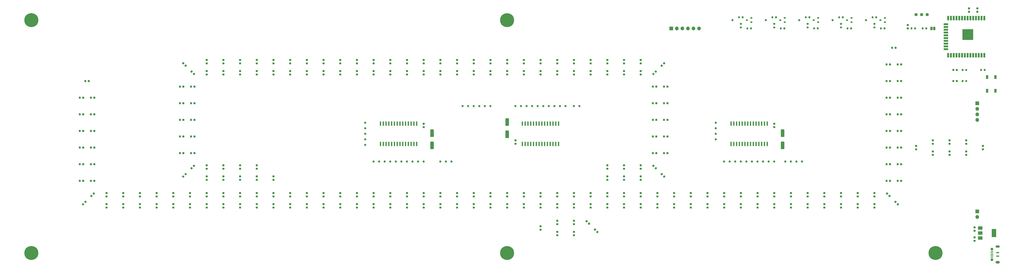
<source format=gts>
G04 #@! TF.GenerationSoftware,KiCad,Pcbnew,(5.1.10-1-10_14)*
G04 #@! TF.CreationDate,2021-11-04T03:32:05+08:00*
G04 #@! TF.ProjectId,traintracker,74726169-6e74-4726-9163-6b65722e6b69,rev?*
G04 #@! TF.SameCoordinates,Original*
G04 #@! TF.FileFunction,Soldermask,Top*
G04 #@! TF.FilePolarity,Negative*
%FSLAX46Y46*%
G04 Gerber Fmt 4.6, Leading zero omitted, Abs format (unit mm)*
G04 Created by KiCad (PCBNEW (5.1.10-1-10_14)) date 2021-11-04 03:32:05*
%MOMM*%
%LPD*%
G01*
G04 APERTURE LIST*
%ADD10O,1.900000X1.070000*%
%ADD11O,1.900000X1.200000*%
%ADD12R,1.350000X0.600000*%
%ADD13C,1.300000*%
%ADD14R,1.250000X0.400000*%
%ADD15C,6.400000*%
%ADD16C,1.440000*%
%ADD17C,1.000000*%
%ADD18R,5.000000X5.000000*%
%ADD19R,0.900000X2.000000*%
%ADD20R,2.000000X0.900000*%
%ADD21R,1.700000X1.700000*%
%ADD22O,1.700000X1.700000*%
%ADD23R,1.000000X1.500000*%
%ADD24R,0.900000X0.800000*%
%ADD25R,1.000000X1.700000*%
%ADD26R,2.000000X3.800000*%
%ADD27R,2.000000X1.500000*%
G04 APERTURE END LIST*
D10*
G04 #@! TO.C,J2*
X498231183Y-150735992D03*
D11*
X498231183Y-157935992D03*
D12*
X498231183Y-155135992D03*
D13*
X495581183Y-151910992D03*
D14*
X495581183Y-154335992D03*
X495581183Y-153685992D03*
X495581183Y-153035992D03*
X495581183Y-155635992D03*
X495581183Y-154985992D03*
D13*
X495581183Y-156760992D03*
D12*
X498231183Y-153535992D03*
G04 #@! TD*
G04 #@! TO.C,D242*
G36*
G01*
X452075000Y-59433750D02*
X452075000Y-59946250D01*
G75*
G02*
X451856250Y-60165000I-218750J0D01*
G01*
X451418750Y-60165000D01*
G75*
G02*
X451200000Y-59946250I0J218750D01*
G01*
X451200000Y-59433750D01*
G75*
G02*
X451418750Y-59215000I218750J0D01*
G01*
X451856250Y-59215000D01*
G75*
G02*
X452075000Y-59433750I0J-218750D01*
G01*
G37*
G36*
G01*
X450500000Y-59433750D02*
X450500000Y-59946250D01*
G75*
G02*
X450281250Y-60165000I-218750J0D01*
G01*
X449843750Y-60165000D01*
G75*
G02*
X449625000Y-59946250I0J218750D01*
G01*
X449625000Y-59433750D01*
G75*
G02*
X449843750Y-59215000I218750J0D01*
G01*
X450281250Y-59215000D01*
G75*
G02*
X450500000Y-59433750I0J-218750D01*
G01*
G37*
G04 #@! TD*
G04 #@! TO.C,D241*
G36*
G01*
X452165000Y-67566250D02*
X452165000Y-67053750D01*
G75*
G02*
X452383750Y-66835000I218750J0D01*
G01*
X452821250Y-66835000D01*
G75*
G02*
X453040000Y-67053750I0J-218750D01*
G01*
X453040000Y-67566250D01*
G75*
G02*
X452821250Y-67785000I-218750J0D01*
G01*
X452383750Y-67785000D01*
G75*
G02*
X452165000Y-67566250I0J218750D01*
G01*
G37*
G36*
G01*
X453740000Y-67566250D02*
X453740000Y-67053750D01*
G75*
G02*
X453958750Y-66835000I218750J0D01*
G01*
X454396250Y-66835000D01*
G75*
G02*
X454615000Y-67053750I0J-218750D01*
G01*
X454615000Y-67566250D01*
G75*
G02*
X454396250Y-67785000I-218750J0D01*
G01*
X453958750Y-67785000D01*
G75*
G02*
X453740000Y-67566250I0J218750D01*
G01*
G37*
G04 #@! TD*
G04 #@! TO.C,D240*
G36*
G01*
X449535000Y-67053750D02*
X449535000Y-67566250D01*
G75*
G02*
X449316250Y-67785000I-218750J0D01*
G01*
X448878750Y-67785000D01*
G75*
G02*
X448660000Y-67566250I0J218750D01*
G01*
X448660000Y-67053750D01*
G75*
G02*
X448878750Y-66835000I218750J0D01*
G01*
X449316250Y-66835000D01*
G75*
G02*
X449535000Y-67053750I0J-218750D01*
G01*
G37*
G36*
G01*
X447960000Y-67053750D02*
X447960000Y-67566250D01*
G75*
G02*
X447741250Y-67785000I-218750J0D01*
G01*
X447303750Y-67785000D01*
G75*
G02*
X447085000Y-67566250I0J218750D01*
G01*
X447085000Y-67053750D01*
G75*
G02*
X447303750Y-66835000I218750J0D01*
G01*
X447741250Y-66835000D01*
G75*
G02*
X447960000Y-67053750I0J-218750D01*
G01*
G37*
G04 #@! TD*
G04 #@! TO.C,D239*
G36*
G01*
X452165000Y-75186250D02*
X452165000Y-74673750D01*
G75*
G02*
X452383750Y-74455000I218750J0D01*
G01*
X452821250Y-74455000D01*
G75*
G02*
X453040000Y-74673750I0J-218750D01*
G01*
X453040000Y-75186250D01*
G75*
G02*
X452821250Y-75405000I-218750J0D01*
G01*
X452383750Y-75405000D01*
G75*
G02*
X452165000Y-75186250I0J218750D01*
G01*
G37*
G36*
G01*
X453740000Y-75186250D02*
X453740000Y-74673750D01*
G75*
G02*
X453958750Y-74455000I218750J0D01*
G01*
X454396250Y-74455000D01*
G75*
G02*
X454615000Y-74673750I0J-218750D01*
G01*
X454615000Y-75186250D01*
G75*
G02*
X454396250Y-75405000I-218750J0D01*
G01*
X453958750Y-75405000D01*
G75*
G02*
X453740000Y-75186250I0J218750D01*
G01*
G37*
G04 #@! TD*
G04 #@! TO.C,D238*
G36*
G01*
X449535000Y-74673750D02*
X449535000Y-75186250D01*
G75*
G02*
X449316250Y-75405000I-218750J0D01*
G01*
X448878750Y-75405000D01*
G75*
G02*
X448660000Y-75186250I0J218750D01*
G01*
X448660000Y-74673750D01*
G75*
G02*
X448878750Y-74455000I218750J0D01*
G01*
X449316250Y-74455000D01*
G75*
G02*
X449535000Y-74673750I0J-218750D01*
G01*
G37*
G36*
G01*
X447960000Y-74673750D02*
X447960000Y-75186250D01*
G75*
G02*
X447741250Y-75405000I-218750J0D01*
G01*
X447303750Y-75405000D01*
G75*
G02*
X447085000Y-75186250I0J218750D01*
G01*
X447085000Y-74673750D01*
G75*
G02*
X447303750Y-74455000I218750J0D01*
G01*
X447741250Y-74455000D01*
G75*
G02*
X447960000Y-74673750I0J-218750D01*
G01*
G37*
G04 #@! TD*
G04 #@! TO.C,D237*
G36*
G01*
X452165000Y-82806250D02*
X452165000Y-82293750D01*
G75*
G02*
X452383750Y-82075000I218750J0D01*
G01*
X452821250Y-82075000D01*
G75*
G02*
X453040000Y-82293750I0J-218750D01*
G01*
X453040000Y-82806250D01*
G75*
G02*
X452821250Y-83025000I-218750J0D01*
G01*
X452383750Y-83025000D01*
G75*
G02*
X452165000Y-82806250I0J218750D01*
G01*
G37*
G36*
G01*
X453740000Y-82806250D02*
X453740000Y-82293750D01*
G75*
G02*
X453958750Y-82075000I218750J0D01*
G01*
X454396250Y-82075000D01*
G75*
G02*
X454615000Y-82293750I0J-218750D01*
G01*
X454615000Y-82806250D01*
G75*
G02*
X454396250Y-83025000I-218750J0D01*
G01*
X453958750Y-83025000D01*
G75*
G02*
X453740000Y-82806250I0J218750D01*
G01*
G37*
G04 #@! TD*
G04 #@! TO.C,D236*
G36*
G01*
X449535000Y-82293750D02*
X449535000Y-82806250D01*
G75*
G02*
X449316250Y-83025000I-218750J0D01*
G01*
X448878750Y-83025000D01*
G75*
G02*
X448660000Y-82806250I0J218750D01*
G01*
X448660000Y-82293750D01*
G75*
G02*
X448878750Y-82075000I218750J0D01*
G01*
X449316250Y-82075000D01*
G75*
G02*
X449535000Y-82293750I0J-218750D01*
G01*
G37*
G36*
G01*
X447960000Y-82293750D02*
X447960000Y-82806250D01*
G75*
G02*
X447741250Y-83025000I-218750J0D01*
G01*
X447303750Y-83025000D01*
G75*
G02*
X447085000Y-82806250I0J218750D01*
G01*
X447085000Y-82293750D01*
G75*
G02*
X447303750Y-82075000I218750J0D01*
G01*
X447741250Y-82075000D01*
G75*
G02*
X447960000Y-82293750I0J-218750D01*
G01*
G37*
G04 #@! TD*
G04 #@! TO.C,D235*
G36*
G01*
X452165000Y-90426250D02*
X452165000Y-89913750D01*
G75*
G02*
X452383750Y-89695000I218750J0D01*
G01*
X452821250Y-89695000D01*
G75*
G02*
X453040000Y-89913750I0J-218750D01*
G01*
X453040000Y-90426250D01*
G75*
G02*
X452821250Y-90645000I-218750J0D01*
G01*
X452383750Y-90645000D01*
G75*
G02*
X452165000Y-90426250I0J218750D01*
G01*
G37*
G36*
G01*
X453740000Y-90426250D02*
X453740000Y-89913750D01*
G75*
G02*
X453958750Y-89695000I218750J0D01*
G01*
X454396250Y-89695000D01*
G75*
G02*
X454615000Y-89913750I0J-218750D01*
G01*
X454615000Y-90426250D01*
G75*
G02*
X454396250Y-90645000I-218750J0D01*
G01*
X453958750Y-90645000D01*
G75*
G02*
X453740000Y-90426250I0J218750D01*
G01*
G37*
G04 #@! TD*
G04 #@! TO.C,D234*
G36*
G01*
X449535000Y-89913750D02*
X449535000Y-90426250D01*
G75*
G02*
X449316250Y-90645000I-218750J0D01*
G01*
X448878750Y-90645000D01*
G75*
G02*
X448660000Y-90426250I0J218750D01*
G01*
X448660000Y-89913750D01*
G75*
G02*
X448878750Y-89695000I218750J0D01*
G01*
X449316250Y-89695000D01*
G75*
G02*
X449535000Y-89913750I0J-218750D01*
G01*
G37*
G36*
G01*
X447960000Y-89913750D02*
X447960000Y-90426250D01*
G75*
G02*
X447741250Y-90645000I-218750J0D01*
G01*
X447303750Y-90645000D01*
G75*
G02*
X447085000Y-90426250I0J218750D01*
G01*
X447085000Y-89913750D01*
G75*
G02*
X447303750Y-89695000I218750J0D01*
G01*
X447741250Y-89695000D01*
G75*
G02*
X447960000Y-89913750I0J-218750D01*
G01*
G37*
G04 #@! TD*
G04 #@! TO.C,D233*
G36*
G01*
X449535000Y-97533750D02*
X449535000Y-98046250D01*
G75*
G02*
X449316250Y-98265000I-218750J0D01*
G01*
X448878750Y-98265000D01*
G75*
G02*
X448660000Y-98046250I0J218750D01*
G01*
X448660000Y-97533750D01*
G75*
G02*
X448878750Y-97315000I218750J0D01*
G01*
X449316250Y-97315000D01*
G75*
G02*
X449535000Y-97533750I0J-218750D01*
G01*
G37*
G36*
G01*
X447960000Y-97533750D02*
X447960000Y-98046250D01*
G75*
G02*
X447741250Y-98265000I-218750J0D01*
G01*
X447303750Y-98265000D01*
G75*
G02*
X447085000Y-98046250I0J218750D01*
G01*
X447085000Y-97533750D01*
G75*
G02*
X447303750Y-97315000I218750J0D01*
G01*
X447741250Y-97315000D01*
G75*
G02*
X447960000Y-97533750I0J-218750D01*
G01*
G37*
G04 #@! TD*
G04 #@! TO.C,D232*
G36*
G01*
X454615000Y-97533750D02*
X454615000Y-98046250D01*
G75*
G02*
X454396250Y-98265000I-218750J0D01*
G01*
X453958750Y-98265000D01*
G75*
G02*
X453740000Y-98046250I0J218750D01*
G01*
X453740000Y-97533750D01*
G75*
G02*
X453958750Y-97315000I218750J0D01*
G01*
X454396250Y-97315000D01*
G75*
G02*
X454615000Y-97533750I0J-218750D01*
G01*
G37*
G36*
G01*
X453040000Y-97533750D02*
X453040000Y-98046250D01*
G75*
G02*
X452821250Y-98265000I-218750J0D01*
G01*
X452383750Y-98265000D01*
G75*
G02*
X452165000Y-98046250I0J218750D01*
G01*
X452165000Y-97533750D01*
G75*
G02*
X452383750Y-97315000I218750J0D01*
G01*
X452821250Y-97315000D01*
G75*
G02*
X453040000Y-97533750I0J-218750D01*
G01*
G37*
G04 #@! TD*
G04 #@! TO.C,D231*
G36*
G01*
X491233750Y-104185000D02*
X491746250Y-104185000D01*
G75*
G02*
X491965000Y-104403750I0J-218750D01*
G01*
X491965000Y-104841250D01*
G75*
G02*
X491746250Y-105060000I-218750J0D01*
G01*
X491233750Y-105060000D01*
G75*
G02*
X491015000Y-104841250I0J218750D01*
G01*
X491015000Y-104403750D01*
G75*
G02*
X491233750Y-104185000I218750J0D01*
G01*
G37*
G36*
G01*
X491233750Y-105760000D02*
X491746250Y-105760000D01*
G75*
G02*
X491965000Y-105978750I0J-218750D01*
G01*
X491965000Y-106416250D01*
G75*
G02*
X491746250Y-106635000I-218750J0D01*
G01*
X491233750Y-106635000D01*
G75*
G02*
X491015000Y-106416250I0J218750D01*
G01*
X491015000Y-105978750D01*
G75*
G02*
X491233750Y-105760000I218750J0D01*
G01*
G37*
G04 #@! TD*
G04 #@! TO.C,D230*
G36*
G01*
X483613750Y-106725000D02*
X484126250Y-106725000D01*
G75*
G02*
X484345000Y-106943750I0J-218750D01*
G01*
X484345000Y-107381250D01*
G75*
G02*
X484126250Y-107600000I-218750J0D01*
G01*
X483613750Y-107600000D01*
G75*
G02*
X483395000Y-107381250I0J218750D01*
G01*
X483395000Y-106943750D01*
G75*
G02*
X483613750Y-106725000I218750J0D01*
G01*
G37*
G36*
G01*
X483613750Y-108300000D02*
X484126250Y-108300000D01*
G75*
G02*
X484345000Y-108518750I0J-218750D01*
G01*
X484345000Y-108956250D01*
G75*
G02*
X484126250Y-109175000I-218750J0D01*
G01*
X483613750Y-109175000D01*
G75*
G02*
X483395000Y-108956250I0J218750D01*
G01*
X483395000Y-108518750D01*
G75*
G02*
X483613750Y-108300000I218750J0D01*
G01*
G37*
G04 #@! TD*
G04 #@! TO.C,D229*
G36*
G01*
X484126250Y-104095000D02*
X483613750Y-104095000D01*
G75*
G02*
X483395000Y-103876250I0J218750D01*
G01*
X483395000Y-103438750D01*
G75*
G02*
X483613750Y-103220000I218750J0D01*
G01*
X484126250Y-103220000D01*
G75*
G02*
X484345000Y-103438750I0J-218750D01*
G01*
X484345000Y-103876250D01*
G75*
G02*
X484126250Y-104095000I-218750J0D01*
G01*
G37*
G36*
G01*
X484126250Y-102520000D02*
X483613750Y-102520000D01*
G75*
G02*
X483395000Y-102301250I0J218750D01*
G01*
X483395000Y-101863750D01*
G75*
G02*
X483613750Y-101645000I218750J0D01*
G01*
X484126250Y-101645000D01*
G75*
G02*
X484345000Y-101863750I0J-218750D01*
G01*
X484345000Y-102301250D01*
G75*
G02*
X484126250Y-102520000I-218750J0D01*
G01*
G37*
G04 #@! TD*
G04 #@! TO.C,D228*
G36*
G01*
X475993750Y-106725000D02*
X476506250Y-106725000D01*
G75*
G02*
X476725000Y-106943750I0J-218750D01*
G01*
X476725000Y-107381250D01*
G75*
G02*
X476506250Y-107600000I-218750J0D01*
G01*
X475993750Y-107600000D01*
G75*
G02*
X475775000Y-107381250I0J218750D01*
G01*
X475775000Y-106943750D01*
G75*
G02*
X475993750Y-106725000I218750J0D01*
G01*
G37*
G36*
G01*
X475993750Y-108300000D02*
X476506250Y-108300000D01*
G75*
G02*
X476725000Y-108518750I0J-218750D01*
G01*
X476725000Y-108956250D01*
G75*
G02*
X476506250Y-109175000I-218750J0D01*
G01*
X475993750Y-109175000D01*
G75*
G02*
X475775000Y-108956250I0J218750D01*
G01*
X475775000Y-108518750D01*
G75*
G02*
X475993750Y-108300000I218750J0D01*
G01*
G37*
G04 #@! TD*
G04 #@! TO.C,D227*
G36*
G01*
X476506250Y-104095000D02*
X475993750Y-104095000D01*
G75*
G02*
X475775000Y-103876250I0J218750D01*
G01*
X475775000Y-103438750D01*
G75*
G02*
X475993750Y-103220000I218750J0D01*
G01*
X476506250Y-103220000D01*
G75*
G02*
X476725000Y-103438750I0J-218750D01*
G01*
X476725000Y-103876250D01*
G75*
G02*
X476506250Y-104095000I-218750J0D01*
G01*
G37*
G36*
G01*
X476506250Y-102520000D02*
X475993750Y-102520000D01*
G75*
G02*
X475775000Y-102301250I0J218750D01*
G01*
X475775000Y-101863750D01*
G75*
G02*
X475993750Y-101645000I218750J0D01*
G01*
X476506250Y-101645000D01*
G75*
G02*
X476725000Y-101863750I0J-218750D01*
G01*
X476725000Y-102301250D01*
G75*
G02*
X476506250Y-102520000I-218750J0D01*
G01*
G37*
G04 #@! TD*
G04 #@! TO.C,D226*
G36*
G01*
X468373750Y-106725000D02*
X468886250Y-106725000D01*
G75*
G02*
X469105000Y-106943750I0J-218750D01*
G01*
X469105000Y-107381250D01*
G75*
G02*
X468886250Y-107600000I-218750J0D01*
G01*
X468373750Y-107600000D01*
G75*
G02*
X468155000Y-107381250I0J218750D01*
G01*
X468155000Y-106943750D01*
G75*
G02*
X468373750Y-106725000I218750J0D01*
G01*
G37*
G36*
G01*
X468373750Y-108300000D02*
X468886250Y-108300000D01*
G75*
G02*
X469105000Y-108518750I0J-218750D01*
G01*
X469105000Y-108956250D01*
G75*
G02*
X468886250Y-109175000I-218750J0D01*
G01*
X468373750Y-109175000D01*
G75*
G02*
X468155000Y-108956250I0J218750D01*
G01*
X468155000Y-108518750D01*
G75*
G02*
X468373750Y-108300000I218750J0D01*
G01*
G37*
G04 #@! TD*
G04 #@! TO.C,D225*
G36*
G01*
X468886250Y-104095000D02*
X468373750Y-104095000D01*
G75*
G02*
X468155000Y-103876250I0J218750D01*
G01*
X468155000Y-103438750D01*
G75*
G02*
X468373750Y-103220000I218750J0D01*
G01*
X468886250Y-103220000D01*
G75*
G02*
X469105000Y-103438750I0J-218750D01*
G01*
X469105000Y-103876250D01*
G75*
G02*
X468886250Y-104095000I-218750J0D01*
G01*
G37*
G36*
G01*
X468886250Y-102520000D02*
X468373750Y-102520000D01*
G75*
G02*
X468155000Y-102301250I0J218750D01*
G01*
X468155000Y-101863750D01*
G75*
G02*
X468373750Y-101645000I218750J0D01*
G01*
X468886250Y-101645000D01*
G75*
G02*
X469105000Y-101863750I0J-218750D01*
G01*
X469105000Y-102301250D01*
G75*
G02*
X468886250Y-102520000I-218750J0D01*
G01*
G37*
G04 #@! TD*
G04 #@! TO.C,D224*
G36*
G01*
X460753750Y-104185000D02*
X461266250Y-104185000D01*
G75*
G02*
X461485000Y-104403750I0J-218750D01*
G01*
X461485000Y-104841250D01*
G75*
G02*
X461266250Y-105060000I-218750J0D01*
G01*
X460753750Y-105060000D01*
G75*
G02*
X460535000Y-104841250I0J218750D01*
G01*
X460535000Y-104403750D01*
G75*
G02*
X460753750Y-104185000I218750J0D01*
G01*
G37*
G36*
G01*
X460753750Y-105760000D02*
X461266250Y-105760000D01*
G75*
G02*
X461485000Y-105978750I0J-218750D01*
G01*
X461485000Y-106416250D01*
G75*
G02*
X461266250Y-106635000I-218750J0D01*
G01*
X460753750Y-106635000D01*
G75*
G02*
X460535000Y-106416250I0J218750D01*
G01*
X460535000Y-105978750D01*
G75*
G02*
X460753750Y-105760000I218750J0D01*
G01*
G37*
G04 #@! TD*
G04 #@! TO.C,D223*
G36*
G01*
X454615000Y-105153750D02*
X454615000Y-105666250D01*
G75*
G02*
X454396250Y-105885000I-218750J0D01*
G01*
X453958750Y-105885000D01*
G75*
G02*
X453740000Y-105666250I0J218750D01*
G01*
X453740000Y-105153750D01*
G75*
G02*
X453958750Y-104935000I218750J0D01*
G01*
X454396250Y-104935000D01*
G75*
G02*
X454615000Y-105153750I0J-218750D01*
G01*
G37*
G36*
G01*
X453040000Y-105153750D02*
X453040000Y-105666250D01*
G75*
G02*
X452821250Y-105885000I-218750J0D01*
G01*
X452383750Y-105885000D01*
G75*
G02*
X452165000Y-105666250I0J218750D01*
G01*
X452165000Y-105153750D01*
G75*
G02*
X452383750Y-104935000I218750J0D01*
G01*
X452821250Y-104935000D01*
G75*
G02*
X453040000Y-105153750I0J-218750D01*
G01*
G37*
G04 #@! TD*
G04 #@! TO.C,D222*
G36*
G01*
X449535000Y-105153750D02*
X449535000Y-105666250D01*
G75*
G02*
X449316250Y-105885000I-218750J0D01*
G01*
X448878750Y-105885000D01*
G75*
G02*
X448660000Y-105666250I0J218750D01*
G01*
X448660000Y-105153750D01*
G75*
G02*
X448878750Y-104935000I218750J0D01*
G01*
X449316250Y-104935000D01*
G75*
G02*
X449535000Y-105153750I0J-218750D01*
G01*
G37*
G36*
G01*
X447960000Y-105153750D02*
X447960000Y-105666250D01*
G75*
G02*
X447741250Y-105885000I-218750J0D01*
G01*
X447303750Y-105885000D01*
G75*
G02*
X447085000Y-105666250I0J218750D01*
G01*
X447085000Y-105153750D01*
G75*
G02*
X447303750Y-104935000I218750J0D01*
G01*
X447741250Y-104935000D01*
G75*
G02*
X447960000Y-105153750I0J-218750D01*
G01*
G37*
G04 #@! TD*
G04 #@! TO.C,D221*
G36*
G01*
X452165000Y-113286250D02*
X452165000Y-112773750D01*
G75*
G02*
X452383750Y-112555000I218750J0D01*
G01*
X452821250Y-112555000D01*
G75*
G02*
X453040000Y-112773750I0J-218750D01*
G01*
X453040000Y-113286250D01*
G75*
G02*
X452821250Y-113505000I-218750J0D01*
G01*
X452383750Y-113505000D01*
G75*
G02*
X452165000Y-113286250I0J218750D01*
G01*
G37*
G36*
G01*
X453740000Y-113286250D02*
X453740000Y-112773750D01*
G75*
G02*
X453958750Y-112555000I218750J0D01*
G01*
X454396250Y-112555000D01*
G75*
G02*
X454615000Y-112773750I0J-218750D01*
G01*
X454615000Y-113286250D01*
G75*
G02*
X454396250Y-113505000I-218750J0D01*
G01*
X453958750Y-113505000D01*
G75*
G02*
X453740000Y-113286250I0J218750D01*
G01*
G37*
G04 #@! TD*
G04 #@! TO.C,D220*
G36*
G01*
X449535000Y-112773750D02*
X449535000Y-113286250D01*
G75*
G02*
X449316250Y-113505000I-218750J0D01*
G01*
X448878750Y-113505000D01*
G75*
G02*
X448660000Y-113286250I0J218750D01*
G01*
X448660000Y-112773750D01*
G75*
G02*
X448878750Y-112555000I218750J0D01*
G01*
X449316250Y-112555000D01*
G75*
G02*
X449535000Y-112773750I0J-218750D01*
G01*
G37*
G36*
G01*
X447960000Y-112773750D02*
X447960000Y-113286250D01*
G75*
G02*
X447741250Y-113505000I-218750J0D01*
G01*
X447303750Y-113505000D01*
G75*
G02*
X447085000Y-113286250I0J218750D01*
G01*
X447085000Y-112773750D01*
G75*
G02*
X447303750Y-112555000I218750J0D01*
G01*
X447741250Y-112555000D01*
G75*
G02*
X447960000Y-112773750I0J-218750D01*
G01*
G37*
G04 #@! TD*
G04 #@! TO.C,D219*
G36*
G01*
X452165000Y-120906250D02*
X452165000Y-120393750D01*
G75*
G02*
X452383750Y-120175000I218750J0D01*
G01*
X452821250Y-120175000D01*
G75*
G02*
X453040000Y-120393750I0J-218750D01*
G01*
X453040000Y-120906250D01*
G75*
G02*
X452821250Y-121125000I-218750J0D01*
G01*
X452383750Y-121125000D01*
G75*
G02*
X452165000Y-120906250I0J218750D01*
G01*
G37*
G36*
G01*
X453740000Y-120906250D02*
X453740000Y-120393750D01*
G75*
G02*
X453958750Y-120175000I218750J0D01*
G01*
X454396250Y-120175000D01*
G75*
G02*
X454615000Y-120393750I0J-218750D01*
G01*
X454615000Y-120906250D01*
G75*
G02*
X454396250Y-121125000I-218750J0D01*
G01*
X453958750Y-121125000D01*
G75*
G02*
X453740000Y-120906250I0J218750D01*
G01*
G37*
G04 #@! TD*
G04 #@! TO.C,D218*
G36*
G01*
X449535000Y-120393750D02*
X449535000Y-120906250D01*
G75*
G02*
X449316250Y-121125000I-218750J0D01*
G01*
X448878750Y-121125000D01*
G75*
G02*
X448660000Y-120906250I0J218750D01*
G01*
X448660000Y-120393750D01*
G75*
G02*
X448878750Y-120175000I218750J0D01*
G01*
X449316250Y-120175000D01*
G75*
G02*
X449535000Y-120393750I0J-218750D01*
G01*
G37*
G36*
G01*
X447960000Y-120393750D02*
X447960000Y-120906250D01*
G75*
G02*
X447741250Y-121125000I-218750J0D01*
G01*
X447303750Y-121125000D01*
G75*
G02*
X447085000Y-120906250I0J218750D01*
G01*
X447085000Y-120393750D01*
G75*
G02*
X447303750Y-120175000I218750J0D01*
G01*
X447741250Y-120175000D01*
G75*
G02*
X447960000Y-120393750I0J-218750D01*
G01*
G37*
G04 #@! TD*
G04 #@! TO.C,D217*
G36*
G01*
X451072597Y-130124990D02*
X451434990Y-129762597D01*
G75*
G02*
X451744350Y-129762597I154680J-154680D01*
G01*
X452053709Y-130071956D01*
G75*
G02*
X452053709Y-130381316I-154680J-154680D01*
G01*
X451691316Y-130743709D01*
G75*
G02*
X451381956Y-130743709I-154680J154680D01*
G01*
X451072597Y-130434350D01*
G75*
G02*
X451072597Y-130124990I154680J154680D01*
G01*
G37*
G36*
G01*
X452186291Y-131238684D02*
X452548684Y-130876291D01*
G75*
G02*
X452858044Y-130876291I154680J-154680D01*
G01*
X453167403Y-131185650D01*
G75*
G02*
X453167403Y-131495010I-154680J-154680D01*
G01*
X452805010Y-131857403D01*
G75*
G02*
X452495650Y-131857403I-154680J154680D01*
G01*
X452186291Y-131548044D01*
G75*
G02*
X452186291Y-131238684I154680J154680D01*
G01*
G37*
G04 #@! TD*
G04 #@! TO.C,D216*
G36*
G01*
X449357403Y-127685010D02*
X448995010Y-128047403D01*
G75*
G02*
X448685650Y-128047403I-154680J154680D01*
G01*
X448376291Y-127738044D01*
G75*
G02*
X448376291Y-127428684I154680J154680D01*
G01*
X448738684Y-127066291D01*
G75*
G02*
X449048044Y-127066291I154680J-154680D01*
G01*
X449357403Y-127375650D01*
G75*
G02*
X449357403Y-127685010I-154680J-154680D01*
G01*
G37*
G36*
G01*
X448243709Y-126571316D02*
X447881316Y-126933709D01*
G75*
G02*
X447571956Y-126933709I-154680J154680D01*
G01*
X447262597Y-126624350D01*
G75*
G02*
X447262597Y-126314990I154680J154680D01*
G01*
X447624990Y-125952597D01*
G75*
G02*
X447934350Y-125952597I154680J-154680D01*
G01*
X448243709Y-126261956D01*
G75*
G02*
X448243709Y-126571316I-154680J-154680D01*
G01*
G37*
G04 #@! TD*
G04 #@! TO.C,D215*
G36*
G01*
X441703750Y-130855000D02*
X442216250Y-130855000D01*
G75*
G02*
X442435000Y-131073750I0J-218750D01*
G01*
X442435000Y-131511250D01*
G75*
G02*
X442216250Y-131730000I-218750J0D01*
G01*
X441703750Y-131730000D01*
G75*
G02*
X441485000Y-131511250I0J218750D01*
G01*
X441485000Y-131073750D01*
G75*
G02*
X441703750Y-130855000I218750J0D01*
G01*
G37*
G36*
G01*
X441703750Y-132430000D02*
X442216250Y-132430000D01*
G75*
G02*
X442435000Y-132648750I0J-218750D01*
G01*
X442435000Y-133086250D01*
G75*
G02*
X442216250Y-133305000I-218750J0D01*
G01*
X441703750Y-133305000D01*
G75*
G02*
X441485000Y-133086250I0J218750D01*
G01*
X441485000Y-132648750D01*
G75*
G02*
X441703750Y-132430000I218750J0D01*
G01*
G37*
G04 #@! TD*
G04 #@! TO.C,D214*
G36*
G01*
X442216250Y-128225000D02*
X441703750Y-128225000D01*
G75*
G02*
X441485000Y-128006250I0J218750D01*
G01*
X441485000Y-127568750D01*
G75*
G02*
X441703750Y-127350000I218750J0D01*
G01*
X442216250Y-127350000D01*
G75*
G02*
X442435000Y-127568750I0J-218750D01*
G01*
X442435000Y-128006250D01*
G75*
G02*
X442216250Y-128225000I-218750J0D01*
G01*
G37*
G36*
G01*
X442216250Y-126650000D02*
X441703750Y-126650000D01*
G75*
G02*
X441485000Y-126431250I0J218750D01*
G01*
X441485000Y-125993750D01*
G75*
G02*
X441703750Y-125775000I218750J0D01*
G01*
X442216250Y-125775000D01*
G75*
G02*
X442435000Y-125993750I0J-218750D01*
G01*
X442435000Y-126431250D01*
G75*
G02*
X442216250Y-126650000I-218750J0D01*
G01*
G37*
G04 #@! TD*
G04 #@! TO.C,D213*
G36*
G01*
X434083750Y-130855000D02*
X434596250Y-130855000D01*
G75*
G02*
X434815000Y-131073750I0J-218750D01*
G01*
X434815000Y-131511250D01*
G75*
G02*
X434596250Y-131730000I-218750J0D01*
G01*
X434083750Y-131730000D01*
G75*
G02*
X433865000Y-131511250I0J218750D01*
G01*
X433865000Y-131073750D01*
G75*
G02*
X434083750Y-130855000I218750J0D01*
G01*
G37*
G36*
G01*
X434083750Y-132430000D02*
X434596250Y-132430000D01*
G75*
G02*
X434815000Y-132648750I0J-218750D01*
G01*
X434815000Y-133086250D01*
G75*
G02*
X434596250Y-133305000I-218750J0D01*
G01*
X434083750Y-133305000D01*
G75*
G02*
X433865000Y-133086250I0J218750D01*
G01*
X433865000Y-132648750D01*
G75*
G02*
X434083750Y-132430000I218750J0D01*
G01*
G37*
G04 #@! TD*
G04 #@! TO.C,D212*
G36*
G01*
X434596250Y-128225000D02*
X434083750Y-128225000D01*
G75*
G02*
X433865000Y-128006250I0J218750D01*
G01*
X433865000Y-127568750D01*
G75*
G02*
X434083750Y-127350000I218750J0D01*
G01*
X434596250Y-127350000D01*
G75*
G02*
X434815000Y-127568750I0J-218750D01*
G01*
X434815000Y-128006250D01*
G75*
G02*
X434596250Y-128225000I-218750J0D01*
G01*
G37*
G36*
G01*
X434596250Y-126650000D02*
X434083750Y-126650000D01*
G75*
G02*
X433865000Y-126431250I0J218750D01*
G01*
X433865000Y-125993750D01*
G75*
G02*
X434083750Y-125775000I218750J0D01*
G01*
X434596250Y-125775000D01*
G75*
G02*
X434815000Y-125993750I0J-218750D01*
G01*
X434815000Y-126431250D01*
G75*
G02*
X434596250Y-126650000I-218750J0D01*
G01*
G37*
G04 #@! TD*
G04 #@! TO.C,D211*
G36*
G01*
X426463750Y-130855000D02*
X426976250Y-130855000D01*
G75*
G02*
X427195000Y-131073750I0J-218750D01*
G01*
X427195000Y-131511250D01*
G75*
G02*
X426976250Y-131730000I-218750J0D01*
G01*
X426463750Y-131730000D01*
G75*
G02*
X426245000Y-131511250I0J218750D01*
G01*
X426245000Y-131073750D01*
G75*
G02*
X426463750Y-130855000I218750J0D01*
G01*
G37*
G36*
G01*
X426463750Y-132430000D02*
X426976250Y-132430000D01*
G75*
G02*
X427195000Y-132648750I0J-218750D01*
G01*
X427195000Y-133086250D01*
G75*
G02*
X426976250Y-133305000I-218750J0D01*
G01*
X426463750Y-133305000D01*
G75*
G02*
X426245000Y-133086250I0J218750D01*
G01*
X426245000Y-132648750D01*
G75*
G02*
X426463750Y-132430000I218750J0D01*
G01*
G37*
G04 #@! TD*
G04 #@! TO.C,D210*
G36*
G01*
X426976250Y-128225000D02*
X426463750Y-128225000D01*
G75*
G02*
X426245000Y-128006250I0J218750D01*
G01*
X426245000Y-127568750D01*
G75*
G02*
X426463750Y-127350000I218750J0D01*
G01*
X426976250Y-127350000D01*
G75*
G02*
X427195000Y-127568750I0J-218750D01*
G01*
X427195000Y-128006250D01*
G75*
G02*
X426976250Y-128225000I-218750J0D01*
G01*
G37*
G36*
G01*
X426976250Y-126650000D02*
X426463750Y-126650000D01*
G75*
G02*
X426245000Y-126431250I0J218750D01*
G01*
X426245000Y-125993750D01*
G75*
G02*
X426463750Y-125775000I218750J0D01*
G01*
X426976250Y-125775000D01*
G75*
G02*
X427195000Y-125993750I0J-218750D01*
G01*
X427195000Y-126431250D01*
G75*
G02*
X426976250Y-126650000I-218750J0D01*
G01*
G37*
G04 #@! TD*
G04 #@! TO.C,D209*
G36*
G01*
X418843750Y-130855000D02*
X419356250Y-130855000D01*
G75*
G02*
X419575000Y-131073750I0J-218750D01*
G01*
X419575000Y-131511250D01*
G75*
G02*
X419356250Y-131730000I-218750J0D01*
G01*
X418843750Y-131730000D01*
G75*
G02*
X418625000Y-131511250I0J218750D01*
G01*
X418625000Y-131073750D01*
G75*
G02*
X418843750Y-130855000I218750J0D01*
G01*
G37*
G36*
G01*
X418843750Y-132430000D02*
X419356250Y-132430000D01*
G75*
G02*
X419575000Y-132648750I0J-218750D01*
G01*
X419575000Y-133086250D01*
G75*
G02*
X419356250Y-133305000I-218750J0D01*
G01*
X418843750Y-133305000D01*
G75*
G02*
X418625000Y-133086250I0J218750D01*
G01*
X418625000Y-132648750D01*
G75*
G02*
X418843750Y-132430000I218750J0D01*
G01*
G37*
G04 #@! TD*
G04 #@! TO.C,D208*
G36*
G01*
X419356250Y-128225000D02*
X418843750Y-128225000D01*
G75*
G02*
X418625000Y-128006250I0J218750D01*
G01*
X418625000Y-127568750D01*
G75*
G02*
X418843750Y-127350000I218750J0D01*
G01*
X419356250Y-127350000D01*
G75*
G02*
X419575000Y-127568750I0J-218750D01*
G01*
X419575000Y-128006250D01*
G75*
G02*
X419356250Y-128225000I-218750J0D01*
G01*
G37*
G36*
G01*
X419356250Y-126650000D02*
X418843750Y-126650000D01*
G75*
G02*
X418625000Y-126431250I0J218750D01*
G01*
X418625000Y-125993750D01*
G75*
G02*
X418843750Y-125775000I218750J0D01*
G01*
X419356250Y-125775000D01*
G75*
G02*
X419575000Y-125993750I0J-218750D01*
G01*
X419575000Y-126431250D01*
G75*
G02*
X419356250Y-126650000I-218750J0D01*
G01*
G37*
G04 #@! TD*
G04 #@! TO.C,D207*
G36*
G01*
X411223750Y-130855000D02*
X411736250Y-130855000D01*
G75*
G02*
X411955000Y-131073750I0J-218750D01*
G01*
X411955000Y-131511250D01*
G75*
G02*
X411736250Y-131730000I-218750J0D01*
G01*
X411223750Y-131730000D01*
G75*
G02*
X411005000Y-131511250I0J218750D01*
G01*
X411005000Y-131073750D01*
G75*
G02*
X411223750Y-130855000I218750J0D01*
G01*
G37*
G36*
G01*
X411223750Y-132430000D02*
X411736250Y-132430000D01*
G75*
G02*
X411955000Y-132648750I0J-218750D01*
G01*
X411955000Y-133086250D01*
G75*
G02*
X411736250Y-133305000I-218750J0D01*
G01*
X411223750Y-133305000D01*
G75*
G02*
X411005000Y-133086250I0J218750D01*
G01*
X411005000Y-132648750D01*
G75*
G02*
X411223750Y-132430000I218750J0D01*
G01*
G37*
G04 #@! TD*
G04 #@! TO.C,D206*
G36*
G01*
X411736250Y-128225000D02*
X411223750Y-128225000D01*
G75*
G02*
X411005000Y-128006250I0J218750D01*
G01*
X411005000Y-127568750D01*
G75*
G02*
X411223750Y-127350000I218750J0D01*
G01*
X411736250Y-127350000D01*
G75*
G02*
X411955000Y-127568750I0J-218750D01*
G01*
X411955000Y-128006250D01*
G75*
G02*
X411736250Y-128225000I-218750J0D01*
G01*
G37*
G36*
G01*
X411736250Y-126650000D02*
X411223750Y-126650000D01*
G75*
G02*
X411005000Y-126431250I0J218750D01*
G01*
X411005000Y-125993750D01*
G75*
G02*
X411223750Y-125775000I218750J0D01*
G01*
X411736250Y-125775000D01*
G75*
G02*
X411955000Y-125993750I0J-218750D01*
G01*
X411955000Y-126431250D01*
G75*
G02*
X411736250Y-126650000I-218750J0D01*
G01*
G37*
G04 #@! TD*
G04 #@! TO.C,D205*
G36*
G01*
X403603750Y-130855000D02*
X404116250Y-130855000D01*
G75*
G02*
X404335000Y-131073750I0J-218750D01*
G01*
X404335000Y-131511250D01*
G75*
G02*
X404116250Y-131730000I-218750J0D01*
G01*
X403603750Y-131730000D01*
G75*
G02*
X403385000Y-131511250I0J218750D01*
G01*
X403385000Y-131073750D01*
G75*
G02*
X403603750Y-130855000I218750J0D01*
G01*
G37*
G36*
G01*
X403603750Y-132430000D02*
X404116250Y-132430000D01*
G75*
G02*
X404335000Y-132648750I0J-218750D01*
G01*
X404335000Y-133086250D01*
G75*
G02*
X404116250Y-133305000I-218750J0D01*
G01*
X403603750Y-133305000D01*
G75*
G02*
X403385000Y-133086250I0J218750D01*
G01*
X403385000Y-132648750D01*
G75*
G02*
X403603750Y-132430000I218750J0D01*
G01*
G37*
G04 #@! TD*
G04 #@! TO.C,D204*
G36*
G01*
X404116250Y-128225000D02*
X403603750Y-128225000D01*
G75*
G02*
X403385000Y-128006250I0J218750D01*
G01*
X403385000Y-127568750D01*
G75*
G02*
X403603750Y-127350000I218750J0D01*
G01*
X404116250Y-127350000D01*
G75*
G02*
X404335000Y-127568750I0J-218750D01*
G01*
X404335000Y-128006250D01*
G75*
G02*
X404116250Y-128225000I-218750J0D01*
G01*
G37*
G36*
G01*
X404116250Y-126650000D02*
X403603750Y-126650000D01*
G75*
G02*
X403385000Y-126431250I0J218750D01*
G01*
X403385000Y-125993750D01*
G75*
G02*
X403603750Y-125775000I218750J0D01*
G01*
X404116250Y-125775000D01*
G75*
G02*
X404335000Y-125993750I0J-218750D01*
G01*
X404335000Y-126431250D01*
G75*
G02*
X404116250Y-126650000I-218750J0D01*
G01*
G37*
G04 #@! TD*
G04 #@! TO.C,D203*
G36*
G01*
X395983750Y-130855000D02*
X396496250Y-130855000D01*
G75*
G02*
X396715000Y-131073750I0J-218750D01*
G01*
X396715000Y-131511250D01*
G75*
G02*
X396496250Y-131730000I-218750J0D01*
G01*
X395983750Y-131730000D01*
G75*
G02*
X395765000Y-131511250I0J218750D01*
G01*
X395765000Y-131073750D01*
G75*
G02*
X395983750Y-130855000I218750J0D01*
G01*
G37*
G36*
G01*
X395983750Y-132430000D02*
X396496250Y-132430000D01*
G75*
G02*
X396715000Y-132648750I0J-218750D01*
G01*
X396715000Y-133086250D01*
G75*
G02*
X396496250Y-133305000I-218750J0D01*
G01*
X395983750Y-133305000D01*
G75*
G02*
X395765000Y-133086250I0J218750D01*
G01*
X395765000Y-132648750D01*
G75*
G02*
X395983750Y-132430000I218750J0D01*
G01*
G37*
G04 #@! TD*
G04 #@! TO.C,D202*
G36*
G01*
X396496250Y-128225000D02*
X395983750Y-128225000D01*
G75*
G02*
X395765000Y-128006250I0J218750D01*
G01*
X395765000Y-127568750D01*
G75*
G02*
X395983750Y-127350000I218750J0D01*
G01*
X396496250Y-127350000D01*
G75*
G02*
X396715000Y-127568750I0J-218750D01*
G01*
X396715000Y-128006250D01*
G75*
G02*
X396496250Y-128225000I-218750J0D01*
G01*
G37*
G36*
G01*
X396496250Y-126650000D02*
X395983750Y-126650000D01*
G75*
G02*
X395765000Y-126431250I0J218750D01*
G01*
X395765000Y-125993750D01*
G75*
G02*
X395983750Y-125775000I218750J0D01*
G01*
X396496250Y-125775000D01*
G75*
G02*
X396715000Y-125993750I0J-218750D01*
G01*
X396715000Y-126431250D01*
G75*
G02*
X396496250Y-126650000I-218750J0D01*
G01*
G37*
G04 #@! TD*
G04 #@! TO.C,D201*
G36*
G01*
X388363750Y-130855000D02*
X388876250Y-130855000D01*
G75*
G02*
X389095000Y-131073750I0J-218750D01*
G01*
X389095000Y-131511250D01*
G75*
G02*
X388876250Y-131730000I-218750J0D01*
G01*
X388363750Y-131730000D01*
G75*
G02*
X388145000Y-131511250I0J218750D01*
G01*
X388145000Y-131073750D01*
G75*
G02*
X388363750Y-130855000I218750J0D01*
G01*
G37*
G36*
G01*
X388363750Y-132430000D02*
X388876250Y-132430000D01*
G75*
G02*
X389095000Y-132648750I0J-218750D01*
G01*
X389095000Y-133086250D01*
G75*
G02*
X388876250Y-133305000I-218750J0D01*
G01*
X388363750Y-133305000D01*
G75*
G02*
X388145000Y-133086250I0J218750D01*
G01*
X388145000Y-132648750D01*
G75*
G02*
X388363750Y-132430000I218750J0D01*
G01*
G37*
G04 #@! TD*
G04 #@! TO.C,D200*
G36*
G01*
X388876250Y-128225000D02*
X388363750Y-128225000D01*
G75*
G02*
X388145000Y-128006250I0J218750D01*
G01*
X388145000Y-127568750D01*
G75*
G02*
X388363750Y-127350000I218750J0D01*
G01*
X388876250Y-127350000D01*
G75*
G02*
X389095000Y-127568750I0J-218750D01*
G01*
X389095000Y-128006250D01*
G75*
G02*
X388876250Y-128225000I-218750J0D01*
G01*
G37*
G36*
G01*
X388876250Y-126650000D02*
X388363750Y-126650000D01*
G75*
G02*
X388145000Y-126431250I0J218750D01*
G01*
X388145000Y-125993750D01*
G75*
G02*
X388363750Y-125775000I218750J0D01*
G01*
X388876250Y-125775000D01*
G75*
G02*
X389095000Y-125993750I0J-218750D01*
G01*
X389095000Y-126431250D01*
G75*
G02*
X388876250Y-126650000I-218750J0D01*
G01*
G37*
G04 #@! TD*
G04 #@! TO.C,D199*
G36*
G01*
X380743750Y-130855000D02*
X381256250Y-130855000D01*
G75*
G02*
X381475000Y-131073750I0J-218750D01*
G01*
X381475000Y-131511250D01*
G75*
G02*
X381256250Y-131730000I-218750J0D01*
G01*
X380743750Y-131730000D01*
G75*
G02*
X380525000Y-131511250I0J218750D01*
G01*
X380525000Y-131073750D01*
G75*
G02*
X380743750Y-130855000I218750J0D01*
G01*
G37*
G36*
G01*
X380743750Y-132430000D02*
X381256250Y-132430000D01*
G75*
G02*
X381475000Y-132648750I0J-218750D01*
G01*
X381475000Y-133086250D01*
G75*
G02*
X381256250Y-133305000I-218750J0D01*
G01*
X380743750Y-133305000D01*
G75*
G02*
X380525000Y-133086250I0J218750D01*
G01*
X380525000Y-132648750D01*
G75*
G02*
X380743750Y-132430000I218750J0D01*
G01*
G37*
G04 #@! TD*
G04 #@! TO.C,D198*
G36*
G01*
X381256250Y-128225000D02*
X380743750Y-128225000D01*
G75*
G02*
X380525000Y-128006250I0J218750D01*
G01*
X380525000Y-127568750D01*
G75*
G02*
X380743750Y-127350000I218750J0D01*
G01*
X381256250Y-127350000D01*
G75*
G02*
X381475000Y-127568750I0J-218750D01*
G01*
X381475000Y-128006250D01*
G75*
G02*
X381256250Y-128225000I-218750J0D01*
G01*
G37*
G36*
G01*
X381256250Y-126650000D02*
X380743750Y-126650000D01*
G75*
G02*
X380525000Y-126431250I0J218750D01*
G01*
X380525000Y-125993750D01*
G75*
G02*
X380743750Y-125775000I218750J0D01*
G01*
X381256250Y-125775000D01*
G75*
G02*
X381475000Y-125993750I0J-218750D01*
G01*
X381475000Y-126431250D01*
G75*
G02*
X381256250Y-126650000I-218750J0D01*
G01*
G37*
G04 #@! TD*
G04 #@! TO.C,D197*
G36*
G01*
X373123750Y-130855000D02*
X373636250Y-130855000D01*
G75*
G02*
X373855000Y-131073750I0J-218750D01*
G01*
X373855000Y-131511250D01*
G75*
G02*
X373636250Y-131730000I-218750J0D01*
G01*
X373123750Y-131730000D01*
G75*
G02*
X372905000Y-131511250I0J218750D01*
G01*
X372905000Y-131073750D01*
G75*
G02*
X373123750Y-130855000I218750J0D01*
G01*
G37*
G36*
G01*
X373123750Y-132430000D02*
X373636250Y-132430000D01*
G75*
G02*
X373855000Y-132648750I0J-218750D01*
G01*
X373855000Y-133086250D01*
G75*
G02*
X373636250Y-133305000I-218750J0D01*
G01*
X373123750Y-133305000D01*
G75*
G02*
X372905000Y-133086250I0J218750D01*
G01*
X372905000Y-132648750D01*
G75*
G02*
X373123750Y-132430000I218750J0D01*
G01*
G37*
G04 #@! TD*
G04 #@! TO.C,D196*
G36*
G01*
X373636250Y-128225000D02*
X373123750Y-128225000D01*
G75*
G02*
X372905000Y-128006250I0J218750D01*
G01*
X372905000Y-127568750D01*
G75*
G02*
X373123750Y-127350000I218750J0D01*
G01*
X373636250Y-127350000D01*
G75*
G02*
X373855000Y-127568750I0J-218750D01*
G01*
X373855000Y-128006250D01*
G75*
G02*
X373636250Y-128225000I-218750J0D01*
G01*
G37*
G36*
G01*
X373636250Y-126650000D02*
X373123750Y-126650000D01*
G75*
G02*
X372905000Y-126431250I0J218750D01*
G01*
X372905000Y-125993750D01*
G75*
G02*
X373123750Y-125775000I218750J0D01*
G01*
X373636250Y-125775000D01*
G75*
G02*
X373855000Y-125993750I0J-218750D01*
G01*
X373855000Y-126431250D01*
G75*
G02*
X373636250Y-126650000I-218750J0D01*
G01*
G37*
G04 #@! TD*
G04 #@! TO.C,D195*
G36*
G01*
X365503750Y-130855000D02*
X366016250Y-130855000D01*
G75*
G02*
X366235000Y-131073750I0J-218750D01*
G01*
X366235000Y-131511250D01*
G75*
G02*
X366016250Y-131730000I-218750J0D01*
G01*
X365503750Y-131730000D01*
G75*
G02*
X365285000Y-131511250I0J218750D01*
G01*
X365285000Y-131073750D01*
G75*
G02*
X365503750Y-130855000I218750J0D01*
G01*
G37*
G36*
G01*
X365503750Y-132430000D02*
X366016250Y-132430000D01*
G75*
G02*
X366235000Y-132648750I0J-218750D01*
G01*
X366235000Y-133086250D01*
G75*
G02*
X366016250Y-133305000I-218750J0D01*
G01*
X365503750Y-133305000D01*
G75*
G02*
X365285000Y-133086250I0J218750D01*
G01*
X365285000Y-132648750D01*
G75*
G02*
X365503750Y-132430000I218750J0D01*
G01*
G37*
G04 #@! TD*
G04 #@! TO.C,D194*
G36*
G01*
X366016250Y-128225000D02*
X365503750Y-128225000D01*
G75*
G02*
X365285000Y-128006250I0J218750D01*
G01*
X365285000Y-127568750D01*
G75*
G02*
X365503750Y-127350000I218750J0D01*
G01*
X366016250Y-127350000D01*
G75*
G02*
X366235000Y-127568750I0J-218750D01*
G01*
X366235000Y-128006250D01*
G75*
G02*
X366016250Y-128225000I-218750J0D01*
G01*
G37*
G36*
G01*
X366016250Y-126650000D02*
X365503750Y-126650000D01*
G75*
G02*
X365285000Y-126431250I0J218750D01*
G01*
X365285000Y-125993750D01*
G75*
G02*
X365503750Y-125775000I218750J0D01*
G01*
X366016250Y-125775000D01*
G75*
G02*
X366235000Y-125993750I0J-218750D01*
G01*
X366235000Y-126431250D01*
G75*
G02*
X366016250Y-126650000I-218750J0D01*
G01*
G37*
G04 #@! TD*
G04 #@! TO.C,D193*
G36*
G01*
X357883750Y-130855000D02*
X358396250Y-130855000D01*
G75*
G02*
X358615000Y-131073750I0J-218750D01*
G01*
X358615000Y-131511250D01*
G75*
G02*
X358396250Y-131730000I-218750J0D01*
G01*
X357883750Y-131730000D01*
G75*
G02*
X357665000Y-131511250I0J218750D01*
G01*
X357665000Y-131073750D01*
G75*
G02*
X357883750Y-130855000I218750J0D01*
G01*
G37*
G36*
G01*
X357883750Y-132430000D02*
X358396250Y-132430000D01*
G75*
G02*
X358615000Y-132648750I0J-218750D01*
G01*
X358615000Y-133086250D01*
G75*
G02*
X358396250Y-133305000I-218750J0D01*
G01*
X357883750Y-133305000D01*
G75*
G02*
X357665000Y-133086250I0J218750D01*
G01*
X357665000Y-132648750D01*
G75*
G02*
X357883750Y-132430000I218750J0D01*
G01*
G37*
G04 #@! TD*
G04 #@! TO.C,D192*
G36*
G01*
X358396250Y-128225000D02*
X357883750Y-128225000D01*
G75*
G02*
X357665000Y-128006250I0J218750D01*
G01*
X357665000Y-127568750D01*
G75*
G02*
X357883750Y-127350000I218750J0D01*
G01*
X358396250Y-127350000D01*
G75*
G02*
X358615000Y-127568750I0J-218750D01*
G01*
X358615000Y-128006250D01*
G75*
G02*
X358396250Y-128225000I-218750J0D01*
G01*
G37*
G36*
G01*
X358396250Y-126650000D02*
X357883750Y-126650000D01*
G75*
G02*
X357665000Y-126431250I0J218750D01*
G01*
X357665000Y-125993750D01*
G75*
G02*
X357883750Y-125775000I218750J0D01*
G01*
X358396250Y-125775000D01*
G75*
G02*
X358615000Y-125993750I0J-218750D01*
G01*
X358615000Y-126431250D01*
G75*
G02*
X358396250Y-126650000I-218750J0D01*
G01*
G37*
G04 #@! TD*
G04 #@! TO.C,D191*
G36*
G01*
X350263750Y-130855000D02*
X350776250Y-130855000D01*
G75*
G02*
X350995000Y-131073750I0J-218750D01*
G01*
X350995000Y-131511250D01*
G75*
G02*
X350776250Y-131730000I-218750J0D01*
G01*
X350263750Y-131730000D01*
G75*
G02*
X350045000Y-131511250I0J218750D01*
G01*
X350045000Y-131073750D01*
G75*
G02*
X350263750Y-130855000I218750J0D01*
G01*
G37*
G36*
G01*
X350263750Y-132430000D02*
X350776250Y-132430000D01*
G75*
G02*
X350995000Y-132648750I0J-218750D01*
G01*
X350995000Y-133086250D01*
G75*
G02*
X350776250Y-133305000I-218750J0D01*
G01*
X350263750Y-133305000D01*
G75*
G02*
X350045000Y-133086250I0J218750D01*
G01*
X350045000Y-132648750D01*
G75*
G02*
X350263750Y-132430000I218750J0D01*
G01*
G37*
G04 #@! TD*
G04 #@! TO.C,D190*
G36*
G01*
X350776250Y-128225000D02*
X350263750Y-128225000D01*
G75*
G02*
X350045000Y-128006250I0J218750D01*
G01*
X350045000Y-127568750D01*
G75*
G02*
X350263750Y-127350000I218750J0D01*
G01*
X350776250Y-127350000D01*
G75*
G02*
X350995000Y-127568750I0J-218750D01*
G01*
X350995000Y-128006250D01*
G75*
G02*
X350776250Y-128225000I-218750J0D01*
G01*
G37*
G36*
G01*
X350776250Y-126650000D02*
X350263750Y-126650000D01*
G75*
G02*
X350045000Y-126431250I0J218750D01*
G01*
X350045000Y-125993750D01*
G75*
G02*
X350263750Y-125775000I218750J0D01*
G01*
X350776250Y-125775000D01*
G75*
G02*
X350995000Y-125993750I0J-218750D01*
G01*
X350995000Y-126431250D01*
G75*
G02*
X350776250Y-126650000I-218750J0D01*
G01*
G37*
G04 #@! TD*
G04 #@! TO.C,D189*
G36*
G01*
X342643750Y-130855000D02*
X343156250Y-130855000D01*
G75*
G02*
X343375000Y-131073750I0J-218750D01*
G01*
X343375000Y-131511250D01*
G75*
G02*
X343156250Y-131730000I-218750J0D01*
G01*
X342643750Y-131730000D01*
G75*
G02*
X342425000Y-131511250I0J218750D01*
G01*
X342425000Y-131073750D01*
G75*
G02*
X342643750Y-130855000I218750J0D01*
G01*
G37*
G36*
G01*
X342643750Y-132430000D02*
X343156250Y-132430000D01*
G75*
G02*
X343375000Y-132648750I0J-218750D01*
G01*
X343375000Y-133086250D01*
G75*
G02*
X343156250Y-133305000I-218750J0D01*
G01*
X342643750Y-133305000D01*
G75*
G02*
X342425000Y-133086250I0J218750D01*
G01*
X342425000Y-132648750D01*
G75*
G02*
X342643750Y-132430000I218750J0D01*
G01*
G37*
G04 #@! TD*
G04 #@! TO.C,D188*
G36*
G01*
X343156250Y-128225000D02*
X342643750Y-128225000D01*
G75*
G02*
X342425000Y-128006250I0J218750D01*
G01*
X342425000Y-127568750D01*
G75*
G02*
X342643750Y-127350000I218750J0D01*
G01*
X343156250Y-127350000D01*
G75*
G02*
X343375000Y-127568750I0J-218750D01*
G01*
X343375000Y-128006250D01*
G75*
G02*
X343156250Y-128225000I-218750J0D01*
G01*
G37*
G36*
G01*
X343156250Y-126650000D02*
X342643750Y-126650000D01*
G75*
G02*
X342425000Y-126431250I0J218750D01*
G01*
X342425000Y-125993750D01*
G75*
G02*
X342643750Y-125775000I218750J0D01*
G01*
X343156250Y-125775000D01*
G75*
G02*
X343375000Y-125993750I0J-218750D01*
G01*
X343375000Y-126431250D01*
G75*
G02*
X343156250Y-126650000I-218750J0D01*
G01*
G37*
G04 #@! TD*
G04 #@! TO.C,D187*
G36*
G01*
X345485000Y-100586250D02*
X345485000Y-100073750D01*
G75*
G02*
X345703750Y-99855000I218750J0D01*
G01*
X346141250Y-99855000D01*
G75*
G02*
X346360000Y-100073750I0J-218750D01*
G01*
X346360000Y-100586250D01*
G75*
G02*
X346141250Y-100805000I-218750J0D01*
G01*
X345703750Y-100805000D01*
G75*
G02*
X345485000Y-100586250I0J218750D01*
G01*
G37*
G36*
G01*
X347060000Y-100586250D02*
X347060000Y-100073750D01*
G75*
G02*
X347278750Y-99855000I218750J0D01*
G01*
X347716250Y-99855000D01*
G75*
G02*
X347935000Y-100073750I0J-218750D01*
G01*
X347935000Y-100586250D01*
G75*
G02*
X347716250Y-100805000I-218750J0D01*
G01*
X347278750Y-100805000D01*
G75*
G02*
X347060000Y-100586250I0J218750D01*
G01*
G37*
G04 #@! TD*
G04 #@! TO.C,D186*
G36*
G01*
X342855000Y-100073750D02*
X342855000Y-100586250D01*
G75*
G02*
X342636250Y-100805000I-218750J0D01*
G01*
X342198750Y-100805000D01*
G75*
G02*
X341980000Y-100586250I0J218750D01*
G01*
X341980000Y-100073750D01*
G75*
G02*
X342198750Y-99855000I218750J0D01*
G01*
X342636250Y-99855000D01*
G75*
G02*
X342855000Y-100073750I0J-218750D01*
G01*
G37*
G36*
G01*
X341280000Y-100073750D02*
X341280000Y-100586250D01*
G75*
G02*
X341061250Y-100805000I-218750J0D01*
G01*
X340623750Y-100805000D01*
G75*
G02*
X340405000Y-100586250I0J218750D01*
G01*
X340405000Y-100073750D01*
G75*
G02*
X340623750Y-99855000I218750J0D01*
G01*
X341061250Y-99855000D01*
G75*
G02*
X341280000Y-100073750I0J-218750D01*
G01*
G37*
G04 #@! TD*
G04 #@! TO.C,D185*
G36*
G01*
X345485000Y-108206250D02*
X345485000Y-107693750D01*
G75*
G02*
X345703750Y-107475000I218750J0D01*
G01*
X346141250Y-107475000D01*
G75*
G02*
X346360000Y-107693750I0J-218750D01*
G01*
X346360000Y-108206250D01*
G75*
G02*
X346141250Y-108425000I-218750J0D01*
G01*
X345703750Y-108425000D01*
G75*
G02*
X345485000Y-108206250I0J218750D01*
G01*
G37*
G36*
G01*
X347060000Y-108206250D02*
X347060000Y-107693750D01*
G75*
G02*
X347278750Y-107475000I218750J0D01*
G01*
X347716250Y-107475000D01*
G75*
G02*
X347935000Y-107693750I0J-218750D01*
G01*
X347935000Y-108206250D01*
G75*
G02*
X347716250Y-108425000I-218750J0D01*
G01*
X347278750Y-108425000D01*
G75*
G02*
X347060000Y-108206250I0J218750D01*
G01*
G37*
G04 #@! TD*
G04 #@! TO.C,D184*
G36*
G01*
X342855000Y-107693750D02*
X342855000Y-108206250D01*
G75*
G02*
X342636250Y-108425000I-218750J0D01*
G01*
X342198750Y-108425000D01*
G75*
G02*
X341980000Y-108206250I0J218750D01*
G01*
X341980000Y-107693750D01*
G75*
G02*
X342198750Y-107475000I218750J0D01*
G01*
X342636250Y-107475000D01*
G75*
G02*
X342855000Y-107693750I0J-218750D01*
G01*
G37*
G36*
G01*
X341280000Y-107693750D02*
X341280000Y-108206250D01*
G75*
G02*
X341061250Y-108425000I-218750J0D01*
G01*
X340623750Y-108425000D01*
G75*
G02*
X340405000Y-108206250I0J218750D01*
G01*
X340405000Y-107693750D01*
G75*
G02*
X340623750Y-107475000I218750J0D01*
G01*
X341061250Y-107475000D01*
G75*
G02*
X341280000Y-107693750I0J-218750D01*
G01*
G37*
G04 #@! TD*
G04 #@! TO.C,D183*
G36*
G01*
X344392597Y-117424990D02*
X344754990Y-117062597D01*
G75*
G02*
X345064350Y-117062597I154680J-154680D01*
G01*
X345373709Y-117371956D01*
G75*
G02*
X345373709Y-117681316I-154680J-154680D01*
G01*
X345011316Y-118043709D01*
G75*
G02*
X344701956Y-118043709I-154680J154680D01*
G01*
X344392597Y-117734350D01*
G75*
G02*
X344392597Y-117424990I154680J154680D01*
G01*
G37*
G36*
G01*
X345506291Y-118538684D02*
X345868684Y-118176291D01*
G75*
G02*
X346178044Y-118176291I154680J-154680D01*
G01*
X346487403Y-118485650D01*
G75*
G02*
X346487403Y-118795010I-154680J-154680D01*
G01*
X346125010Y-119157403D01*
G75*
G02*
X345815650Y-119157403I-154680J154680D01*
G01*
X345506291Y-118848044D01*
G75*
G02*
X345506291Y-118538684I154680J154680D01*
G01*
G37*
G04 #@! TD*
G04 #@! TO.C,D182*
G36*
G01*
X340582597Y-113614990D02*
X340944990Y-113252597D01*
G75*
G02*
X341254350Y-113252597I154680J-154680D01*
G01*
X341563709Y-113561956D01*
G75*
G02*
X341563709Y-113871316I-154680J-154680D01*
G01*
X341201316Y-114233709D01*
G75*
G02*
X340891956Y-114233709I-154680J154680D01*
G01*
X340582597Y-113924350D01*
G75*
G02*
X340582597Y-113614990I154680J154680D01*
G01*
G37*
G36*
G01*
X341696291Y-114728684D02*
X342058684Y-114366291D01*
G75*
G02*
X342368044Y-114366291I154680J-154680D01*
G01*
X342677403Y-114675650D01*
G75*
G02*
X342677403Y-114985010I-154680J-154680D01*
G01*
X342315010Y-115347403D01*
G75*
G02*
X342005650Y-115347403I-154680J154680D01*
G01*
X341696291Y-115038044D01*
G75*
G02*
X341696291Y-114728684I154680J154680D01*
G01*
G37*
G04 #@! TD*
G04 #@! TO.C,D181*
G36*
G01*
X335023750Y-130855000D02*
X335536250Y-130855000D01*
G75*
G02*
X335755000Y-131073750I0J-218750D01*
G01*
X335755000Y-131511250D01*
G75*
G02*
X335536250Y-131730000I-218750J0D01*
G01*
X335023750Y-131730000D01*
G75*
G02*
X334805000Y-131511250I0J218750D01*
G01*
X334805000Y-131073750D01*
G75*
G02*
X335023750Y-130855000I218750J0D01*
G01*
G37*
G36*
G01*
X335023750Y-132430000D02*
X335536250Y-132430000D01*
G75*
G02*
X335755000Y-132648750I0J-218750D01*
G01*
X335755000Y-133086250D01*
G75*
G02*
X335536250Y-133305000I-218750J0D01*
G01*
X335023750Y-133305000D01*
G75*
G02*
X334805000Y-133086250I0J218750D01*
G01*
X334805000Y-132648750D01*
G75*
G02*
X335023750Y-132430000I218750J0D01*
G01*
G37*
G04 #@! TD*
G04 #@! TO.C,D180*
G36*
G01*
X335536250Y-128225000D02*
X335023750Y-128225000D01*
G75*
G02*
X334805000Y-128006250I0J218750D01*
G01*
X334805000Y-127568750D01*
G75*
G02*
X335023750Y-127350000I218750J0D01*
G01*
X335536250Y-127350000D01*
G75*
G02*
X335755000Y-127568750I0J-218750D01*
G01*
X335755000Y-128006250D01*
G75*
G02*
X335536250Y-128225000I-218750J0D01*
G01*
G37*
G36*
G01*
X335536250Y-126650000D02*
X335023750Y-126650000D01*
G75*
G02*
X334805000Y-126431250I0J218750D01*
G01*
X334805000Y-125993750D01*
G75*
G02*
X335023750Y-125775000I218750J0D01*
G01*
X335536250Y-125775000D01*
G75*
G02*
X335755000Y-125993750I0J-218750D01*
G01*
X335755000Y-126431250D01*
G75*
G02*
X335536250Y-126650000I-218750J0D01*
G01*
G37*
G04 #@! TD*
G04 #@! TO.C,D179*
G36*
G01*
X335023750Y-118155000D02*
X335536250Y-118155000D01*
G75*
G02*
X335755000Y-118373750I0J-218750D01*
G01*
X335755000Y-118811250D01*
G75*
G02*
X335536250Y-119030000I-218750J0D01*
G01*
X335023750Y-119030000D01*
G75*
G02*
X334805000Y-118811250I0J218750D01*
G01*
X334805000Y-118373750D01*
G75*
G02*
X335023750Y-118155000I218750J0D01*
G01*
G37*
G36*
G01*
X335023750Y-119730000D02*
X335536250Y-119730000D01*
G75*
G02*
X335755000Y-119948750I0J-218750D01*
G01*
X335755000Y-120386250D01*
G75*
G02*
X335536250Y-120605000I-218750J0D01*
G01*
X335023750Y-120605000D01*
G75*
G02*
X334805000Y-120386250I0J218750D01*
G01*
X334805000Y-119948750D01*
G75*
G02*
X335023750Y-119730000I218750J0D01*
G01*
G37*
G04 #@! TD*
G04 #@! TO.C,D178*
G36*
G01*
X335536250Y-115525000D02*
X335023750Y-115525000D01*
G75*
G02*
X334805000Y-115306250I0J218750D01*
G01*
X334805000Y-114868750D01*
G75*
G02*
X335023750Y-114650000I218750J0D01*
G01*
X335536250Y-114650000D01*
G75*
G02*
X335755000Y-114868750I0J-218750D01*
G01*
X335755000Y-115306250D01*
G75*
G02*
X335536250Y-115525000I-218750J0D01*
G01*
G37*
G36*
G01*
X335536250Y-113950000D02*
X335023750Y-113950000D01*
G75*
G02*
X334805000Y-113731250I0J218750D01*
G01*
X334805000Y-113293750D01*
G75*
G02*
X335023750Y-113075000I218750J0D01*
G01*
X335536250Y-113075000D01*
G75*
G02*
X335755000Y-113293750I0J-218750D01*
G01*
X335755000Y-113731250D01*
G75*
G02*
X335536250Y-113950000I-218750J0D01*
G01*
G37*
G04 #@! TD*
G04 #@! TO.C,D177*
G36*
G01*
X327916250Y-128225000D02*
X327403750Y-128225000D01*
G75*
G02*
X327185000Y-128006250I0J218750D01*
G01*
X327185000Y-127568750D01*
G75*
G02*
X327403750Y-127350000I218750J0D01*
G01*
X327916250Y-127350000D01*
G75*
G02*
X328135000Y-127568750I0J-218750D01*
G01*
X328135000Y-128006250D01*
G75*
G02*
X327916250Y-128225000I-218750J0D01*
G01*
G37*
G36*
G01*
X327916250Y-126650000D02*
X327403750Y-126650000D01*
G75*
G02*
X327185000Y-126431250I0J218750D01*
G01*
X327185000Y-125993750D01*
G75*
G02*
X327403750Y-125775000I218750J0D01*
G01*
X327916250Y-125775000D01*
G75*
G02*
X328135000Y-125993750I0J-218750D01*
G01*
X328135000Y-126431250D01*
G75*
G02*
X327916250Y-126650000I-218750J0D01*
G01*
G37*
G04 #@! TD*
G04 #@! TO.C,D176*
G36*
G01*
X327403750Y-118155000D02*
X327916250Y-118155000D01*
G75*
G02*
X328135000Y-118373750I0J-218750D01*
G01*
X328135000Y-118811250D01*
G75*
G02*
X327916250Y-119030000I-218750J0D01*
G01*
X327403750Y-119030000D01*
G75*
G02*
X327185000Y-118811250I0J218750D01*
G01*
X327185000Y-118373750D01*
G75*
G02*
X327403750Y-118155000I218750J0D01*
G01*
G37*
G36*
G01*
X327403750Y-119730000D02*
X327916250Y-119730000D01*
G75*
G02*
X328135000Y-119948750I0J-218750D01*
G01*
X328135000Y-120386250D01*
G75*
G02*
X327916250Y-120605000I-218750J0D01*
G01*
X327403750Y-120605000D01*
G75*
G02*
X327185000Y-120386250I0J218750D01*
G01*
X327185000Y-119948750D01*
G75*
G02*
X327403750Y-119730000I218750J0D01*
G01*
G37*
G04 #@! TD*
G04 #@! TO.C,D175*
G36*
G01*
X327916250Y-115525000D02*
X327403750Y-115525000D01*
G75*
G02*
X327185000Y-115306250I0J218750D01*
G01*
X327185000Y-114868750D01*
G75*
G02*
X327403750Y-114650000I218750J0D01*
G01*
X327916250Y-114650000D01*
G75*
G02*
X328135000Y-114868750I0J-218750D01*
G01*
X328135000Y-115306250D01*
G75*
G02*
X327916250Y-115525000I-218750J0D01*
G01*
G37*
G36*
G01*
X327916250Y-113950000D02*
X327403750Y-113950000D01*
G75*
G02*
X327185000Y-113731250I0J218750D01*
G01*
X327185000Y-113293750D01*
G75*
G02*
X327403750Y-113075000I218750J0D01*
G01*
X327916250Y-113075000D01*
G75*
G02*
X328135000Y-113293750I0J-218750D01*
G01*
X328135000Y-113731250D01*
G75*
G02*
X327916250Y-113950000I-218750J0D01*
G01*
G37*
G04 #@! TD*
G04 #@! TO.C,D174*
G36*
G01*
X319783750Y-118155000D02*
X320296250Y-118155000D01*
G75*
G02*
X320515000Y-118373750I0J-218750D01*
G01*
X320515000Y-118811250D01*
G75*
G02*
X320296250Y-119030000I-218750J0D01*
G01*
X319783750Y-119030000D01*
G75*
G02*
X319565000Y-118811250I0J218750D01*
G01*
X319565000Y-118373750D01*
G75*
G02*
X319783750Y-118155000I218750J0D01*
G01*
G37*
G36*
G01*
X319783750Y-119730000D02*
X320296250Y-119730000D01*
G75*
G02*
X320515000Y-119948750I0J-218750D01*
G01*
X320515000Y-120386250D01*
G75*
G02*
X320296250Y-120605000I-218750J0D01*
G01*
X319783750Y-120605000D01*
G75*
G02*
X319565000Y-120386250I0J218750D01*
G01*
X319565000Y-119948750D01*
G75*
G02*
X319783750Y-119730000I218750J0D01*
G01*
G37*
G04 #@! TD*
G04 #@! TO.C,D173*
G36*
G01*
X320296250Y-115525000D02*
X319783750Y-115525000D01*
G75*
G02*
X319565000Y-115306250I0J218750D01*
G01*
X319565000Y-114868750D01*
G75*
G02*
X319783750Y-114650000I218750J0D01*
G01*
X320296250Y-114650000D01*
G75*
G02*
X320515000Y-114868750I0J-218750D01*
G01*
X320515000Y-115306250D01*
G75*
G02*
X320296250Y-115525000I-218750J0D01*
G01*
G37*
G36*
G01*
X320296250Y-113950000D02*
X319783750Y-113950000D01*
G75*
G02*
X319565000Y-113731250I0J218750D01*
G01*
X319565000Y-113293750D01*
G75*
G02*
X319783750Y-113075000I218750J0D01*
G01*
X320296250Y-113075000D01*
G75*
G02*
X320515000Y-113293750I0J-218750D01*
G01*
X320515000Y-113731250D01*
G75*
G02*
X320296250Y-113950000I-218750J0D01*
G01*
G37*
G04 #@! TD*
G04 #@! TO.C,D172*
G36*
G01*
X327403750Y-130855000D02*
X327916250Y-130855000D01*
G75*
G02*
X328135000Y-131073750I0J-218750D01*
G01*
X328135000Y-131511250D01*
G75*
G02*
X327916250Y-131730000I-218750J0D01*
G01*
X327403750Y-131730000D01*
G75*
G02*
X327185000Y-131511250I0J218750D01*
G01*
X327185000Y-131073750D01*
G75*
G02*
X327403750Y-130855000I218750J0D01*
G01*
G37*
G36*
G01*
X327403750Y-132430000D02*
X327916250Y-132430000D01*
G75*
G02*
X328135000Y-132648750I0J-218750D01*
G01*
X328135000Y-133086250D01*
G75*
G02*
X327916250Y-133305000I-218750J0D01*
G01*
X327403750Y-133305000D01*
G75*
G02*
X327185000Y-133086250I0J218750D01*
G01*
X327185000Y-132648750D01*
G75*
G02*
X327403750Y-132430000I218750J0D01*
G01*
G37*
G04 #@! TD*
G04 #@! TO.C,D171*
G36*
G01*
X320296250Y-128225000D02*
X319783750Y-128225000D01*
G75*
G02*
X319565000Y-128006250I0J218750D01*
G01*
X319565000Y-127568750D01*
G75*
G02*
X319783750Y-127350000I218750J0D01*
G01*
X320296250Y-127350000D01*
G75*
G02*
X320515000Y-127568750I0J-218750D01*
G01*
X320515000Y-128006250D01*
G75*
G02*
X320296250Y-128225000I-218750J0D01*
G01*
G37*
G36*
G01*
X320296250Y-126650000D02*
X319783750Y-126650000D01*
G75*
G02*
X319565000Y-126431250I0J218750D01*
G01*
X319565000Y-125993750D01*
G75*
G02*
X319783750Y-125775000I218750J0D01*
G01*
X320296250Y-125775000D01*
G75*
G02*
X320515000Y-125993750I0J-218750D01*
G01*
X320515000Y-126431250D01*
G75*
G02*
X320296250Y-126650000I-218750J0D01*
G01*
G37*
G04 #@! TD*
G04 #@! TO.C,D170*
G36*
G01*
X319783750Y-130855000D02*
X320296250Y-130855000D01*
G75*
G02*
X320515000Y-131073750I0J-218750D01*
G01*
X320515000Y-131511250D01*
G75*
G02*
X320296250Y-131730000I-218750J0D01*
G01*
X319783750Y-131730000D01*
G75*
G02*
X319565000Y-131511250I0J218750D01*
G01*
X319565000Y-131073750D01*
G75*
G02*
X319783750Y-130855000I218750J0D01*
G01*
G37*
G36*
G01*
X319783750Y-132430000D02*
X320296250Y-132430000D01*
G75*
G02*
X320515000Y-132648750I0J-218750D01*
G01*
X320515000Y-133086250D01*
G75*
G02*
X320296250Y-133305000I-218750J0D01*
G01*
X319783750Y-133305000D01*
G75*
G02*
X319565000Y-133086250I0J218750D01*
G01*
X319565000Y-132648750D01*
G75*
G02*
X319783750Y-132430000I218750J0D01*
G01*
G37*
G04 #@! TD*
G04 #@! TO.C,D169*
G36*
G01*
X313912597Y-142824990D02*
X314274990Y-142462597D01*
G75*
G02*
X314584350Y-142462597I154680J-154680D01*
G01*
X314893709Y-142771956D01*
G75*
G02*
X314893709Y-143081316I-154680J-154680D01*
G01*
X314531316Y-143443709D01*
G75*
G02*
X314221956Y-143443709I-154680J154680D01*
G01*
X313912597Y-143134350D01*
G75*
G02*
X313912597Y-142824990I154680J154680D01*
G01*
G37*
G36*
G01*
X315026291Y-143938684D02*
X315388684Y-143576291D01*
G75*
G02*
X315698044Y-143576291I154680J-154680D01*
G01*
X316007403Y-143885650D01*
G75*
G02*
X316007403Y-144195010I-154680J-154680D01*
G01*
X315645010Y-144557403D01*
G75*
G02*
X315335650Y-144557403I-154680J154680D01*
G01*
X315026291Y-144248044D01*
G75*
G02*
X315026291Y-143938684I154680J154680D01*
G01*
G37*
G04 #@! TD*
G04 #@! TO.C,D168*
G36*
G01*
X312197403Y-140385010D02*
X311835010Y-140747403D01*
G75*
G02*
X311525650Y-140747403I-154680J154680D01*
G01*
X311216291Y-140438044D01*
G75*
G02*
X311216291Y-140128684I154680J154680D01*
G01*
X311578684Y-139766291D01*
G75*
G02*
X311888044Y-139766291I154680J-154680D01*
G01*
X312197403Y-140075650D01*
G75*
G02*
X312197403Y-140385010I-154680J-154680D01*
G01*
G37*
G36*
G01*
X311083709Y-139271316D02*
X310721316Y-139633709D01*
G75*
G02*
X310411956Y-139633709I-154680J154680D01*
G01*
X310102597Y-139324350D01*
G75*
G02*
X310102597Y-139014990I154680J154680D01*
G01*
X310464990Y-138652597D01*
G75*
G02*
X310774350Y-138652597I154680J-154680D01*
G01*
X311083709Y-138961956D01*
G75*
G02*
X311083709Y-139271316I-154680J-154680D01*
G01*
G37*
G04 #@! TD*
G04 #@! TO.C,D167*
G36*
G01*
X304543750Y-143555000D02*
X305056250Y-143555000D01*
G75*
G02*
X305275000Y-143773750I0J-218750D01*
G01*
X305275000Y-144211250D01*
G75*
G02*
X305056250Y-144430000I-218750J0D01*
G01*
X304543750Y-144430000D01*
G75*
G02*
X304325000Y-144211250I0J218750D01*
G01*
X304325000Y-143773750D01*
G75*
G02*
X304543750Y-143555000I218750J0D01*
G01*
G37*
G36*
G01*
X304543750Y-145130000D02*
X305056250Y-145130000D01*
G75*
G02*
X305275000Y-145348750I0J-218750D01*
G01*
X305275000Y-145786250D01*
G75*
G02*
X305056250Y-146005000I-218750J0D01*
G01*
X304543750Y-146005000D01*
G75*
G02*
X304325000Y-145786250I0J218750D01*
G01*
X304325000Y-145348750D01*
G75*
G02*
X304543750Y-145130000I218750J0D01*
G01*
G37*
G04 #@! TD*
G04 #@! TO.C,D166*
G36*
G01*
X305056250Y-140925000D02*
X304543750Y-140925000D01*
G75*
G02*
X304325000Y-140706250I0J218750D01*
G01*
X304325000Y-140268750D01*
G75*
G02*
X304543750Y-140050000I218750J0D01*
G01*
X305056250Y-140050000D01*
G75*
G02*
X305275000Y-140268750I0J-218750D01*
G01*
X305275000Y-140706250D01*
G75*
G02*
X305056250Y-140925000I-218750J0D01*
G01*
G37*
G36*
G01*
X305056250Y-139350000D02*
X304543750Y-139350000D01*
G75*
G02*
X304325000Y-139131250I0J218750D01*
G01*
X304325000Y-138693750D01*
G75*
G02*
X304543750Y-138475000I218750J0D01*
G01*
X305056250Y-138475000D01*
G75*
G02*
X305275000Y-138693750I0J-218750D01*
G01*
X305275000Y-139131250D01*
G75*
G02*
X305056250Y-139350000I-218750J0D01*
G01*
G37*
G04 #@! TD*
G04 #@! TO.C,D165*
G36*
G01*
X296923750Y-143555000D02*
X297436250Y-143555000D01*
G75*
G02*
X297655000Y-143773750I0J-218750D01*
G01*
X297655000Y-144211250D01*
G75*
G02*
X297436250Y-144430000I-218750J0D01*
G01*
X296923750Y-144430000D01*
G75*
G02*
X296705000Y-144211250I0J218750D01*
G01*
X296705000Y-143773750D01*
G75*
G02*
X296923750Y-143555000I218750J0D01*
G01*
G37*
G36*
G01*
X296923750Y-145130000D02*
X297436250Y-145130000D01*
G75*
G02*
X297655000Y-145348750I0J-218750D01*
G01*
X297655000Y-145786250D01*
G75*
G02*
X297436250Y-146005000I-218750J0D01*
G01*
X296923750Y-146005000D01*
G75*
G02*
X296705000Y-145786250I0J218750D01*
G01*
X296705000Y-145348750D01*
G75*
G02*
X296923750Y-145130000I218750J0D01*
G01*
G37*
G04 #@! TD*
G04 #@! TO.C,D164*
G36*
G01*
X297436250Y-140925000D02*
X296923750Y-140925000D01*
G75*
G02*
X296705000Y-140706250I0J218750D01*
G01*
X296705000Y-140268750D01*
G75*
G02*
X296923750Y-140050000I218750J0D01*
G01*
X297436250Y-140050000D01*
G75*
G02*
X297655000Y-140268750I0J-218750D01*
G01*
X297655000Y-140706250D01*
G75*
G02*
X297436250Y-140925000I-218750J0D01*
G01*
G37*
G36*
G01*
X297436250Y-139350000D02*
X296923750Y-139350000D01*
G75*
G02*
X296705000Y-139131250I0J218750D01*
G01*
X296705000Y-138693750D01*
G75*
G02*
X296923750Y-138475000I218750J0D01*
G01*
X297436250Y-138475000D01*
G75*
G02*
X297655000Y-138693750I0J-218750D01*
G01*
X297655000Y-139131250D01*
G75*
G02*
X297436250Y-139350000I-218750J0D01*
G01*
G37*
G04 #@! TD*
G04 #@! TO.C,D163*
G36*
G01*
X289816250Y-143465000D02*
X289303750Y-143465000D01*
G75*
G02*
X289085000Y-143246250I0J218750D01*
G01*
X289085000Y-142808750D01*
G75*
G02*
X289303750Y-142590000I218750J0D01*
G01*
X289816250Y-142590000D01*
G75*
G02*
X290035000Y-142808750I0J-218750D01*
G01*
X290035000Y-143246250D01*
G75*
G02*
X289816250Y-143465000I-218750J0D01*
G01*
G37*
G36*
G01*
X289816250Y-141890000D02*
X289303750Y-141890000D01*
G75*
G02*
X289085000Y-141671250I0J218750D01*
G01*
X289085000Y-141233750D01*
G75*
G02*
X289303750Y-141015000I218750J0D01*
G01*
X289816250Y-141015000D01*
G75*
G02*
X290035000Y-141233750I0J-218750D01*
G01*
X290035000Y-141671250D01*
G75*
G02*
X289816250Y-141890000I-218750J0D01*
G01*
G37*
G04 #@! TD*
G04 #@! TO.C,D162*
G36*
G01*
X312163750Y-130855000D02*
X312676250Y-130855000D01*
G75*
G02*
X312895000Y-131073750I0J-218750D01*
G01*
X312895000Y-131511250D01*
G75*
G02*
X312676250Y-131730000I-218750J0D01*
G01*
X312163750Y-131730000D01*
G75*
G02*
X311945000Y-131511250I0J218750D01*
G01*
X311945000Y-131073750D01*
G75*
G02*
X312163750Y-130855000I218750J0D01*
G01*
G37*
G36*
G01*
X312163750Y-132430000D02*
X312676250Y-132430000D01*
G75*
G02*
X312895000Y-132648750I0J-218750D01*
G01*
X312895000Y-133086250D01*
G75*
G02*
X312676250Y-133305000I-218750J0D01*
G01*
X312163750Y-133305000D01*
G75*
G02*
X311945000Y-133086250I0J218750D01*
G01*
X311945000Y-132648750D01*
G75*
G02*
X312163750Y-132430000I218750J0D01*
G01*
G37*
G04 #@! TD*
G04 #@! TO.C,D161*
G36*
G01*
X312676250Y-128225000D02*
X312163750Y-128225000D01*
G75*
G02*
X311945000Y-128006250I0J218750D01*
G01*
X311945000Y-127568750D01*
G75*
G02*
X312163750Y-127350000I218750J0D01*
G01*
X312676250Y-127350000D01*
G75*
G02*
X312895000Y-127568750I0J-218750D01*
G01*
X312895000Y-128006250D01*
G75*
G02*
X312676250Y-128225000I-218750J0D01*
G01*
G37*
G36*
G01*
X312676250Y-126650000D02*
X312163750Y-126650000D01*
G75*
G02*
X311945000Y-126431250I0J218750D01*
G01*
X311945000Y-125993750D01*
G75*
G02*
X312163750Y-125775000I218750J0D01*
G01*
X312676250Y-125775000D01*
G75*
G02*
X312895000Y-125993750I0J-218750D01*
G01*
X312895000Y-126431250D01*
G75*
G02*
X312676250Y-126650000I-218750J0D01*
G01*
G37*
G04 #@! TD*
G04 #@! TO.C,D160*
G36*
G01*
X304543750Y-130855000D02*
X305056250Y-130855000D01*
G75*
G02*
X305275000Y-131073750I0J-218750D01*
G01*
X305275000Y-131511250D01*
G75*
G02*
X305056250Y-131730000I-218750J0D01*
G01*
X304543750Y-131730000D01*
G75*
G02*
X304325000Y-131511250I0J218750D01*
G01*
X304325000Y-131073750D01*
G75*
G02*
X304543750Y-130855000I218750J0D01*
G01*
G37*
G36*
G01*
X304543750Y-132430000D02*
X305056250Y-132430000D01*
G75*
G02*
X305275000Y-132648750I0J-218750D01*
G01*
X305275000Y-133086250D01*
G75*
G02*
X305056250Y-133305000I-218750J0D01*
G01*
X304543750Y-133305000D01*
G75*
G02*
X304325000Y-133086250I0J218750D01*
G01*
X304325000Y-132648750D01*
G75*
G02*
X304543750Y-132430000I218750J0D01*
G01*
G37*
G04 #@! TD*
G04 #@! TO.C,D159*
G36*
G01*
X305056250Y-128225000D02*
X304543750Y-128225000D01*
G75*
G02*
X304325000Y-128006250I0J218750D01*
G01*
X304325000Y-127568750D01*
G75*
G02*
X304543750Y-127350000I218750J0D01*
G01*
X305056250Y-127350000D01*
G75*
G02*
X305275000Y-127568750I0J-218750D01*
G01*
X305275000Y-128006250D01*
G75*
G02*
X305056250Y-128225000I-218750J0D01*
G01*
G37*
G36*
G01*
X305056250Y-126650000D02*
X304543750Y-126650000D01*
G75*
G02*
X304325000Y-126431250I0J218750D01*
G01*
X304325000Y-125993750D01*
G75*
G02*
X304543750Y-125775000I218750J0D01*
G01*
X305056250Y-125775000D01*
G75*
G02*
X305275000Y-125993750I0J-218750D01*
G01*
X305275000Y-126431250D01*
G75*
G02*
X305056250Y-126650000I-218750J0D01*
G01*
G37*
G04 #@! TD*
G04 #@! TO.C,D158*
G36*
G01*
X296923750Y-130855000D02*
X297436250Y-130855000D01*
G75*
G02*
X297655000Y-131073750I0J-218750D01*
G01*
X297655000Y-131511250D01*
G75*
G02*
X297436250Y-131730000I-218750J0D01*
G01*
X296923750Y-131730000D01*
G75*
G02*
X296705000Y-131511250I0J218750D01*
G01*
X296705000Y-131073750D01*
G75*
G02*
X296923750Y-130855000I218750J0D01*
G01*
G37*
G36*
G01*
X296923750Y-132430000D02*
X297436250Y-132430000D01*
G75*
G02*
X297655000Y-132648750I0J-218750D01*
G01*
X297655000Y-133086250D01*
G75*
G02*
X297436250Y-133305000I-218750J0D01*
G01*
X296923750Y-133305000D01*
G75*
G02*
X296705000Y-133086250I0J218750D01*
G01*
X296705000Y-132648750D01*
G75*
G02*
X296923750Y-132430000I218750J0D01*
G01*
G37*
G04 #@! TD*
G04 #@! TO.C,D157*
G36*
G01*
X297436250Y-128225000D02*
X296923750Y-128225000D01*
G75*
G02*
X296705000Y-128006250I0J218750D01*
G01*
X296705000Y-127568750D01*
G75*
G02*
X296923750Y-127350000I218750J0D01*
G01*
X297436250Y-127350000D01*
G75*
G02*
X297655000Y-127568750I0J-218750D01*
G01*
X297655000Y-128006250D01*
G75*
G02*
X297436250Y-128225000I-218750J0D01*
G01*
G37*
G36*
G01*
X297436250Y-126650000D02*
X296923750Y-126650000D01*
G75*
G02*
X296705000Y-126431250I0J218750D01*
G01*
X296705000Y-125993750D01*
G75*
G02*
X296923750Y-125775000I218750J0D01*
G01*
X297436250Y-125775000D01*
G75*
G02*
X297655000Y-125993750I0J-218750D01*
G01*
X297655000Y-126431250D01*
G75*
G02*
X297436250Y-126650000I-218750J0D01*
G01*
G37*
G04 #@! TD*
G04 #@! TO.C,D156*
G36*
G01*
X289303750Y-130855000D02*
X289816250Y-130855000D01*
G75*
G02*
X290035000Y-131073750I0J-218750D01*
G01*
X290035000Y-131511250D01*
G75*
G02*
X289816250Y-131730000I-218750J0D01*
G01*
X289303750Y-131730000D01*
G75*
G02*
X289085000Y-131511250I0J218750D01*
G01*
X289085000Y-131073750D01*
G75*
G02*
X289303750Y-130855000I218750J0D01*
G01*
G37*
G36*
G01*
X289303750Y-132430000D02*
X289816250Y-132430000D01*
G75*
G02*
X290035000Y-132648750I0J-218750D01*
G01*
X290035000Y-133086250D01*
G75*
G02*
X289816250Y-133305000I-218750J0D01*
G01*
X289303750Y-133305000D01*
G75*
G02*
X289085000Y-133086250I0J218750D01*
G01*
X289085000Y-132648750D01*
G75*
G02*
X289303750Y-132430000I218750J0D01*
G01*
G37*
G04 #@! TD*
G04 #@! TO.C,D155*
G36*
G01*
X289816250Y-128225000D02*
X289303750Y-128225000D01*
G75*
G02*
X289085000Y-128006250I0J218750D01*
G01*
X289085000Y-127568750D01*
G75*
G02*
X289303750Y-127350000I218750J0D01*
G01*
X289816250Y-127350000D01*
G75*
G02*
X290035000Y-127568750I0J-218750D01*
G01*
X290035000Y-128006250D01*
G75*
G02*
X289816250Y-128225000I-218750J0D01*
G01*
G37*
G36*
G01*
X289816250Y-126650000D02*
X289303750Y-126650000D01*
G75*
G02*
X289085000Y-126431250I0J218750D01*
G01*
X289085000Y-125993750D01*
G75*
G02*
X289303750Y-125775000I218750J0D01*
G01*
X289816250Y-125775000D01*
G75*
G02*
X290035000Y-125993750I0J-218750D01*
G01*
X290035000Y-126431250D01*
G75*
G02*
X289816250Y-126650000I-218750J0D01*
G01*
G37*
G04 #@! TD*
G04 #@! TO.C,D154*
G36*
G01*
X281683750Y-130855000D02*
X282196250Y-130855000D01*
G75*
G02*
X282415000Y-131073750I0J-218750D01*
G01*
X282415000Y-131511250D01*
G75*
G02*
X282196250Y-131730000I-218750J0D01*
G01*
X281683750Y-131730000D01*
G75*
G02*
X281465000Y-131511250I0J218750D01*
G01*
X281465000Y-131073750D01*
G75*
G02*
X281683750Y-130855000I218750J0D01*
G01*
G37*
G36*
G01*
X281683750Y-132430000D02*
X282196250Y-132430000D01*
G75*
G02*
X282415000Y-132648750I0J-218750D01*
G01*
X282415000Y-133086250D01*
G75*
G02*
X282196250Y-133305000I-218750J0D01*
G01*
X281683750Y-133305000D01*
G75*
G02*
X281465000Y-133086250I0J218750D01*
G01*
X281465000Y-132648750D01*
G75*
G02*
X281683750Y-132430000I218750J0D01*
G01*
G37*
G04 #@! TD*
G04 #@! TO.C,D153*
G36*
G01*
X282196250Y-128225000D02*
X281683750Y-128225000D01*
G75*
G02*
X281465000Y-128006250I0J218750D01*
G01*
X281465000Y-127568750D01*
G75*
G02*
X281683750Y-127350000I218750J0D01*
G01*
X282196250Y-127350000D01*
G75*
G02*
X282415000Y-127568750I0J-218750D01*
G01*
X282415000Y-128006250D01*
G75*
G02*
X282196250Y-128225000I-218750J0D01*
G01*
G37*
G36*
G01*
X282196250Y-126650000D02*
X281683750Y-126650000D01*
G75*
G02*
X281465000Y-126431250I0J218750D01*
G01*
X281465000Y-125993750D01*
G75*
G02*
X281683750Y-125775000I218750J0D01*
G01*
X282196250Y-125775000D01*
G75*
G02*
X282415000Y-125993750I0J-218750D01*
G01*
X282415000Y-126431250D01*
G75*
G02*
X282196250Y-126650000I-218750J0D01*
G01*
G37*
G04 #@! TD*
G04 #@! TO.C,D152*
G36*
G01*
X274063750Y-130855000D02*
X274576250Y-130855000D01*
G75*
G02*
X274795000Y-131073750I0J-218750D01*
G01*
X274795000Y-131511250D01*
G75*
G02*
X274576250Y-131730000I-218750J0D01*
G01*
X274063750Y-131730000D01*
G75*
G02*
X273845000Y-131511250I0J218750D01*
G01*
X273845000Y-131073750D01*
G75*
G02*
X274063750Y-130855000I218750J0D01*
G01*
G37*
G36*
G01*
X274063750Y-132430000D02*
X274576250Y-132430000D01*
G75*
G02*
X274795000Y-132648750I0J-218750D01*
G01*
X274795000Y-133086250D01*
G75*
G02*
X274576250Y-133305000I-218750J0D01*
G01*
X274063750Y-133305000D01*
G75*
G02*
X273845000Y-133086250I0J218750D01*
G01*
X273845000Y-132648750D01*
G75*
G02*
X274063750Y-132430000I218750J0D01*
G01*
G37*
G04 #@! TD*
G04 #@! TO.C,D151*
G36*
G01*
X274576250Y-128225000D02*
X274063750Y-128225000D01*
G75*
G02*
X273845000Y-128006250I0J218750D01*
G01*
X273845000Y-127568750D01*
G75*
G02*
X274063750Y-127350000I218750J0D01*
G01*
X274576250Y-127350000D01*
G75*
G02*
X274795000Y-127568750I0J-218750D01*
G01*
X274795000Y-128006250D01*
G75*
G02*
X274576250Y-128225000I-218750J0D01*
G01*
G37*
G36*
G01*
X274576250Y-126650000D02*
X274063750Y-126650000D01*
G75*
G02*
X273845000Y-126431250I0J218750D01*
G01*
X273845000Y-125993750D01*
G75*
G02*
X274063750Y-125775000I218750J0D01*
G01*
X274576250Y-125775000D01*
G75*
G02*
X274795000Y-125993750I0J-218750D01*
G01*
X274795000Y-126431250D01*
G75*
G02*
X274576250Y-126650000I-218750J0D01*
G01*
G37*
G04 #@! TD*
G04 #@! TO.C,D150*
G36*
G01*
X266443750Y-130855000D02*
X266956250Y-130855000D01*
G75*
G02*
X267175000Y-131073750I0J-218750D01*
G01*
X267175000Y-131511250D01*
G75*
G02*
X266956250Y-131730000I-218750J0D01*
G01*
X266443750Y-131730000D01*
G75*
G02*
X266225000Y-131511250I0J218750D01*
G01*
X266225000Y-131073750D01*
G75*
G02*
X266443750Y-130855000I218750J0D01*
G01*
G37*
G36*
G01*
X266443750Y-132430000D02*
X266956250Y-132430000D01*
G75*
G02*
X267175000Y-132648750I0J-218750D01*
G01*
X267175000Y-133086250D01*
G75*
G02*
X266956250Y-133305000I-218750J0D01*
G01*
X266443750Y-133305000D01*
G75*
G02*
X266225000Y-133086250I0J218750D01*
G01*
X266225000Y-132648750D01*
G75*
G02*
X266443750Y-132430000I218750J0D01*
G01*
G37*
G04 #@! TD*
G04 #@! TO.C,D149*
G36*
G01*
X266956250Y-128225000D02*
X266443750Y-128225000D01*
G75*
G02*
X266225000Y-128006250I0J218750D01*
G01*
X266225000Y-127568750D01*
G75*
G02*
X266443750Y-127350000I218750J0D01*
G01*
X266956250Y-127350000D01*
G75*
G02*
X267175000Y-127568750I0J-218750D01*
G01*
X267175000Y-128006250D01*
G75*
G02*
X266956250Y-128225000I-218750J0D01*
G01*
G37*
G36*
G01*
X266956250Y-126650000D02*
X266443750Y-126650000D01*
G75*
G02*
X266225000Y-126431250I0J218750D01*
G01*
X266225000Y-125993750D01*
G75*
G02*
X266443750Y-125775000I218750J0D01*
G01*
X266956250Y-125775000D01*
G75*
G02*
X267175000Y-125993750I0J-218750D01*
G01*
X267175000Y-126431250D01*
G75*
G02*
X266956250Y-126650000I-218750J0D01*
G01*
G37*
G04 #@! TD*
G04 #@! TO.C,D148*
G36*
G01*
X258823750Y-130855000D02*
X259336250Y-130855000D01*
G75*
G02*
X259555000Y-131073750I0J-218750D01*
G01*
X259555000Y-131511250D01*
G75*
G02*
X259336250Y-131730000I-218750J0D01*
G01*
X258823750Y-131730000D01*
G75*
G02*
X258605000Y-131511250I0J218750D01*
G01*
X258605000Y-131073750D01*
G75*
G02*
X258823750Y-130855000I218750J0D01*
G01*
G37*
G36*
G01*
X258823750Y-132430000D02*
X259336250Y-132430000D01*
G75*
G02*
X259555000Y-132648750I0J-218750D01*
G01*
X259555000Y-133086250D01*
G75*
G02*
X259336250Y-133305000I-218750J0D01*
G01*
X258823750Y-133305000D01*
G75*
G02*
X258605000Y-133086250I0J218750D01*
G01*
X258605000Y-132648750D01*
G75*
G02*
X258823750Y-132430000I218750J0D01*
G01*
G37*
G04 #@! TD*
G04 #@! TO.C,D147*
G36*
G01*
X259336250Y-128225000D02*
X258823750Y-128225000D01*
G75*
G02*
X258605000Y-128006250I0J218750D01*
G01*
X258605000Y-127568750D01*
G75*
G02*
X258823750Y-127350000I218750J0D01*
G01*
X259336250Y-127350000D01*
G75*
G02*
X259555000Y-127568750I0J-218750D01*
G01*
X259555000Y-128006250D01*
G75*
G02*
X259336250Y-128225000I-218750J0D01*
G01*
G37*
G36*
G01*
X259336250Y-126650000D02*
X258823750Y-126650000D01*
G75*
G02*
X258605000Y-126431250I0J218750D01*
G01*
X258605000Y-125993750D01*
G75*
G02*
X258823750Y-125775000I218750J0D01*
G01*
X259336250Y-125775000D01*
G75*
G02*
X259555000Y-125993750I0J-218750D01*
G01*
X259555000Y-126431250D01*
G75*
G02*
X259336250Y-126650000I-218750J0D01*
G01*
G37*
G04 #@! TD*
G04 #@! TO.C,D146*
G36*
G01*
X251203750Y-130855000D02*
X251716250Y-130855000D01*
G75*
G02*
X251935000Y-131073750I0J-218750D01*
G01*
X251935000Y-131511250D01*
G75*
G02*
X251716250Y-131730000I-218750J0D01*
G01*
X251203750Y-131730000D01*
G75*
G02*
X250985000Y-131511250I0J218750D01*
G01*
X250985000Y-131073750D01*
G75*
G02*
X251203750Y-130855000I218750J0D01*
G01*
G37*
G36*
G01*
X251203750Y-132430000D02*
X251716250Y-132430000D01*
G75*
G02*
X251935000Y-132648750I0J-218750D01*
G01*
X251935000Y-133086250D01*
G75*
G02*
X251716250Y-133305000I-218750J0D01*
G01*
X251203750Y-133305000D01*
G75*
G02*
X250985000Y-133086250I0J218750D01*
G01*
X250985000Y-132648750D01*
G75*
G02*
X251203750Y-132430000I218750J0D01*
G01*
G37*
G04 #@! TD*
G04 #@! TO.C,D145*
G36*
G01*
X251716250Y-128225000D02*
X251203750Y-128225000D01*
G75*
G02*
X250985000Y-128006250I0J218750D01*
G01*
X250985000Y-127568750D01*
G75*
G02*
X251203750Y-127350000I218750J0D01*
G01*
X251716250Y-127350000D01*
G75*
G02*
X251935000Y-127568750I0J-218750D01*
G01*
X251935000Y-128006250D01*
G75*
G02*
X251716250Y-128225000I-218750J0D01*
G01*
G37*
G36*
G01*
X251716250Y-126650000D02*
X251203750Y-126650000D01*
G75*
G02*
X250985000Y-126431250I0J218750D01*
G01*
X250985000Y-125993750D01*
G75*
G02*
X251203750Y-125775000I218750J0D01*
G01*
X251716250Y-125775000D01*
G75*
G02*
X251935000Y-125993750I0J-218750D01*
G01*
X251935000Y-126431250D01*
G75*
G02*
X251716250Y-126650000I-218750J0D01*
G01*
G37*
G04 #@! TD*
G04 #@! TO.C,D144*
G36*
G01*
X243583750Y-130855000D02*
X244096250Y-130855000D01*
G75*
G02*
X244315000Y-131073750I0J-218750D01*
G01*
X244315000Y-131511250D01*
G75*
G02*
X244096250Y-131730000I-218750J0D01*
G01*
X243583750Y-131730000D01*
G75*
G02*
X243365000Y-131511250I0J218750D01*
G01*
X243365000Y-131073750D01*
G75*
G02*
X243583750Y-130855000I218750J0D01*
G01*
G37*
G36*
G01*
X243583750Y-132430000D02*
X244096250Y-132430000D01*
G75*
G02*
X244315000Y-132648750I0J-218750D01*
G01*
X244315000Y-133086250D01*
G75*
G02*
X244096250Y-133305000I-218750J0D01*
G01*
X243583750Y-133305000D01*
G75*
G02*
X243365000Y-133086250I0J218750D01*
G01*
X243365000Y-132648750D01*
G75*
G02*
X243583750Y-132430000I218750J0D01*
G01*
G37*
G04 #@! TD*
G04 #@! TO.C,D143*
G36*
G01*
X244096250Y-128225000D02*
X243583750Y-128225000D01*
G75*
G02*
X243365000Y-128006250I0J218750D01*
G01*
X243365000Y-127568750D01*
G75*
G02*
X243583750Y-127350000I218750J0D01*
G01*
X244096250Y-127350000D01*
G75*
G02*
X244315000Y-127568750I0J-218750D01*
G01*
X244315000Y-128006250D01*
G75*
G02*
X244096250Y-128225000I-218750J0D01*
G01*
G37*
G36*
G01*
X244096250Y-126650000D02*
X243583750Y-126650000D01*
G75*
G02*
X243365000Y-126431250I0J218750D01*
G01*
X243365000Y-125993750D01*
G75*
G02*
X243583750Y-125775000I218750J0D01*
G01*
X244096250Y-125775000D01*
G75*
G02*
X244315000Y-125993750I0J-218750D01*
G01*
X244315000Y-126431250D01*
G75*
G02*
X244096250Y-126650000I-218750J0D01*
G01*
G37*
G04 #@! TD*
G04 #@! TO.C,D142*
G36*
G01*
X235963750Y-130855000D02*
X236476250Y-130855000D01*
G75*
G02*
X236695000Y-131073750I0J-218750D01*
G01*
X236695000Y-131511250D01*
G75*
G02*
X236476250Y-131730000I-218750J0D01*
G01*
X235963750Y-131730000D01*
G75*
G02*
X235745000Y-131511250I0J218750D01*
G01*
X235745000Y-131073750D01*
G75*
G02*
X235963750Y-130855000I218750J0D01*
G01*
G37*
G36*
G01*
X235963750Y-132430000D02*
X236476250Y-132430000D01*
G75*
G02*
X236695000Y-132648750I0J-218750D01*
G01*
X236695000Y-133086250D01*
G75*
G02*
X236476250Y-133305000I-218750J0D01*
G01*
X235963750Y-133305000D01*
G75*
G02*
X235745000Y-133086250I0J218750D01*
G01*
X235745000Y-132648750D01*
G75*
G02*
X235963750Y-132430000I218750J0D01*
G01*
G37*
G04 #@! TD*
G04 #@! TO.C,D141*
G36*
G01*
X236476250Y-128225000D02*
X235963750Y-128225000D01*
G75*
G02*
X235745000Y-128006250I0J218750D01*
G01*
X235745000Y-127568750D01*
G75*
G02*
X235963750Y-127350000I218750J0D01*
G01*
X236476250Y-127350000D01*
G75*
G02*
X236695000Y-127568750I0J-218750D01*
G01*
X236695000Y-128006250D01*
G75*
G02*
X236476250Y-128225000I-218750J0D01*
G01*
G37*
G36*
G01*
X236476250Y-126650000D02*
X235963750Y-126650000D01*
G75*
G02*
X235745000Y-126431250I0J218750D01*
G01*
X235745000Y-125993750D01*
G75*
G02*
X235963750Y-125775000I218750J0D01*
G01*
X236476250Y-125775000D01*
G75*
G02*
X236695000Y-125993750I0J-218750D01*
G01*
X236695000Y-126431250D01*
G75*
G02*
X236476250Y-126650000I-218750J0D01*
G01*
G37*
G04 #@! TD*
G04 #@! TO.C,D140*
G36*
G01*
X228343750Y-130855000D02*
X228856250Y-130855000D01*
G75*
G02*
X229075000Y-131073750I0J-218750D01*
G01*
X229075000Y-131511250D01*
G75*
G02*
X228856250Y-131730000I-218750J0D01*
G01*
X228343750Y-131730000D01*
G75*
G02*
X228125000Y-131511250I0J218750D01*
G01*
X228125000Y-131073750D01*
G75*
G02*
X228343750Y-130855000I218750J0D01*
G01*
G37*
G36*
G01*
X228343750Y-132430000D02*
X228856250Y-132430000D01*
G75*
G02*
X229075000Y-132648750I0J-218750D01*
G01*
X229075000Y-133086250D01*
G75*
G02*
X228856250Y-133305000I-218750J0D01*
G01*
X228343750Y-133305000D01*
G75*
G02*
X228125000Y-133086250I0J218750D01*
G01*
X228125000Y-132648750D01*
G75*
G02*
X228343750Y-132430000I218750J0D01*
G01*
G37*
G04 #@! TD*
G04 #@! TO.C,D139*
G36*
G01*
X228856250Y-128225000D02*
X228343750Y-128225000D01*
G75*
G02*
X228125000Y-128006250I0J218750D01*
G01*
X228125000Y-127568750D01*
G75*
G02*
X228343750Y-127350000I218750J0D01*
G01*
X228856250Y-127350000D01*
G75*
G02*
X229075000Y-127568750I0J-218750D01*
G01*
X229075000Y-128006250D01*
G75*
G02*
X228856250Y-128225000I-218750J0D01*
G01*
G37*
G36*
G01*
X228856250Y-126650000D02*
X228343750Y-126650000D01*
G75*
G02*
X228125000Y-126431250I0J218750D01*
G01*
X228125000Y-125993750D01*
G75*
G02*
X228343750Y-125775000I218750J0D01*
G01*
X228856250Y-125775000D01*
G75*
G02*
X229075000Y-125993750I0J-218750D01*
G01*
X229075000Y-126431250D01*
G75*
G02*
X228856250Y-126650000I-218750J0D01*
G01*
G37*
G04 #@! TD*
G04 #@! TO.C,D138*
G36*
G01*
X220723750Y-130855000D02*
X221236250Y-130855000D01*
G75*
G02*
X221455000Y-131073750I0J-218750D01*
G01*
X221455000Y-131511250D01*
G75*
G02*
X221236250Y-131730000I-218750J0D01*
G01*
X220723750Y-131730000D01*
G75*
G02*
X220505000Y-131511250I0J218750D01*
G01*
X220505000Y-131073750D01*
G75*
G02*
X220723750Y-130855000I218750J0D01*
G01*
G37*
G36*
G01*
X220723750Y-132430000D02*
X221236250Y-132430000D01*
G75*
G02*
X221455000Y-132648750I0J-218750D01*
G01*
X221455000Y-133086250D01*
G75*
G02*
X221236250Y-133305000I-218750J0D01*
G01*
X220723750Y-133305000D01*
G75*
G02*
X220505000Y-133086250I0J218750D01*
G01*
X220505000Y-132648750D01*
G75*
G02*
X220723750Y-132430000I218750J0D01*
G01*
G37*
G04 #@! TD*
G04 #@! TO.C,D137*
G36*
G01*
X221236250Y-128225000D02*
X220723750Y-128225000D01*
G75*
G02*
X220505000Y-128006250I0J218750D01*
G01*
X220505000Y-127568750D01*
G75*
G02*
X220723750Y-127350000I218750J0D01*
G01*
X221236250Y-127350000D01*
G75*
G02*
X221455000Y-127568750I0J-218750D01*
G01*
X221455000Y-128006250D01*
G75*
G02*
X221236250Y-128225000I-218750J0D01*
G01*
G37*
G36*
G01*
X221236250Y-126650000D02*
X220723750Y-126650000D01*
G75*
G02*
X220505000Y-126431250I0J218750D01*
G01*
X220505000Y-125993750D01*
G75*
G02*
X220723750Y-125775000I218750J0D01*
G01*
X221236250Y-125775000D01*
G75*
G02*
X221455000Y-125993750I0J-218750D01*
G01*
X221455000Y-126431250D01*
G75*
G02*
X221236250Y-126650000I-218750J0D01*
G01*
G37*
G04 #@! TD*
G04 #@! TO.C,D136*
G36*
G01*
X213103750Y-130855000D02*
X213616250Y-130855000D01*
G75*
G02*
X213835000Y-131073750I0J-218750D01*
G01*
X213835000Y-131511250D01*
G75*
G02*
X213616250Y-131730000I-218750J0D01*
G01*
X213103750Y-131730000D01*
G75*
G02*
X212885000Y-131511250I0J218750D01*
G01*
X212885000Y-131073750D01*
G75*
G02*
X213103750Y-130855000I218750J0D01*
G01*
G37*
G36*
G01*
X213103750Y-132430000D02*
X213616250Y-132430000D01*
G75*
G02*
X213835000Y-132648750I0J-218750D01*
G01*
X213835000Y-133086250D01*
G75*
G02*
X213616250Y-133305000I-218750J0D01*
G01*
X213103750Y-133305000D01*
G75*
G02*
X212885000Y-133086250I0J218750D01*
G01*
X212885000Y-132648750D01*
G75*
G02*
X213103750Y-132430000I218750J0D01*
G01*
G37*
G04 #@! TD*
G04 #@! TO.C,D135*
G36*
G01*
X213616250Y-128225000D02*
X213103750Y-128225000D01*
G75*
G02*
X212885000Y-128006250I0J218750D01*
G01*
X212885000Y-127568750D01*
G75*
G02*
X213103750Y-127350000I218750J0D01*
G01*
X213616250Y-127350000D01*
G75*
G02*
X213835000Y-127568750I0J-218750D01*
G01*
X213835000Y-128006250D01*
G75*
G02*
X213616250Y-128225000I-218750J0D01*
G01*
G37*
G36*
G01*
X213616250Y-126650000D02*
X213103750Y-126650000D01*
G75*
G02*
X212885000Y-126431250I0J218750D01*
G01*
X212885000Y-125993750D01*
G75*
G02*
X213103750Y-125775000I218750J0D01*
G01*
X213616250Y-125775000D01*
G75*
G02*
X213835000Y-125993750I0J-218750D01*
G01*
X213835000Y-126431250D01*
G75*
G02*
X213616250Y-126650000I-218750J0D01*
G01*
G37*
G04 #@! TD*
G04 #@! TO.C,D134*
G36*
G01*
X205483750Y-130855000D02*
X205996250Y-130855000D01*
G75*
G02*
X206215000Y-131073750I0J-218750D01*
G01*
X206215000Y-131511250D01*
G75*
G02*
X205996250Y-131730000I-218750J0D01*
G01*
X205483750Y-131730000D01*
G75*
G02*
X205265000Y-131511250I0J218750D01*
G01*
X205265000Y-131073750D01*
G75*
G02*
X205483750Y-130855000I218750J0D01*
G01*
G37*
G36*
G01*
X205483750Y-132430000D02*
X205996250Y-132430000D01*
G75*
G02*
X206215000Y-132648750I0J-218750D01*
G01*
X206215000Y-133086250D01*
G75*
G02*
X205996250Y-133305000I-218750J0D01*
G01*
X205483750Y-133305000D01*
G75*
G02*
X205265000Y-133086250I0J218750D01*
G01*
X205265000Y-132648750D01*
G75*
G02*
X205483750Y-132430000I218750J0D01*
G01*
G37*
G04 #@! TD*
G04 #@! TO.C,D133*
G36*
G01*
X205996250Y-128225000D02*
X205483750Y-128225000D01*
G75*
G02*
X205265000Y-128006250I0J218750D01*
G01*
X205265000Y-127568750D01*
G75*
G02*
X205483750Y-127350000I218750J0D01*
G01*
X205996250Y-127350000D01*
G75*
G02*
X206215000Y-127568750I0J-218750D01*
G01*
X206215000Y-128006250D01*
G75*
G02*
X205996250Y-128225000I-218750J0D01*
G01*
G37*
G36*
G01*
X205996250Y-126650000D02*
X205483750Y-126650000D01*
G75*
G02*
X205265000Y-126431250I0J218750D01*
G01*
X205265000Y-125993750D01*
G75*
G02*
X205483750Y-125775000I218750J0D01*
G01*
X205996250Y-125775000D01*
G75*
G02*
X206215000Y-125993750I0J-218750D01*
G01*
X206215000Y-126431250D01*
G75*
G02*
X205996250Y-126650000I-218750J0D01*
G01*
G37*
G04 #@! TD*
G04 #@! TO.C,D132*
G36*
G01*
X197863750Y-130855000D02*
X198376250Y-130855000D01*
G75*
G02*
X198595000Y-131073750I0J-218750D01*
G01*
X198595000Y-131511250D01*
G75*
G02*
X198376250Y-131730000I-218750J0D01*
G01*
X197863750Y-131730000D01*
G75*
G02*
X197645000Y-131511250I0J218750D01*
G01*
X197645000Y-131073750D01*
G75*
G02*
X197863750Y-130855000I218750J0D01*
G01*
G37*
G36*
G01*
X197863750Y-132430000D02*
X198376250Y-132430000D01*
G75*
G02*
X198595000Y-132648750I0J-218750D01*
G01*
X198595000Y-133086250D01*
G75*
G02*
X198376250Y-133305000I-218750J0D01*
G01*
X197863750Y-133305000D01*
G75*
G02*
X197645000Y-133086250I0J218750D01*
G01*
X197645000Y-132648750D01*
G75*
G02*
X197863750Y-132430000I218750J0D01*
G01*
G37*
G04 #@! TD*
G04 #@! TO.C,D131*
G36*
G01*
X198376250Y-128225000D02*
X197863750Y-128225000D01*
G75*
G02*
X197645000Y-128006250I0J218750D01*
G01*
X197645000Y-127568750D01*
G75*
G02*
X197863750Y-127350000I218750J0D01*
G01*
X198376250Y-127350000D01*
G75*
G02*
X198595000Y-127568750I0J-218750D01*
G01*
X198595000Y-128006250D01*
G75*
G02*
X198376250Y-128225000I-218750J0D01*
G01*
G37*
G36*
G01*
X198376250Y-126650000D02*
X197863750Y-126650000D01*
G75*
G02*
X197645000Y-126431250I0J218750D01*
G01*
X197645000Y-125993750D01*
G75*
G02*
X197863750Y-125775000I218750J0D01*
G01*
X198376250Y-125775000D01*
G75*
G02*
X198595000Y-125993750I0J-218750D01*
G01*
X198595000Y-126431250D01*
G75*
G02*
X198376250Y-126650000I-218750J0D01*
G01*
G37*
G04 #@! TD*
G04 #@! TO.C,D130*
G36*
G01*
X190243750Y-130855000D02*
X190756250Y-130855000D01*
G75*
G02*
X190975000Y-131073750I0J-218750D01*
G01*
X190975000Y-131511250D01*
G75*
G02*
X190756250Y-131730000I-218750J0D01*
G01*
X190243750Y-131730000D01*
G75*
G02*
X190025000Y-131511250I0J218750D01*
G01*
X190025000Y-131073750D01*
G75*
G02*
X190243750Y-130855000I218750J0D01*
G01*
G37*
G36*
G01*
X190243750Y-132430000D02*
X190756250Y-132430000D01*
G75*
G02*
X190975000Y-132648750I0J-218750D01*
G01*
X190975000Y-133086250D01*
G75*
G02*
X190756250Y-133305000I-218750J0D01*
G01*
X190243750Y-133305000D01*
G75*
G02*
X190025000Y-133086250I0J218750D01*
G01*
X190025000Y-132648750D01*
G75*
G02*
X190243750Y-132430000I218750J0D01*
G01*
G37*
G04 #@! TD*
G04 #@! TO.C,D129*
G36*
G01*
X190756250Y-128225000D02*
X190243750Y-128225000D01*
G75*
G02*
X190025000Y-128006250I0J218750D01*
G01*
X190025000Y-127568750D01*
G75*
G02*
X190243750Y-127350000I218750J0D01*
G01*
X190756250Y-127350000D01*
G75*
G02*
X190975000Y-127568750I0J-218750D01*
G01*
X190975000Y-128006250D01*
G75*
G02*
X190756250Y-128225000I-218750J0D01*
G01*
G37*
G36*
G01*
X190756250Y-126650000D02*
X190243750Y-126650000D01*
G75*
G02*
X190025000Y-126431250I0J218750D01*
G01*
X190025000Y-125993750D01*
G75*
G02*
X190243750Y-125775000I218750J0D01*
G01*
X190756250Y-125775000D01*
G75*
G02*
X190975000Y-125993750I0J-218750D01*
G01*
X190975000Y-126431250D01*
G75*
G02*
X190756250Y-126650000I-218750J0D01*
G01*
G37*
G04 #@! TD*
G04 #@! TO.C,D128*
G36*
G01*
X182623750Y-130855000D02*
X183136250Y-130855000D01*
G75*
G02*
X183355000Y-131073750I0J-218750D01*
G01*
X183355000Y-131511250D01*
G75*
G02*
X183136250Y-131730000I-218750J0D01*
G01*
X182623750Y-131730000D01*
G75*
G02*
X182405000Y-131511250I0J218750D01*
G01*
X182405000Y-131073750D01*
G75*
G02*
X182623750Y-130855000I218750J0D01*
G01*
G37*
G36*
G01*
X182623750Y-132430000D02*
X183136250Y-132430000D01*
G75*
G02*
X183355000Y-132648750I0J-218750D01*
G01*
X183355000Y-133086250D01*
G75*
G02*
X183136250Y-133305000I-218750J0D01*
G01*
X182623750Y-133305000D01*
G75*
G02*
X182405000Y-133086250I0J218750D01*
G01*
X182405000Y-132648750D01*
G75*
G02*
X182623750Y-132430000I218750J0D01*
G01*
G37*
G04 #@! TD*
G04 #@! TO.C,D127*
G36*
G01*
X183136250Y-128225000D02*
X182623750Y-128225000D01*
G75*
G02*
X182405000Y-128006250I0J218750D01*
G01*
X182405000Y-127568750D01*
G75*
G02*
X182623750Y-127350000I218750J0D01*
G01*
X183136250Y-127350000D01*
G75*
G02*
X183355000Y-127568750I0J-218750D01*
G01*
X183355000Y-128006250D01*
G75*
G02*
X183136250Y-128225000I-218750J0D01*
G01*
G37*
G36*
G01*
X183136250Y-126650000D02*
X182623750Y-126650000D01*
G75*
G02*
X182405000Y-126431250I0J218750D01*
G01*
X182405000Y-125993750D01*
G75*
G02*
X182623750Y-125775000I218750J0D01*
G01*
X183136250Y-125775000D01*
G75*
G02*
X183355000Y-125993750I0J-218750D01*
G01*
X183355000Y-126431250D01*
G75*
G02*
X183136250Y-126650000I-218750J0D01*
G01*
G37*
G04 #@! TD*
G04 #@! TO.C,D126*
G36*
G01*
X175003750Y-130855000D02*
X175516250Y-130855000D01*
G75*
G02*
X175735000Y-131073750I0J-218750D01*
G01*
X175735000Y-131511250D01*
G75*
G02*
X175516250Y-131730000I-218750J0D01*
G01*
X175003750Y-131730000D01*
G75*
G02*
X174785000Y-131511250I0J218750D01*
G01*
X174785000Y-131073750D01*
G75*
G02*
X175003750Y-130855000I218750J0D01*
G01*
G37*
G36*
G01*
X175003750Y-132430000D02*
X175516250Y-132430000D01*
G75*
G02*
X175735000Y-132648750I0J-218750D01*
G01*
X175735000Y-133086250D01*
G75*
G02*
X175516250Y-133305000I-218750J0D01*
G01*
X175003750Y-133305000D01*
G75*
G02*
X174785000Y-133086250I0J218750D01*
G01*
X174785000Y-132648750D01*
G75*
G02*
X175003750Y-132430000I218750J0D01*
G01*
G37*
G04 #@! TD*
G04 #@! TO.C,D125*
G36*
G01*
X175516250Y-128225000D02*
X175003750Y-128225000D01*
G75*
G02*
X174785000Y-128006250I0J218750D01*
G01*
X174785000Y-127568750D01*
G75*
G02*
X175003750Y-127350000I218750J0D01*
G01*
X175516250Y-127350000D01*
G75*
G02*
X175735000Y-127568750I0J-218750D01*
G01*
X175735000Y-128006250D01*
G75*
G02*
X175516250Y-128225000I-218750J0D01*
G01*
G37*
G36*
G01*
X175516250Y-126650000D02*
X175003750Y-126650000D01*
G75*
G02*
X174785000Y-126431250I0J218750D01*
G01*
X174785000Y-125993750D01*
G75*
G02*
X175003750Y-125775000I218750J0D01*
G01*
X175516250Y-125775000D01*
G75*
G02*
X175735000Y-125993750I0J-218750D01*
G01*
X175735000Y-126431250D01*
G75*
G02*
X175516250Y-126650000I-218750J0D01*
G01*
G37*
G04 #@! TD*
G04 #@! TO.C,D124*
G36*
G01*
X167383750Y-130855000D02*
X167896250Y-130855000D01*
G75*
G02*
X168115000Y-131073750I0J-218750D01*
G01*
X168115000Y-131511250D01*
G75*
G02*
X167896250Y-131730000I-218750J0D01*
G01*
X167383750Y-131730000D01*
G75*
G02*
X167165000Y-131511250I0J218750D01*
G01*
X167165000Y-131073750D01*
G75*
G02*
X167383750Y-130855000I218750J0D01*
G01*
G37*
G36*
G01*
X167383750Y-132430000D02*
X167896250Y-132430000D01*
G75*
G02*
X168115000Y-132648750I0J-218750D01*
G01*
X168115000Y-133086250D01*
G75*
G02*
X167896250Y-133305000I-218750J0D01*
G01*
X167383750Y-133305000D01*
G75*
G02*
X167165000Y-133086250I0J218750D01*
G01*
X167165000Y-132648750D01*
G75*
G02*
X167383750Y-132430000I218750J0D01*
G01*
G37*
G04 #@! TD*
G04 #@! TO.C,D123*
G36*
G01*
X167896250Y-128225000D02*
X167383750Y-128225000D01*
G75*
G02*
X167165000Y-128006250I0J218750D01*
G01*
X167165000Y-127568750D01*
G75*
G02*
X167383750Y-127350000I218750J0D01*
G01*
X167896250Y-127350000D01*
G75*
G02*
X168115000Y-127568750I0J-218750D01*
G01*
X168115000Y-128006250D01*
G75*
G02*
X167896250Y-128225000I-218750J0D01*
G01*
G37*
G36*
G01*
X167896250Y-126650000D02*
X167383750Y-126650000D01*
G75*
G02*
X167165000Y-126431250I0J218750D01*
G01*
X167165000Y-125993750D01*
G75*
G02*
X167383750Y-125775000I218750J0D01*
G01*
X167896250Y-125775000D01*
G75*
G02*
X168115000Y-125993750I0J-218750D01*
G01*
X168115000Y-126431250D01*
G75*
G02*
X167896250Y-126650000I-218750J0D01*
G01*
G37*
G04 #@! TD*
G04 #@! TO.C,D122*
G36*
G01*
X167383750Y-118155000D02*
X167896250Y-118155000D01*
G75*
G02*
X168115000Y-118373750I0J-218750D01*
G01*
X168115000Y-118811250D01*
G75*
G02*
X167896250Y-119030000I-218750J0D01*
G01*
X167383750Y-119030000D01*
G75*
G02*
X167165000Y-118811250I0J218750D01*
G01*
X167165000Y-118373750D01*
G75*
G02*
X167383750Y-118155000I218750J0D01*
G01*
G37*
G36*
G01*
X167383750Y-119730000D02*
X167896250Y-119730000D01*
G75*
G02*
X168115000Y-119948750I0J-218750D01*
G01*
X168115000Y-120386250D01*
G75*
G02*
X167896250Y-120605000I-218750J0D01*
G01*
X167383750Y-120605000D01*
G75*
G02*
X167165000Y-120386250I0J218750D01*
G01*
X167165000Y-119948750D01*
G75*
G02*
X167383750Y-119730000I218750J0D01*
G01*
G37*
G04 #@! TD*
G04 #@! TO.C,D121*
G36*
G01*
X159763750Y-118155000D02*
X160276250Y-118155000D01*
G75*
G02*
X160495000Y-118373750I0J-218750D01*
G01*
X160495000Y-118811250D01*
G75*
G02*
X160276250Y-119030000I-218750J0D01*
G01*
X159763750Y-119030000D01*
G75*
G02*
X159545000Y-118811250I0J218750D01*
G01*
X159545000Y-118373750D01*
G75*
G02*
X159763750Y-118155000I218750J0D01*
G01*
G37*
G36*
G01*
X159763750Y-119730000D02*
X160276250Y-119730000D01*
G75*
G02*
X160495000Y-119948750I0J-218750D01*
G01*
X160495000Y-120386250D01*
G75*
G02*
X160276250Y-120605000I-218750J0D01*
G01*
X159763750Y-120605000D01*
G75*
G02*
X159545000Y-120386250I0J218750D01*
G01*
X159545000Y-119948750D01*
G75*
G02*
X159763750Y-119730000I218750J0D01*
G01*
G37*
G04 #@! TD*
G04 #@! TO.C,D120*
G36*
G01*
X160276250Y-115525000D02*
X159763750Y-115525000D01*
G75*
G02*
X159545000Y-115306250I0J218750D01*
G01*
X159545000Y-114868750D01*
G75*
G02*
X159763750Y-114650000I218750J0D01*
G01*
X160276250Y-114650000D01*
G75*
G02*
X160495000Y-114868750I0J-218750D01*
G01*
X160495000Y-115306250D01*
G75*
G02*
X160276250Y-115525000I-218750J0D01*
G01*
G37*
G36*
G01*
X160276250Y-113950000D02*
X159763750Y-113950000D01*
G75*
G02*
X159545000Y-113731250I0J218750D01*
G01*
X159545000Y-113293750D01*
G75*
G02*
X159763750Y-113075000I218750J0D01*
G01*
X160276250Y-113075000D01*
G75*
G02*
X160495000Y-113293750I0J-218750D01*
G01*
X160495000Y-113731250D01*
G75*
G02*
X160276250Y-113950000I-218750J0D01*
G01*
G37*
G04 #@! TD*
G04 #@! TO.C,D119*
G36*
G01*
X152143750Y-118155000D02*
X152656250Y-118155000D01*
G75*
G02*
X152875000Y-118373750I0J-218750D01*
G01*
X152875000Y-118811250D01*
G75*
G02*
X152656250Y-119030000I-218750J0D01*
G01*
X152143750Y-119030000D01*
G75*
G02*
X151925000Y-118811250I0J218750D01*
G01*
X151925000Y-118373750D01*
G75*
G02*
X152143750Y-118155000I218750J0D01*
G01*
G37*
G36*
G01*
X152143750Y-119730000D02*
X152656250Y-119730000D01*
G75*
G02*
X152875000Y-119948750I0J-218750D01*
G01*
X152875000Y-120386250D01*
G75*
G02*
X152656250Y-120605000I-218750J0D01*
G01*
X152143750Y-120605000D01*
G75*
G02*
X151925000Y-120386250I0J218750D01*
G01*
X151925000Y-119948750D01*
G75*
G02*
X152143750Y-119730000I218750J0D01*
G01*
G37*
G04 #@! TD*
G04 #@! TO.C,D118*
G36*
G01*
X152656250Y-115525000D02*
X152143750Y-115525000D01*
G75*
G02*
X151925000Y-115306250I0J218750D01*
G01*
X151925000Y-114868750D01*
G75*
G02*
X152143750Y-114650000I218750J0D01*
G01*
X152656250Y-114650000D01*
G75*
G02*
X152875000Y-114868750I0J-218750D01*
G01*
X152875000Y-115306250D01*
G75*
G02*
X152656250Y-115525000I-218750J0D01*
G01*
G37*
G36*
G01*
X152656250Y-113950000D02*
X152143750Y-113950000D01*
G75*
G02*
X151925000Y-113731250I0J218750D01*
G01*
X151925000Y-113293750D01*
G75*
G02*
X152143750Y-113075000I218750J0D01*
G01*
X152656250Y-113075000D01*
G75*
G02*
X152875000Y-113293750I0J-218750D01*
G01*
X152875000Y-113731250D01*
G75*
G02*
X152656250Y-113950000I-218750J0D01*
G01*
G37*
G04 #@! TD*
G04 #@! TO.C,D117*
G36*
G01*
X159763750Y-130855000D02*
X160276250Y-130855000D01*
G75*
G02*
X160495000Y-131073750I0J-218750D01*
G01*
X160495000Y-131511250D01*
G75*
G02*
X160276250Y-131730000I-218750J0D01*
G01*
X159763750Y-131730000D01*
G75*
G02*
X159545000Y-131511250I0J218750D01*
G01*
X159545000Y-131073750D01*
G75*
G02*
X159763750Y-130855000I218750J0D01*
G01*
G37*
G36*
G01*
X159763750Y-132430000D02*
X160276250Y-132430000D01*
G75*
G02*
X160495000Y-132648750I0J-218750D01*
G01*
X160495000Y-133086250D01*
G75*
G02*
X160276250Y-133305000I-218750J0D01*
G01*
X159763750Y-133305000D01*
G75*
G02*
X159545000Y-133086250I0J218750D01*
G01*
X159545000Y-132648750D01*
G75*
G02*
X159763750Y-132430000I218750J0D01*
G01*
G37*
G04 #@! TD*
G04 #@! TO.C,D116*
G36*
G01*
X160276250Y-128225000D02*
X159763750Y-128225000D01*
G75*
G02*
X159545000Y-128006250I0J218750D01*
G01*
X159545000Y-127568750D01*
G75*
G02*
X159763750Y-127350000I218750J0D01*
G01*
X160276250Y-127350000D01*
G75*
G02*
X160495000Y-127568750I0J-218750D01*
G01*
X160495000Y-128006250D01*
G75*
G02*
X160276250Y-128225000I-218750J0D01*
G01*
G37*
G36*
G01*
X160276250Y-126650000D02*
X159763750Y-126650000D01*
G75*
G02*
X159545000Y-126431250I0J218750D01*
G01*
X159545000Y-125993750D01*
G75*
G02*
X159763750Y-125775000I218750J0D01*
G01*
X160276250Y-125775000D01*
G75*
G02*
X160495000Y-125993750I0J-218750D01*
G01*
X160495000Y-126431250D01*
G75*
G02*
X160276250Y-126650000I-218750J0D01*
G01*
G37*
G04 #@! TD*
G04 #@! TO.C,D115*
G36*
G01*
X152143750Y-130855000D02*
X152656250Y-130855000D01*
G75*
G02*
X152875000Y-131073750I0J-218750D01*
G01*
X152875000Y-131511250D01*
G75*
G02*
X152656250Y-131730000I-218750J0D01*
G01*
X152143750Y-131730000D01*
G75*
G02*
X151925000Y-131511250I0J218750D01*
G01*
X151925000Y-131073750D01*
G75*
G02*
X152143750Y-130855000I218750J0D01*
G01*
G37*
G36*
G01*
X152143750Y-132430000D02*
X152656250Y-132430000D01*
G75*
G02*
X152875000Y-132648750I0J-218750D01*
G01*
X152875000Y-133086250D01*
G75*
G02*
X152656250Y-133305000I-218750J0D01*
G01*
X152143750Y-133305000D01*
G75*
G02*
X151925000Y-133086250I0J218750D01*
G01*
X151925000Y-132648750D01*
G75*
G02*
X152143750Y-132430000I218750J0D01*
G01*
G37*
G04 #@! TD*
G04 #@! TO.C,D114*
G36*
G01*
X152656250Y-128225000D02*
X152143750Y-128225000D01*
G75*
G02*
X151925000Y-128006250I0J218750D01*
G01*
X151925000Y-127568750D01*
G75*
G02*
X152143750Y-127350000I218750J0D01*
G01*
X152656250Y-127350000D01*
G75*
G02*
X152875000Y-127568750I0J-218750D01*
G01*
X152875000Y-128006250D01*
G75*
G02*
X152656250Y-128225000I-218750J0D01*
G01*
G37*
G36*
G01*
X152656250Y-126650000D02*
X152143750Y-126650000D01*
G75*
G02*
X151925000Y-126431250I0J218750D01*
G01*
X151925000Y-125993750D01*
G75*
G02*
X152143750Y-125775000I218750J0D01*
G01*
X152656250Y-125775000D01*
G75*
G02*
X152875000Y-125993750I0J-218750D01*
G01*
X152875000Y-126431250D01*
G75*
G02*
X152656250Y-126650000I-218750J0D01*
G01*
G37*
G04 #@! TD*
G04 #@! TO.C,D113*
G36*
G01*
X144523750Y-130855000D02*
X145036250Y-130855000D01*
G75*
G02*
X145255000Y-131073750I0J-218750D01*
G01*
X145255000Y-131511250D01*
G75*
G02*
X145036250Y-131730000I-218750J0D01*
G01*
X144523750Y-131730000D01*
G75*
G02*
X144305000Y-131511250I0J218750D01*
G01*
X144305000Y-131073750D01*
G75*
G02*
X144523750Y-130855000I218750J0D01*
G01*
G37*
G36*
G01*
X144523750Y-132430000D02*
X145036250Y-132430000D01*
G75*
G02*
X145255000Y-132648750I0J-218750D01*
G01*
X145255000Y-133086250D01*
G75*
G02*
X145036250Y-133305000I-218750J0D01*
G01*
X144523750Y-133305000D01*
G75*
G02*
X144305000Y-133086250I0J218750D01*
G01*
X144305000Y-132648750D01*
G75*
G02*
X144523750Y-132430000I218750J0D01*
G01*
G37*
G04 #@! TD*
G04 #@! TO.C,D112*
G36*
G01*
X145036250Y-128225000D02*
X144523750Y-128225000D01*
G75*
G02*
X144305000Y-128006250I0J218750D01*
G01*
X144305000Y-127568750D01*
G75*
G02*
X144523750Y-127350000I218750J0D01*
G01*
X145036250Y-127350000D01*
G75*
G02*
X145255000Y-127568750I0J-218750D01*
G01*
X145255000Y-128006250D01*
G75*
G02*
X145036250Y-128225000I-218750J0D01*
G01*
G37*
G36*
G01*
X145036250Y-126650000D02*
X144523750Y-126650000D01*
G75*
G02*
X144305000Y-126431250I0J218750D01*
G01*
X144305000Y-125993750D01*
G75*
G02*
X144523750Y-125775000I218750J0D01*
G01*
X145036250Y-125775000D01*
G75*
G02*
X145255000Y-125993750I0J-218750D01*
G01*
X145255000Y-126431250D01*
G75*
G02*
X145036250Y-126650000I-218750J0D01*
G01*
G37*
G04 #@! TD*
G04 #@! TO.C,D111*
G36*
G01*
X136903750Y-130855000D02*
X137416250Y-130855000D01*
G75*
G02*
X137635000Y-131073750I0J-218750D01*
G01*
X137635000Y-131511250D01*
G75*
G02*
X137416250Y-131730000I-218750J0D01*
G01*
X136903750Y-131730000D01*
G75*
G02*
X136685000Y-131511250I0J218750D01*
G01*
X136685000Y-131073750D01*
G75*
G02*
X136903750Y-130855000I218750J0D01*
G01*
G37*
G36*
G01*
X136903750Y-132430000D02*
X137416250Y-132430000D01*
G75*
G02*
X137635000Y-132648750I0J-218750D01*
G01*
X137635000Y-133086250D01*
G75*
G02*
X137416250Y-133305000I-218750J0D01*
G01*
X136903750Y-133305000D01*
G75*
G02*
X136685000Y-133086250I0J218750D01*
G01*
X136685000Y-132648750D01*
G75*
G02*
X136903750Y-132430000I218750J0D01*
G01*
G37*
G04 #@! TD*
G04 #@! TO.C,D110*
G36*
G01*
X137416250Y-128225000D02*
X136903750Y-128225000D01*
G75*
G02*
X136685000Y-128006250I0J218750D01*
G01*
X136685000Y-127568750D01*
G75*
G02*
X136903750Y-127350000I218750J0D01*
G01*
X137416250Y-127350000D01*
G75*
G02*
X137635000Y-127568750I0J-218750D01*
G01*
X137635000Y-128006250D01*
G75*
G02*
X137416250Y-128225000I-218750J0D01*
G01*
G37*
G36*
G01*
X137416250Y-126650000D02*
X136903750Y-126650000D01*
G75*
G02*
X136685000Y-126431250I0J218750D01*
G01*
X136685000Y-125993750D01*
G75*
G02*
X136903750Y-125775000I218750J0D01*
G01*
X137416250Y-125775000D01*
G75*
G02*
X137635000Y-125993750I0J-218750D01*
G01*
X137635000Y-126431250D01*
G75*
G02*
X137416250Y-126650000I-218750J0D01*
G01*
G37*
G04 #@! TD*
G04 #@! TO.C,D109*
G36*
G01*
X129283750Y-130855000D02*
X129796250Y-130855000D01*
G75*
G02*
X130015000Y-131073750I0J-218750D01*
G01*
X130015000Y-131511250D01*
G75*
G02*
X129796250Y-131730000I-218750J0D01*
G01*
X129283750Y-131730000D01*
G75*
G02*
X129065000Y-131511250I0J218750D01*
G01*
X129065000Y-131073750D01*
G75*
G02*
X129283750Y-130855000I218750J0D01*
G01*
G37*
G36*
G01*
X129283750Y-132430000D02*
X129796250Y-132430000D01*
G75*
G02*
X130015000Y-132648750I0J-218750D01*
G01*
X130015000Y-133086250D01*
G75*
G02*
X129796250Y-133305000I-218750J0D01*
G01*
X129283750Y-133305000D01*
G75*
G02*
X129065000Y-133086250I0J218750D01*
G01*
X129065000Y-132648750D01*
G75*
G02*
X129283750Y-132430000I218750J0D01*
G01*
G37*
G04 #@! TD*
G04 #@! TO.C,D108*
G36*
G01*
X129796250Y-128225000D02*
X129283750Y-128225000D01*
G75*
G02*
X129065000Y-128006250I0J218750D01*
G01*
X129065000Y-127568750D01*
G75*
G02*
X129283750Y-127350000I218750J0D01*
G01*
X129796250Y-127350000D01*
G75*
G02*
X130015000Y-127568750I0J-218750D01*
G01*
X130015000Y-128006250D01*
G75*
G02*
X129796250Y-128225000I-218750J0D01*
G01*
G37*
G36*
G01*
X129796250Y-126650000D02*
X129283750Y-126650000D01*
G75*
G02*
X129065000Y-126431250I0J218750D01*
G01*
X129065000Y-125993750D01*
G75*
G02*
X129283750Y-125775000I218750J0D01*
G01*
X129796250Y-125775000D01*
G75*
G02*
X130015000Y-125993750I0J-218750D01*
G01*
X130015000Y-126431250D01*
G75*
G02*
X129796250Y-126650000I-218750J0D01*
G01*
G37*
G04 #@! TD*
G04 #@! TO.C,D107*
G36*
G01*
X121663750Y-130855000D02*
X122176250Y-130855000D01*
G75*
G02*
X122395000Y-131073750I0J-218750D01*
G01*
X122395000Y-131511250D01*
G75*
G02*
X122176250Y-131730000I-218750J0D01*
G01*
X121663750Y-131730000D01*
G75*
G02*
X121445000Y-131511250I0J218750D01*
G01*
X121445000Y-131073750D01*
G75*
G02*
X121663750Y-130855000I218750J0D01*
G01*
G37*
G36*
G01*
X121663750Y-132430000D02*
X122176250Y-132430000D01*
G75*
G02*
X122395000Y-132648750I0J-218750D01*
G01*
X122395000Y-133086250D01*
G75*
G02*
X122176250Y-133305000I-218750J0D01*
G01*
X121663750Y-133305000D01*
G75*
G02*
X121445000Y-133086250I0J218750D01*
G01*
X121445000Y-132648750D01*
G75*
G02*
X121663750Y-132430000I218750J0D01*
G01*
G37*
G04 #@! TD*
G04 #@! TO.C,D106*
G36*
G01*
X122176250Y-128225000D02*
X121663750Y-128225000D01*
G75*
G02*
X121445000Y-128006250I0J218750D01*
G01*
X121445000Y-127568750D01*
G75*
G02*
X121663750Y-127350000I218750J0D01*
G01*
X122176250Y-127350000D01*
G75*
G02*
X122395000Y-127568750I0J-218750D01*
G01*
X122395000Y-128006250D01*
G75*
G02*
X122176250Y-128225000I-218750J0D01*
G01*
G37*
G36*
G01*
X122176250Y-126650000D02*
X121663750Y-126650000D01*
G75*
G02*
X121445000Y-126431250I0J218750D01*
G01*
X121445000Y-125993750D01*
G75*
G02*
X121663750Y-125775000I218750J0D01*
G01*
X122176250Y-125775000D01*
G75*
G02*
X122395000Y-125993750I0J-218750D01*
G01*
X122395000Y-126431250D01*
G75*
G02*
X122176250Y-126650000I-218750J0D01*
G01*
G37*
G04 #@! TD*
G04 #@! TO.C,D105*
G36*
G01*
X114043750Y-130855000D02*
X114556250Y-130855000D01*
G75*
G02*
X114775000Y-131073750I0J-218750D01*
G01*
X114775000Y-131511250D01*
G75*
G02*
X114556250Y-131730000I-218750J0D01*
G01*
X114043750Y-131730000D01*
G75*
G02*
X113825000Y-131511250I0J218750D01*
G01*
X113825000Y-131073750D01*
G75*
G02*
X114043750Y-130855000I218750J0D01*
G01*
G37*
G36*
G01*
X114043750Y-132430000D02*
X114556250Y-132430000D01*
G75*
G02*
X114775000Y-132648750I0J-218750D01*
G01*
X114775000Y-133086250D01*
G75*
G02*
X114556250Y-133305000I-218750J0D01*
G01*
X114043750Y-133305000D01*
G75*
G02*
X113825000Y-133086250I0J218750D01*
G01*
X113825000Y-132648750D01*
G75*
G02*
X114043750Y-132430000I218750J0D01*
G01*
G37*
G04 #@! TD*
G04 #@! TO.C,D104*
G36*
G01*
X114556250Y-128225000D02*
X114043750Y-128225000D01*
G75*
G02*
X113825000Y-128006250I0J218750D01*
G01*
X113825000Y-127568750D01*
G75*
G02*
X114043750Y-127350000I218750J0D01*
G01*
X114556250Y-127350000D01*
G75*
G02*
X114775000Y-127568750I0J-218750D01*
G01*
X114775000Y-128006250D01*
G75*
G02*
X114556250Y-128225000I-218750J0D01*
G01*
G37*
G36*
G01*
X114556250Y-126650000D02*
X114043750Y-126650000D01*
G75*
G02*
X113825000Y-126431250I0J218750D01*
G01*
X113825000Y-125993750D01*
G75*
G02*
X114043750Y-125775000I218750J0D01*
G01*
X114556250Y-125775000D01*
G75*
G02*
X114775000Y-125993750I0J-218750D01*
G01*
X114775000Y-126431250D01*
G75*
G02*
X114556250Y-126650000I-218750J0D01*
G01*
G37*
G04 #@! TD*
G04 #@! TO.C,D103*
G36*
G01*
X106423750Y-130855000D02*
X106936250Y-130855000D01*
G75*
G02*
X107155000Y-131073750I0J-218750D01*
G01*
X107155000Y-131511250D01*
G75*
G02*
X106936250Y-131730000I-218750J0D01*
G01*
X106423750Y-131730000D01*
G75*
G02*
X106205000Y-131511250I0J218750D01*
G01*
X106205000Y-131073750D01*
G75*
G02*
X106423750Y-130855000I218750J0D01*
G01*
G37*
G36*
G01*
X106423750Y-132430000D02*
X106936250Y-132430000D01*
G75*
G02*
X107155000Y-132648750I0J-218750D01*
G01*
X107155000Y-133086250D01*
G75*
G02*
X106936250Y-133305000I-218750J0D01*
G01*
X106423750Y-133305000D01*
G75*
G02*
X106205000Y-133086250I0J218750D01*
G01*
X106205000Y-132648750D01*
G75*
G02*
X106423750Y-132430000I218750J0D01*
G01*
G37*
G04 #@! TD*
G04 #@! TO.C,D102*
G36*
G01*
X106936250Y-128225000D02*
X106423750Y-128225000D01*
G75*
G02*
X106205000Y-128006250I0J218750D01*
G01*
X106205000Y-127568750D01*
G75*
G02*
X106423750Y-127350000I218750J0D01*
G01*
X106936250Y-127350000D01*
G75*
G02*
X107155000Y-127568750I0J-218750D01*
G01*
X107155000Y-128006250D01*
G75*
G02*
X106936250Y-128225000I-218750J0D01*
G01*
G37*
G36*
G01*
X106936250Y-126650000D02*
X106423750Y-126650000D01*
G75*
G02*
X106205000Y-126431250I0J218750D01*
G01*
X106205000Y-125993750D01*
G75*
G02*
X106423750Y-125775000I218750J0D01*
G01*
X106936250Y-125775000D01*
G75*
G02*
X107155000Y-125993750I0J-218750D01*
G01*
X107155000Y-126431250D01*
G75*
G02*
X106936250Y-126650000I-218750J0D01*
G01*
G37*
G04 #@! TD*
G04 #@! TO.C,D101*
G36*
G01*
X98803750Y-130855000D02*
X99316250Y-130855000D01*
G75*
G02*
X99535000Y-131073750I0J-218750D01*
G01*
X99535000Y-131511250D01*
G75*
G02*
X99316250Y-131730000I-218750J0D01*
G01*
X98803750Y-131730000D01*
G75*
G02*
X98585000Y-131511250I0J218750D01*
G01*
X98585000Y-131073750D01*
G75*
G02*
X98803750Y-130855000I218750J0D01*
G01*
G37*
G36*
G01*
X98803750Y-132430000D02*
X99316250Y-132430000D01*
G75*
G02*
X99535000Y-132648750I0J-218750D01*
G01*
X99535000Y-133086250D01*
G75*
G02*
X99316250Y-133305000I-218750J0D01*
G01*
X98803750Y-133305000D01*
G75*
G02*
X98585000Y-133086250I0J218750D01*
G01*
X98585000Y-132648750D01*
G75*
G02*
X98803750Y-132430000I218750J0D01*
G01*
G37*
G04 #@! TD*
G04 #@! TO.C,D100*
G36*
G01*
X99316250Y-128225000D02*
X98803750Y-128225000D01*
G75*
G02*
X98585000Y-128006250I0J218750D01*
G01*
X98585000Y-127568750D01*
G75*
G02*
X98803750Y-127350000I218750J0D01*
G01*
X99316250Y-127350000D01*
G75*
G02*
X99535000Y-127568750I0J-218750D01*
G01*
X99535000Y-128006250D01*
G75*
G02*
X99316250Y-128225000I-218750J0D01*
G01*
G37*
G36*
G01*
X99316250Y-126650000D02*
X98803750Y-126650000D01*
G75*
G02*
X98585000Y-126431250I0J218750D01*
G01*
X98585000Y-125993750D01*
G75*
G02*
X98803750Y-125775000I218750J0D01*
G01*
X99316250Y-125775000D01*
G75*
G02*
X99535000Y-125993750I0J-218750D01*
G01*
X99535000Y-126431250D01*
G75*
G02*
X99316250Y-126650000I-218750J0D01*
G01*
G37*
G04 #@! TD*
G04 #@! TO.C,D99*
G36*
G01*
X91183750Y-130855000D02*
X91696250Y-130855000D01*
G75*
G02*
X91915000Y-131073750I0J-218750D01*
G01*
X91915000Y-131511250D01*
G75*
G02*
X91696250Y-131730000I-218750J0D01*
G01*
X91183750Y-131730000D01*
G75*
G02*
X90965000Y-131511250I0J218750D01*
G01*
X90965000Y-131073750D01*
G75*
G02*
X91183750Y-130855000I218750J0D01*
G01*
G37*
G36*
G01*
X91183750Y-132430000D02*
X91696250Y-132430000D01*
G75*
G02*
X91915000Y-132648750I0J-218750D01*
G01*
X91915000Y-133086250D01*
G75*
G02*
X91696250Y-133305000I-218750J0D01*
G01*
X91183750Y-133305000D01*
G75*
G02*
X90965000Y-133086250I0J218750D01*
G01*
X90965000Y-132648750D01*
G75*
G02*
X91183750Y-132430000I218750J0D01*
G01*
G37*
G04 #@! TD*
G04 #@! TO.C,D98*
G36*
G01*
X91696250Y-128225000D02*
X91183750Y-128225000D01*
G75*
G02*
X90965000Y-128006250I0J218750D01*
G01*
X90965000Y-127568750D01*
G75*
G02*
X91183750Y-127350000I218750J0D01*
G01*
X91696250Y-127350000D01*
G75*
G02*
X91915000Y-127568750I0J-218750D01*
G01*
X91915000Y-128006250D01*
G75*
G02*
X91696250Y-128225000I-218750J0D01*
G01*
G37*
G36*
G01*
X91696250Y-126650000D02*
X91183750Y-126650000D01*
G75*
G02*
X90965000Y-126431250I0J218750D01*
G01*
X90965000Y-125993750D01*
G75*
G02*
X91183750Y-125775000I218750J0D01*
G01*
X91696250Y-125775000D01*
G75*
G02*
X91915000Y-125993750I0J-218750D01*
G01*
X91915000Y-126431250D01*
G75*
G02*
X91696250Y-126650000I-218750J0D01*
G01*
G37*
G04 #@! TD*
G04 #@! TO.C,D97*
G36*
G01*
X81965010Y-129762597D02*
X82327403Y-130124990D01*
G75*
G02*
X82327403Y-130434350I-154680J-154680D01*
G01*
X82018044Y-130743709D01*
G75*
G02*
X81708684Y-130743709I-154680J154680D01*
G01*
X81346291Y-130381316D01*
G75*
G02*
X81346291Y-130071956I154680J154680D01*
G01*
X81655650Y-129762597D01*
G75*
G02*
X81965010Y-129762597I154680J-154680D01*
G01*
G37*
G36*
G01*
X80851316Y-130876291D02*
X81213709Y-131238684D01*
G75*
G02*
X81213709Y-131548044I-154680J-154680D01*
G01*
X80904350Y-131857403D01*
G75*
G02*
X80594990Y-131857403I-154680J154680D01*
G01*
X80232597Y-131495010D01*
G75*
G02*
X80232597Y-131185650I154680J154680D01*
G01*
X80541956Y-130876291D01*
G75*
G02*
X80851316Y-130876291I154680J-154680D01*
G01*
G37*
G04 #@! TD*
G04 #@! TO.C,D96*
G36*
G01*
X84404990Y-128047403D02*
X84042597Y-127685010D01*
G75*
G02*
X84042597Y-127375650I154680J154680D01*
G01*
X84351956Y-127066291D01*
G75*
G02*
X84661316Y-127066291I154680J-154680D01*
G01*
X85023709Y-127428684D01*
G75*
G02*
X85023709Y-127738044I-154680J-154680D01*
G01*
X84714350Y-128047403D01*
G75*
G02*
X84404990Y-128047403I-154680J154680D01*
G01*
G37*
G36*
G01*
X85518684Y-126933709D02*
X85156291Y-126571316D01*
G75*
G02*
X85156291Y-126261956I154680J154680D01*
G01*
X85465650Y-125952597D01*
G75*
G02*
X85775010Y-125952597I154680J-154680D01*
G01*
X86137403Y-126314990D01*
G75*
G02*
X86137403Y-126624350I-154680J-154680D01*
G01*
X85828044Y-126933709D01*
G75*
G02*
X85518684Y-126933709I-154680J154680D01*
G01*
G37*
G04 #@! TD*
G04 #@! TO.C,D95*
G36*
G01*
X81235000Y-120393750D02*
X81235000Y-120906250D01*
G75*
G02*
X81016250Y-121125000I-218750J0D01*
G01*
X80578750Y-121125000D01*
G75*
G02*
X80360000Y-120906250I0J218750D01*
G01*
X80360000Y-120393750D01*
G75*
G02*
X80578750Y-120175000I218750J0D01*
G01*
X81016250Y-120175000D01*
G75*
G02*
X81235000Y-120393750I0J-218750D01*
G01*
G37*
G36*
G01*
X79660000Y-120393750D02*
X79660000Y-120906250D01*
G75*
G02*
X79441250Y-121125000I-218750J0D01*
G01*
X79003750Y-121125000D01*
G75*
G02*
X78785000Y-120906250I0J218750D01*
G01*
X78785000Y-120393750D01*
G75*
G02*
X79003750Y-120175000I218750J0D01*
G01*
X79441250Y-120175000D01*
G75*
G02*
X79660000Y-120393750I0J-218750D01*
G01*
G37*
G04 #@! TD*
G04 #@! TO.C,D94*
G36*
G01*
X83865000Y-120906250D02*
X83865000Y-120393750D01*
G75*
G02*
X84083750Y-120175000I218750J0D01*
G01*
X84521250Y-120175000D01*
G75*
G02*
X84740000Y-120393750I0J-218750D01*
G01*
X84740000Y-120906250D01*
G75*
G02*
X84521250Y-121125000I-218750J0D01*
G01*
X84083750Y-121125000D01*
G75*
G02*
X83865000Y-120906250I0J218750D01*
G01*
G37*
G36*
G01*
X85440000Y-120906250D02*
X85440000Y-120393750D01*
G75*
G02*
X85658750Y-120175000I218750J0D01*
G01*
X86096250Y-120175000D01*
G75*
G02*
X86315000Y-120393750I0J-218750D01*
G01*
X86315000Y-120906250D01*
G75*
G02*
X86096250Y-121125000I-218750J0D01*
G01*
X85658750Y-121125000D01*
G75*
G02*
X85440000Y-120906250I0J218750D01*
G01*
G37*
G04 #@! TD*
G04 #@! TO.C,D93*
G36*
G01*
X81235000Y-112773750D02*
X81235000Y-113286250D01*
G75*
G02*
X81016250Y-113505000I-218750J0D01*
G01*
X80578750Y-113505000D01*
G75*
G02*
X80360000Y-113286250I0J218750D01*
G01*
X80360000Y-112773750D01*
G75*
G02*
X80578750Y-112555000I218750J0D01*
G01*
X81016250Y-112555000D01*
G75*
G02*
X81235000Y-112773750I0J-218750D01*
G01*
G37*
G36*
G01*
X79660000Y-112773750D02*
X79660000Y-113286250D01*
G75*
G02*
X79441250Y-113505000I-218750J0D01*
G01*
X79003750Y-113505000D01*
G75*
G02*
X78785000Y-113286250I0J218750D01*
G01*
X78785000Y-112773750D01*
G75*
G02*
X79003750Y-112555000I218750J0D01*
G01*
X79441250Y-112555000D01*
G75*
G02*
X79660000Y-112773750I0J-218750D01*
G01*
G37*
G04 #@! TD*
G04 #@! TO.C,D92*
G36*
G01*
X83865000Y-113286250D02*
X83865000Y-112773750D01*
G75*
G02*
X84083750Y-112555000I218750J0D01*
G01*
X84521250Y-112555000D01*
G75*
G02*
X84740000Y-112773750I0J-218750D01*
G01*
X84740000Y-113286250D01*
G75*
G02*
X84521250Y-113505000I-218750J0D01*
G01*
X84083750Y-113505000D01*
G75*
G02*
X83865000Y-113286250I0J218750D01*
G01*
G37*
G36*
G01*
X85440000Y-113286250D02*
X85440000Y-112773750D01*
G75*
G02*
X85658750Y-112555000I218750J0D01*
G01*
X86096250Y-112555000D01*
G75*
G02*
X86315000Y-112773750I0J-218750D01*
G01*
X86315000Y-113286250D01*
G75*
G02*
X86096250Y-113505000I-218750J0D01*
G01*
X85658750Y-113505000D01*
G75*
G02*
X85440000Y-113286250I0J218750D01*
G01*
G37*
G04 #@! TD*
G04 #@! TO.C,D91*
G36*
G01*
X81235000Y-105153750D02*
X81235000Y-105666250D01*
G75*
G02*
X81016250Y-105885000I-218750J0D01*
G01*
X80578750Y-105885000D01*
G75*
G02*
X80360000Y-105666250I0J218750D01*
G01*
X80360000Y-105153750D01*
G75*
G02*
X80578750Y-104935000I218750J0D01*
G01*
X81016250Y-104935000D01*
G75*
G02*
X81235000Y-105153750I0J-218750D01*
G01*
G37*
G36*
G01*
X79660000Y-105153750D02*
X79660000Y-105666250D01*
G75*
G02*
X79441250Y-105885000I-218750J0D01*
G01*
X79003750Y-105885000D01*
G75*
G02*
X78785000Y-105666250I0J218750D01*
G01*
X78785000Y-105153750D01*
G75*
G02*
X79003750Y-104935000I218750J0D01*
G01*
X79441250Y-104935000D01*
G75*
G02*
X79660000Y-105153750I0J-218750D01*
G01*
G37*
G04 #@! TD*
G04 #@! TO.C,D90*
G36*
G01*
X83865000Y-105666250D02*
X83865000Y-105153750D01*
G75*
G02*
X84083750Y-104935000I218750J0D01*
G01*
X84521250Y-104935000D01*
G75*
G02*
X84740000Y-105153750I0J-218750D01*
G01*
X84740000Y-105666250D01*
G75*
G02*
X84521250Y-105885000I-218750J0D01*
G01*
X84083750Y-105885000D01*
G75*
G02*
X83865000Y-105666250I0J218750D01*
G01*
G37*
G36*
G01*
X85440000Y-105666250D02*
X85440000Y-105153750D01*
G75*
G02*
X85658750Y-104935000I218750J0D01*
G01*
X86096250Y-104935000D01*
G75*
G02*
X86315000Y-105153750I0J-218750D01*
G01*
X86315000Y-105666250D01*
G75*
G02*
X86096250Y-105885000I-218750J0D01*
G01*
X85658750Y-105885000D01*
G75*
G02*
X85440000Y-105666250I0J218750D01*
G01*
G37*
G04 #@! TD*
G04 #@! TO.C,D89*
G36*
G01*
X81235000Y-97533750D02*
X81235000Y-98046250D01*
G75*
G02*
X81016250Y-98265000I-218750J0D01*
G01*
X80578750Y-98265000D01*
G75*
G02*
X80360000Y-98046250I0J218750D01*
G01*
X80360000Y-97533750D01*
G75*
G02*
X80578750Y-97315000I218750J0D01*
G01*
X81016250Y-97315000D01*
G75*
G02*
X81235000Y-97533750I0J-218750D01*
G01*
G37*
G36*
G01*
X79660000Y-97533750D02*
X79660000Y-98046250D01*
G75*
G02*
X79441250Y-98265000I-218750J0D01*
G01*
X79003750Y-98265000D01*
G75*
G02*
X78785000Y-98046250I0J218750D01*
G01*
X78785000Y-97533750D01*
G75*
G02*
X79003750Y-97315000I218750J0D01*
G01*
X79441250Y-97315000D01*
G75*
G02*
X79660000Y-97533750I0J-218750D01*
G01*
G37*
G04 #@! TD*
G04 #@! TO.C,D88*
G36*
G01*
X83865000Y-98046250D02*
X83865000Y-97533750D01*
G75*
G02*
X84083750Y-97315000I218750J0D01*
G01*
X84521250Y-97315000D01*
G75*
G02*
X84740000Y-97533750I0J-218750D01*
G01*
X84740000Y-98046250D01*
G75*
G02*
X84521250Y-98265000I-218750J0D01*
G01*
X84083750Y-98265000D01*
G75*
G02*
X83865000Y-98046250I0J218750D01*
G01*
G37*
G36*
G01*
X85440000Y-98046250D02*
X85440000Y-97533750D01*
G75*
G02*
X85658750Y-97315000I218750J0D01*
G01*
X86096250Y-97315000D01*
G75*
G02*
X86315000Y-97533750I0J-218750D01*
G01*
X86315000Y-98046250D01*
G75*
G02*
X86096250Y-98265000I-218750J0D01*
G01*
X85658750Y-98265000D01*
G75*
G02*
X85440000Y-98046250I0J218750D01*
G01*
G37*
G04 #@! TD*
G04 #@! TO.C,D87*
G36*
G01*
X81235000Y-89913750D02*
X81235000Y-90426250D01*
G75*
G02*
X81016250Y-90645000I-218750J0D01*
G01*
X80578750Y-90645000D01*
G75*
G02*
X80360000Y-90426250I0J218750D01*
G01*
X80360000Y-89913750D01*
G75*
G02*
X80578750Y-89695000I218750J0D01*
G01*
X81016250Y-89695000D01*
G75*
G02*
X81235000Y-89913750I0J-218750D01*
G01*
G37*
G36*
G01*
X79660000Y-89913750D02*
X79660000Y-90426250D01*
G75*
G02*
X79441250Y-90645000I-218750J0D01*
G01*
X79003750Y-90645000D01*
G75*
G02*
X78785000Y-90426250I0J218750D01*
G01*
X78785000Y-89913750D01*
G75*
G02*
X79003750Y-89695000I218750J0D01*
G01*
X79441250Y-89695000D01*
G75*
G02*
X79660000Y-89913750I0J-218750D01*
G01*
G37*
G04 #@! TD*
G04 #@! TO.C,D86*
G36*
G01*
X83865000Y-90426250D02*
X83865000Y-89913750D01*
G75*
G02*
X84083750Y-89695000I218750J0D01*
G01*
X84521250Y-89695000D01*
G75*
G02*
X84740000Y-89913750I0J-218750D01*
G01*
X84740000Y-90426250D01*
G75*
G02*
X84521250Y-90645000I-218750J0D01*
G01*
X84083750Y-90645000D01*
G75*
G02*
X83865000Y-90426250I0J218750D01*
G01*
G37*
G36*
G01*
X85440000Y-90426250D02*
X85440000Y-89913750D01*
G75*
G02*
X85658750Y-89695000I218750J0D01*
G01*
X86096250Y-89695000D01*
G75*
G02*
X86315000Y-89913750I0J-218750D01*
G01*
X86315000Y-90426250D01*
G75*
G02*
X86096250Y-90645000I-218750J0D01*
G01*
X85658750Y-90645000D01*
G75*
G02*
X85440000Y-90426250I0J218750D01*
G01*
G37*
G04 #@! TD*
G04 #@! TO.C,D85*
G36*
G01*
X81235000Y-82293750D02*
X81235000Y-82806250D01*
G75*
G02*
X81016250Y-83025000I-218750J0D01*
G01*
X80578750Y-83025000D01*
G75*
G02*
X80360000Y-82806250I0J218750D01*
G01*
X80360000Y-82293750D01*
G75*
G02*
X80578750Y-82075000I218750J0D01*
G01*
X81016250Y-82075000D01*
G75*
G02*
X81235000Y-82293750I0J-218750D01*
G01*
G37*
G36*
G01*
X79660000Y-82293750D02*
X79660000Y-82806250D01*
G75*
G02*
X79441250Y-83025000I-218750J0D01*
G01*
X79003750Y-83025000D01*
G75*
G02*
X78785000Y-82806250I0J218750D01*
G01*
X78785000Y-82293750D01*
G75*
G02*
X79003750Y-82075000I218750J0D01*
G01*
X79441250Y-82075000D01*
G75*
G02*
X79660000Y-82293750I0J-218750D01*
G01*
G37*
G04 #@! TD*
G04 #@! TO.C,D84*
G36*
G01*
X83865000Y-82806250D02*
X83865000Y-82293750D01*
G75*
G02*
X84083750Y-82075000I218750J0D01*
G01*
X84521250Y-82075000D01*
G75*
G02*
X84740000Y-82293750I0J-218750D01*
G01*
X84740000Y-82806250D01*
G75*
G02*
X84521250Y-83025000I-218750J0D01*
G01*
X84083750Y-83025000D01*
G75*
G02*
X83865000Y-82806250I0J218750D01*
G01*
G37*
G36*
G01*
X85440000Y-82806250D02*
X85440000Y-82293750D01*
G75*
G02*
X85658750Y-82075000I218750J0D01*
G01*
X86096250Y-82075000D01*
G75*
G02*
X86315000Y-82293750I0J-218750D01*
G01*
X86315000Y-82806250D01*
G75*
G02*
X86096250Y-83025000I-218750J0D01*
G01*
X85658750Y-83025000D01*
G75*
G02*
X85440000Y-82806250I0J218750D01*
G01*
G37*
G04 #@! TD*
G04 #@! TO.C,D83*
G36*
G01*
X81325000Y-75186250D02*
X81325000Y-74673750D01*
G75*
G02*
X81543750Y-74455000I218750J0D01*
G01*
X81981250Y-74455000D01*
G75*
G02*
X82200000Y-74673750I0J-218750D01*
G01*
X82200000Y-75186250D01*
G75*
G02*
X81981250Y-75405000I-218750J0D01*
G01*
X81543750Y-75405000D01*
G75*
G02*
X81325000Y-75186250I0J218750D01*
G01*
G37*
G36*
G01*
X82900000Y-75186250D02*
X82900000Y-74673750D01*
G75*
G02*
X83118750Y-74455000I218750J0D01*
G01*
X83556250Y-74455000D01*
G75*
G02*
X83775000Y-74673750I0J-218750D01*
G01*
X83775000Y-75186250D01*
G75*
G02*
X83556250Y-75405000I-218750J0D01*
G01*
X83118750Y-75405000D01*
G75*
G02*
X82900000Y-75186250I0J218750D01*
G01*
G37*
G04 #@! TD*
G04 #@! TO.C,D82*
G36*
G01*
X345485000Y-92966250D02*
X345485000Y-92453750D01*
G75*
G02*
X345703750Y-92235000I218750J0D01*
G01*
X346141250Y-92235000D01*
G75*
G02*
X346360000Y-92453750I0J-218750D01*
G01*
X346360000Y-92966250D01*
G75*
G02*
X346141250Y-93185000I-218750J0D01*
G01*
X345703750Y-93185000D01*
G75*
G02*
X345485000Y-92966250I0J218750D01*
G01*
G37*
G36*
G01*
X347060000Y-92966250D02*
X347060000Y-92453750D01*
G75*
G02*
X347278750Y-92235000I218750J0D01*
G01*
X347716250Y-92235000D01*
G75*
G02*
X347935000Y-92453750I0J-218750D01*
G01*
X347935000Y-92966250D01*
G75*
G02*
X347716250Y-93185000I-218750J0D01*
G01*
X347278750Y-93185000D01*
G75*
G02*
X347060000Y-92966250I0J218750D01*
G01*
G37*
G04 #@! TD*
G04 #@! TO.C,D81*
G36*
G01*
X342855000Y-92453750D02*
X342855000Y-92966250D01*
G75*
G02*
X342636250Y-93185000I-218750J0D01*
G01*
X342198750Y-93185000D01*
G75*
G02*
X341980000Y-92966250I0J218750D01*
G01*
X341980000Y-92453750D01*
G75*
G02*
X342198750Y-92235000I218750J0D01*
G01*
X342636250Y-92235000D01*
G75*
G02*
X342855000Y-92453750I0J-218750D01*
G01*
G37*
G36*
G01*
X341280000Y-92453750D02*
X341280000Y-92966250D01*
G75*
G02*
X341061250Y-93185000I-218750J0D01*
G01*
X340623750Y-93185000D01*
G75*
G02*
X340405000Y-92966250I0J218750D01*
G01*
X340405000Y-92453750D01*
G75*
G02*
X340623750Y-92235000I218750J0D01*
G01*
X341061250Y-92235000D01*
G75*
G02*
X341280000Y-92453750I0J-218750D01*
G01*
G37*
G04 #@! TD*
G04 #@! TO.C,D80*
G36*
G01*
X345485000Y-85346250D02*
X345485000Y-84833750D01*
G75*
G02*
X345703750Y-84615000I218750J0D01*
G01*
X346141250Y-84615000D01*
G75*
G02*
X346360000Y-84833750I0J-218750D01*
G01*
X346360000Y-85346250D01*
G75*
G02*
X346141250Y-85565000I-218750J0D01*
G01*
X345703750Y-85565000D01*
G75*
G02*
X345485000Y-85346250I0J218750D01*
G01*
G37*
G36*
G01*
X347060000Y-85346250D02*
X347060000Y-84833750D01*
G75*
G02*
X347278750Y-84615000I218750J0D01*
G01*
X347716250Y-84615000D01*
G75*
G02*
X347935000Y-84833750I0J-218750D01*
G01*
X347935000Y-85346250D01*
G75*
G02*
X347716250Y-85565000I-218750J0D01*
G01*
X347278750Y-85565000D01*
G75*
G02*
X347060000Y-85346250I0J218750D01*
G01*
G37*
G04 #@! TD*
G04 #@! TO.C,D79*
G36*
G01*
X342855000Y-84833750D02*
X342855000Y-85346250D01*
G75*
G02*
X342636250Y-85565000I-218750J0D01*
G01*
X342198750Y-85565000D01*
G75*
G02*
X341980000Y-85346250I0J218750D01*
G01*
X341980000Y-84833750D01*
G75*
G02*
X342198750Y-84615000I218750J0D01*
G01*
X342636250Y-84615000D01*
G75*
G02*
X342855000Y-84833750I0J-218750D01*
G01*
G37*
G36*
G01*
X341280000Y-84833750D02*
X341280000Y-85346250D01*
G75*
G02*
X341061250Y-85565000I-218750J0D01*
G01*
X340623750Y-85565000D01*
G75*
G02*
X340405000Y-85346250I0J218750D01*
G01*
X340405000Y-84833750D01*
G75*
G02*
X340623750Y-84615000I218750J0D01*
G01*
X341061250Y-84615000D01*
G75*
G02*
X341280000Y-84833750I0J-218750D01*
G01*
G37*
G04 #@! TD*
G04 #@! TO.C,D78*
G36*
G01*
X345485000Y-77726250D02*
X345485000Y-77213750D01*
G75*
G02*
X345703750Y-76995000I218750J0D01*
G01*
X346141250Y-76995000D01*
G75*
G02*
X346360000Y-77213750I0J-218750D01*
G01*
X346360000Y-77726250D01*
G75*
G02*
X346141250Y-77945000I-218750J0D01*
G01*
X345703750Y-77945000D01*
G75*
G02*
X345485000Y-77726250I0J218750D01*
G01*
G37*
G36*
G01*
X347060000Y-77726250D02*
X347060000Y-77213750D01*
G75*
G02*
X347278750Y-76995000I218750J0D01*
G01*
X347716250Y-76995000D01*
G75*
G02*
X347935000Y-77213750I0J-218750D01*
G01*
X347935000Y-77726250D01*
G75*
G02*
X347716250Y-77945000I-218750J0D01*
G01*
X347278750Y-77945000D01*
G75*
G02*
X347060000Y-77726250I0J218750D01*
G01*
G37*
G04 #@! TD*
G04 #@! TO.C,D77*
G36*
G01*
X342855000Y-77213750D02*
X342855000Y-77726250D01*
G75*
G02*
X342636250Y-77945000I-218750J0D01*
G01*
X342198750Y-77945000D01*
G75*
G02*
X341980000Y-77726250I0J218750D01*
G01*
X341980000Y-77213750D01*
G75*
G02*
X342198750Y-76995000I218750J0D01*
G01*
X342636250Y-76995000D01*
G75*
G02*
X342855000Y-77213750I0J-218750D01*
G01*
G37*
G36*
G01*
X341280000Y-77213750D02*
X341280000Y-77726250D01*
G75*
G02*
X341061250Y-77945000I-218750J0D01*
G01*
X340623750Y-77945000D01*
G75*
G02*
X340405000Y-77726250I0J218750D01*
G01*
X340405000Y-77213750D01*
G75*
G02*
X340623750Y-76995000I218750J0D01*
G01*
X341061250Y-76995000D01*
G75*
G02*
X341280000Y-77213750I0J-218750D01*
G01*
G37*
G04 #@! TD*
G04 #@! TO.C,D76*
G36*
G01*
X344754990Y-68357403D02*
X344392597Y-67995010D01*
G75*
G02*
X344392597Y-67685650I154680J154680D01*
G01*
X344701956Y-67376291D01*
G75*
G02*
X345011316Y-67376291I154680J-154680D01*
G01*
X345373709Y-67738684D01*
G75*
G02*
X345373709Y-68048044I-154680J-154680D01*
G01*
X345064350Y-68357403D01*
G75*
G02*
X344754990Y-68357403I-154680J154680D01*
G01*
G37*
G36*
G01*
X345868684Y-67243709D02*
X345506291Y-66881316D01*
G75*
G02*
X345506291Y-66571956I154680J154680D01*
G01*
X345815650Y-66262597D01*
G75*
G02*
X346125010Y-66262597I154680J-154680D01*
G01*
X346487403Y-66624990D01*
G75*
G02*
X346487403Y-66934350I-154680J-154680D01*
G01*
X346178044Y-67243709D01*
G75*
G02*
X345868684Y-67243709I-154680J154680D01*
G01*
G37*
G04 #@! TD*
G04 #@! TO.C,D75*
G36*
G01*
X342315010Y-70072597D02*
X342677403Y-70434990D01*
G75*
G02*
X342677403Y-70744350I-154680J-154680D01*
G01*
X342368044Y-71053709D01*
G75*
G02*
X342058684Y-71053709I-154680J154680D01*
G01*
X341696291Y-70691316D01*
G75*
G02*
X341696291Y-70381956I154680J154680D01*
G01*
X342005650Y-70072597D01*
G75*
G02*
X342315010Y-70072597I154680J-154680D01*
G01*
G37*
G36*
G01*
X341201316Y-71186291D02*
X341563709Y-71548684D01*
G75*
G02*
X341563709Y-71858044I-154680J-154680D01*
G01*
X341254350Y-72167403D01*
G75*
G02*
X340944990Y-72167403I-154680J154680D01*
G01*
X340582597Y-71805010D01*
G75*
G02*
X340582597Y-71495650I154680J154680D01*
G01*
X340891956Y-71186291D01*
G75*
G02*
X341201316Y-71186291I154680J-154680D01*
G01*
G37*
G04 #@! TD*
G04 #@! TO.C,D74*
G36*
G01*
X335536250Y-67265000D02*
X335023750Y-67265000D01*
G75*
G02*
X334805000Y-67046250I0J218750D01*
G01*
X334805000Y-66608750D01*
G75*
G02*
X335023750Y-66390000I218750J0D01*
G01*
X335536250Y-66390000D01*
G75*
G02*
X335755000Y-66608750I0J-218750D01*
G01*
X335755000Y-67046250D01*
G75*
G02*
X335536250Y-67265000I-218750J0D01*
G01*
G37*
G36*
G01*
X335536250Y-65690000D02*
X335023750Y-65690000D01*
G75*
G02*
X334805000Y-65471250I0J218750D01*
G01*
X334805000Y-65033750D01*
G75*
G02*
X335023750Y-64815000I218750J0D01*
G01*
X335536250Y-64815000D01*
G75*
G02*
X335755000Y-65033750I0J-218750D01*
G01*
X335755000Y-65471250D01*
G75*
G02*
X335536250Y-65690000I-218750J0D01*
G01*
G37*
G04 #@! TD*
G04 #@! TO.C,D73*
G36*
G01*
X335023750Y-69895000D02*
X335536250Y-69895000D01*
G75*
G02*
X335755000Y-70113750I0J-218750D01*
G01*
X335755000Y-70551250D01*
G75*
G02*
X335536250Y-70770000I-218750J0D01*
G01*
X335023750Y-70770000D01*
G75*
G02*
X334805000Y-70551250I0J218750D01*
G01*
X334805000Y-70113750D01*
G75*
G02*
X335023750Y-69895000I218750J0D01*
G01*
G37*
G36*
G01*
X335023750Y-71470000D02*
X335536250Y-71470000D01*
G75*
G02*
X335755000Y-71688750I0J-218750D01*
G01*
X335755000Y-72126250D01*
G75*
G02*
X335536250Y-72345000I-218750J0D01*
G01*
X335023750Y-72345000D01*
G75*
G02*
X334805000Y-72126250I0J218750D01*
G01*
X334805000Y-71688750D01*
G75*
G02*
X335023750Y-71470000I218750J0D01*
G01*
G37*
G04 #@! TD*
G04 #@! TO.C,D72*
G36*
G01*
X327916250Y-67265000D02*
X327403750Y-67265000D01*
G75*
G02*
X327185000Y-67046250I0J218750D01*
G01*
X327185000Y-66608750D01*
G75*
G02*
X327403750Y-66390000I218750J0D01*
G01*
X327916250Y-66390000D01*
G75*
G02*
X328135000Y-66608750I0J-218750D01*
G01*
X328135000Y-67046250D01*
G75*
G02*
X327916250Y-67265000I-218750J0D01*
G01*
G37*
G36*
G01*
X327916250Y-65690000D02*
X327403750Y-65690000D01*
G75*
G02*
X327185000Y-65471250I0J218750D01*
G01*
X327185000Y-65033750D01*
G75*
G02*
X327403750Y-64815000I218750J0D01*
G01*
X327916250Y-64815000D01*
G75*
G02*
X328135000Y-65033750I0J-218750D01*
G01*
X328135000Y-65471250D01*
G75*
G02*
X327916250Y-65690000I-218750J0D01*
G01*
G37*
G04 #@! TD*
G04 #@! TO.C,D71*
G36*
G01*
X327403750Y-69895000D02*
X327916250Y-69895000D01*
G75*
G02*
X328135000Y-70113750I0J-218750D01*
G01*
X328135000Y-70551250D01*
G75*
G02*
X327916250Y-70770000I-218750J0D01*
G01*
X327403750Y-70770000D01*
G75*
G02*
X327185000Y-70551250I0J218750D01*
G01*
X327185000Y-70113750D01*
G75*
G02*
X327403750Y-69895000I218750J0D01*
G01*
G37*
G36*
G01*
X327403750Y-71470000D02*
X327916250Y-71470000D01*
G75*
G02*
X328135000Y-71688750I0J-218750D01*
G01*
X328135000Y-72126250D01*
G75*
G02*
X327916250Y-72345000I-218750J0D01*
G01*
X327403750Y-72345000D01*
G75*
G02*
X327185000Y-72126250I0J218750D01*
G01*
X327185000Y-71688750D01*
G75*
G02*
X327403750Y-71470000I218750J0D01*
G01*
G37*
G04 #@! TD*
G04 #@! TO.C,D70*
G36*
G01*
X320296250Y-67265000D02*
X319783750Y-67265000D01*
G75*
G02*
X319565000Y-67046250I0J218750D01*
G01*
X319565000Y-66608750D01*
G75*
G02*
X319783750Y-66390000I218750J0D01*
G01*
X320296250Y-66390000D01*
G75*
G02*
X320515000Y-66608750I0J-218750D01*
G01*
X320515000Y-67046250D01*
G75*
G02*
X320296250Y-67265000I-218750J0D01*
G01*
G37*
G36*
G01*
X320296250Y-65690000D02*
X319783750Y-65690000D01*
G75*
G02*
X319565000Y-65471250I0J218750D01*
G01*
X319565000Y-65033750D01*
G75*
G02*
X319783750Y-64815000I218750J0D01*
G01*
X320296250Y-64815000D01*
G75*
G02*
X320515000Y-65033750I0J-218750D01*
G01*
X320515000Y-65471250D01*
G75*
G02*
X320296250Y-65690000I-218750J0D01*
G01*
G37*
G04 #@! TD*
G04 #@! TO.C,D69*
G36*
G01*
X319783750Y-69895000D02*
X320296250Y-69895000D01*
G75*
G02*
X320515000Y-70113750I0J-218750D01*
G01*
X320515000Y-70551250D01*
G75*
G02*
X320296250Y-70770000I-218750J0D01*
G01*
X319783750Y-70770000D01*
G75*
G02*
X319565000Y-70551250I0J218750D01*
G01*
X319565000Y-70113750D01*
G75*
G02*
X319783750Y-69895000I218750J0D01*
G01*
G37*
G36*
G01*
X319783750Y-71470000D02*
X320296250Y-71470000D01*
G75*
G02*
X320515000Y-71688750I0J-218750D01*
G01*
X320515000Y-72126250D01*
G75*
G02*
X320296250Y-72345000I-218750J0D01*
G01*
X319783750Y-72345000D01*
G75*
G02*
X319565000Y-72126250I0J218750D01*
G01*
X319565000Y-71688750D01*
G75*
G02*
X319783750Y-71470000I218750J0D01*
G01*
G37*
G04 #@! TD*
G04 #@! TO.C,D68*
G36*
G01*
X312676250Y-67265000D02*
X312163750Y-67265000D01*
G75*
G02*
X311945000Y-67046250I0J218750D01*
G01*
X311945000Y-66608750D01*
G75*
G02*
X312163750Y-66390000I218750J0D01*
G01*
X312676250Y-66390000D01*
G75*
G02*
X312895000Y-66608750I0J-218750D01*
G01*
X312895000Y-67046250D01*
G75*
G02*
X312676250Y-67265000I-218750J0D01*
G01*
G37*
G36*
G01*
X312676250Y-65690000D02*
X312163750Y-65690000D01*
G75*
G02*
X311945000Y-65471250I0J218750D01*
G01*
X311945000Y-65033750D01*
G75*
G02*
X312163750Y-64815000I218750J0D01*
G01*
X312676250Y-64815000D01*
G75*
G02*
X312895000Y-65033750I0J-218750D01*
G01*
X312895000Y-65471250D01*
G75*
G02*
X312676250Y-65690000I-218750J0D01*
G01*
G37*
G04 #@! TD*
G04 #@! TO.C,D67*
G36*
G01*
X312163750Y-69895000D02*
X312676250Y-69895000D01*
G75*
G02*
X312895000Y-70113750I0J-218750D01*
G01*
X312895000Y-70551250D01*
G75*
G02*
X312676250Y-70770000I-218750J0D01*
G01*
X312163750Y-70770000D01*
G75*
G02*
X311945000Y-70551250I0J218750D01*
G01*
X311945000Y-70113750D01*
G75*
G02*
X312163750Y-69895000I218750J0D01*
G01*
G37*
G36*
G01*
X312163750Y-71470000D02*
X312676250Y-71470000D01*
G75*
G02*
X312895000Y-71688750I0J-218750D01*
G01*
X312895000Y-72126250D01*
G75*
G02*
X312676250Y-72345000I-218750J0D01*
G01*
X312163750Y-72345000D01*
G75*
G02*
X311945000Y-72126250I0J218750D01*
G01*
X311945000Y-71688750D01*
G75*
G02*
X312163750Y-71470000I218750J0D01*
G01*
G37*
G04 #@! TD*
G04 #@! TO.C,D66*
G36*
G01*
X305056250Y-67265000D02*
X304543750Y-67265000D01*
G75*
G02*
X304325000Y-67046250I0J218750D01*
G01*
X304325000Y-66608750D01*
G75*
G02*
X304543750Y-66390000I218750J0D01*
G01*
X305056250Y-66390000D01*
G75*
G02*
X305275000Y-66608750I0J-218750D01*
G01*
X305275000Y-67046250D01*
G75*
G02*
X305056250Y-67265000I-218750J0D01*
G01*
G37*
G36*
G01*
X305056250Y-65690000D02*
X304543750Y-65690000D01*
G75*
G02*
X304325000Y-65471250I0J218750D01*
G01*
X304325000Y-65033750D01*
G75*
G02*
X304543750Y-64815000I218750J0D01*
G01*
X305056250Y-64815000D01*
G75*
G02*
X305275000Y-65033750I0J-218750D01*
G01*
X305275000Y-65471250D01*
G75*
G02*
X305056250Y-65690000I-218750J0D01*
G01*
G37*
G04 #@! TD*
G04 #@! TO.C,D65*
G36*
G01*
X304543750Y-69895000D02*
X305056250Y-69895000D01*
G75*
G02*
X305275000Y-70113750I0J-218750D01*
G01*
X305275000Y-70551250D01*
G75*
G02*
X305056250Y-70770000I-218750J0D01*
G01*
X304543750Y-70770000D01*
G75*
G02*
X304325000Y-70551250I0J218750D01*
G01*
X304325000Y-70113750D01*
G75*
G02*
X304543750Y-69895000I218750J0D01*
G01*
G37*
G36*
G01*
X304543750Y-71470000D02*
X305056250Y-71470000D01*
G75*
G02*
X305275000Y-71688750I0J-218750D01*
G01*
X305275000Y-72126250D01*
G75*
G02*
X305056250Y-72345000I-218750J0D01*
G01*
X304543750Y-72345000D01*
G75*
G02*
X304325000Y-72126250I0J218750D01*
G01*
X304325000Y-71688750D01*
G75*
G02*
X304543750Y-71470000I218750J0D01*
G01*
G37*
G04 #@! TD*
G04 #@! TO.C,D64*
G36*
G01*
X297436250Y-67265000D02*
X296923750Y-67265000D01*
G75*
G02*
X296705000Y-67046250I0J218750D01*
G01*
X296705000Y-66608750D01*
G75*
G02*
X296923750Y-66390000I218750J0D01*
G01*
X297436250Y-66390000D01*
G75*
G02*
X297655000Y-66608750I0J-218750D01*
G01*
X297655000Y-67046250D01*
G75*
G02*
X297436250Y-67265000I-218750J0D01*
G01*
G37*
G36*
G01*
X297436250Y-65690000D02*
X296923750Y-65690000D01*
G75*
G02*
X296705000Y-65471250I0J218750D01*
G01*
X296705000Y-65033750D01*
G75*
G02*
X296923750Y-64815000I218750J0D01*
G01*
X297436250Y-64815000D01*
G75*
G02*
X297655000Y-65033750I0J-218750D01*
G01*
X297655000Y-65471250D01*
G75*
G02*
X297436250Y-65690000I-218750J0D01*
G01*
G37*
G04 #@! TD*
G04 #@! TO.C,D63*
G36*
G01*
X296923750Y-69895000D02*
X297436250Y-69895000D01*
G75*
G02*
X297655000Y-70113750I0J-218750D01*
G01*
X297655000Y-70551250D01*
G75*
G02*
X297436250Y-70770000I-218750J0D01*
G01*
X296923750Y-70770000D01*
G75*
G02*
X296705000Y-70551250I0J218750D01*
G01*
X296705000Y-70113750D01*
G75*
G02*
X296923750Y-69895000I218750J0D01*
G01*
G37*
G36*
G01*
X296923750Y-71470000D02*
X297436250Y-71470000D01*
G75*
G02*
X297655000Y-71688750I0J-218750D01*
G01*
X297655000Y-72126250D01*
G75*
G02*
X297436250Y-72345000I-218750J0D01*
G01*
X296923750Y-72345000D01*
G75*
G02*
X296705000Y-72126250I0J218750D01*
G01*
X296705000Y-71688750D01*
G75*
G02*
X296923750Y-71470000I218750J0D01*
G01*
G37*
G04 #@! TD*
G04 #@! TO.C,D62*
G36*
G01*
X289816250Y-67265000D02*
X289303750Y-67265000D01*
G75*
G02*
X289085000Y-67046250I0J218750D01*
G01*
X289085000Y-66608750D01*
G75*
G02*
X289303750Y-66390000I218750J0D01*
G01*
X289816250Y-66390000D01*
G75*
G02*
X290035000Y-66608750I0J-218750D01*
G01*
X290035000Y-67046250D01*
G75*
G02*
X289816250Y-67265000I-218750J0D01*
G01*
G37*
G36*
G01*
X289816250Y-65690000D02*
X289303750Y-65690000D01*
G75*
G02*
X289085000Y-65471250I0J218750D01*
G01*
X289085000Y-65033750D01*
G75*
G02*
X289303750Y-64815000I218750J0D01*
G01*
X289816250Y-64815000D01*
G75*
G02*
X290035000Y-65033750I0J-218750D01*
G01*
X290035000Y-65471250D01*
G75*
G02*
X289816250Y-65690000I-218750J0D01*
G01*
G37*
G04 #@! TD*
G04 #@! TO.C,D61*
G36*
G01*
X289303750Y-69895000D02*
X289816250Y-69895000D01*
G75*
G02*
X290035000Y-70113750I0J-218750D01*
G01*
X290035000Y-70551250D01*
G75*
G02*
X289816250Y-70770000I-218750J0D01*
G01*
X289303750Y-70770000D01*
G75*
G02*
X289085000Y-70551250I0J218750D01*
G01*
X289085000Y-70113750D01*
G75*
G02*
X289303750Y-69895000I218750J0D01*
G01*
G37*
G36*
G01*
X289303750Y-71470000D02*
X289816250Y-71470000D01*
G75*
G02*
X290035000Y-71688750I0J-218750D01*
G01*
X290035000Y-72126250D01*
G75*
G02*
X289816250Y-72345000I-218750J0D01*
G01*
X289303750Y-72345000D01*
G75*
G02*
X289085000Y-72126250I0J218750D01*
G01*
X289085000Y-71688750D01*
G75*
G02*
X289303750Y-71470000I218750J0D01*
G01*
G37*
G04 #@! TD*
G04 #@! TO.C,D60*
G36*
G01*
X282196250Y-67265000D02*
X281683750Y-67265000D01*
G75*
G02*
X281465000Y-67046250I0J218750D01*
G01*
X281465000Y-66608750D01*
G75*
G02*
X281683750Y-66390000I218750J0D01*
G01*
X282196250Y-66390000D01*
G75*
G02*
X282415000Y-66608750I0J-218750D01*
G01*
X282415000Y-67046250D01*
G75*
G02*
X282196250Y-67265000I-218750J0D01*
G01*
G37*
G36*
G01*
X282196250Y-65690000D02*
X281683750Y-65690000D01*
G75*
G02*
X281465000Y-65471250I0J218750D01*
G01*
X281465000Y-65033750D01*
G75*
G02*
X281683750Y-64815000I218750J0D01*
G01*
X282196250Y-64815000D01*
G75*
G02*
X282415000Y-65033750I0J-218750D01*
G01*
X282415000Y-65471250D01*
G75*
G02*
X282196250Y-65690000I-218750J0D01*
G01*
G37*
G04 #@! TD*
G04 #@! TO.C,D59*
G36*
G01*
X281683750Y-69895000D02*
X282196250Y-69895000D01*
G75*
G02*
X282415000Y-70113750I0J-218750D01*
G01*
X282415000Y-70551250D01*
G75*
G02*
X282196250Y-70770000I-218750J0D01*
G01*
X281683750Y-70770000D01*
G75*
G02*
X281465000Y-70551250I0J218750D01*
G01*
X281465000Y-70113750D01*
G75*
G02*
X281683750Y-69895000I218750J0D01*
G01*
G37*
G36*
G01*
X281683750Y-71470000D02*
X282196250Y-71470000D01*
G75*
G02*
X282415000Y-71688750I0J-218750D01*
G01*
X282415000Y-72126250D01*
G75*
G02*
X282196250Y-72345000I-218750J0D01*
G01*
X281683750Y-72345000D01*
G75*
G02*
X281465000Y-72126250I0J218750D01*
G01*
X281465000Y-71688750D01*
G75*
G02*
X281683750Y-71470000I218750J0D01*
G01*
G37*
G04 #@! TD*
G04 #@! TO.C,D58*
G36*
G01*
X274576250Y-67265000D02*
X274063750Y-67265000D01*
G75*
G02*
X273845000Y-67046250I0J218750D01*
G01*
X273845000Y-66608750D01*
G75*
G02*
X274063750Y-66390000I218750J0D01*
G01*
X274576250Y-66390000D01*
G75*
G02*
X274795000Y-66608750I0J-218750D01*
G01*
X274795000Y-67046250D01*
G75*
G02*
X274576250Y-67265000I-218750J0D01*
G01*
G37*
G36*
G01*
X274576250Y-65690000D02*
X274063750Y-65690000D01*
G75*
G02*
X273845000Y-65471250I0J218750D01*
G01*
X273845000Y-65033750D01*
G75*
G02*
X274063750Y-64815000I218750J0D01*
G01*
X274576250Y-64815000D01*
G75*
G02*
X274795000Y-65033750I0J-218750D01*
G01*
X274795000Y-65471250D01*
G75*
G02*
X274576250Y-65690000I-218750J0D01*
G01*
G37*
G04 #@! TD*
G04 #@! TO.C,D57*
G36*
G01*
X274063750Y-69895000D02*
X274576250Y-69895000D01*
G75*
G02*
X274795000Y-70113750I0J-218750D01*
G01*
X274795000Y-70551250D01*
G75*
G02*
X274576250Y-70770000I-218750J0D01*
G01*
X274063750Y-70770000D01*
G75*
G02*
X273845000Y-70551250I0J218750D01*
G01*
X273845000Y-70113750D01*
G75*
G02*
X274063750Y-69895000I218750J0D01*
G01*
G37*
G36*
G01*
X274063750Y-71470000D02*
X274576250Y-71470000D01*
G75*
G02*
X274795000Y-71688750I0J-218750D01*
G01*
X274795000Y-72126250D01*
G75*
G02*
X274576250Y-72345000I-218750J0D01*
G01*
X274063750Y-72345000D01*
G75*
G02*
X273845000Y-72126250I0J218750D01*
G01*
X273845000Y-71688750D01*
G75*
G02*
X274063750Y-71470000I218750J0D01*
G01*
G37*
G04 #@! TD*
G04 #@! TO.C,D56*
G36*
G01*
X266956250Y-67265000D02*
X266443750Y-67265000D01*
G75*
G02*
X266225000Y-67046250I0J218750D01*
G01*
X266225000Y-66608750D01*
G75*
G02*
X266443750Y-66390000I218750J0D01*
G01*
X266956250Y-66390000D01*
G75*
G02*
X267175000Y-66608750I0J-218750D01*
G01*
X267175000Y-67046250D01*
G75*
G02*
X266956250Y-67265000I-218750J0D01*
G01*
G37*
G36*
G01*
X266956250Y-65690000D02*
X266443750Y-65690000D01*
G75*
G02*
X266225000Y-65471250I0J218750D01*
G01*
X266225000Y-65033750D01*
G75*
G02*
X266443750Y-64815000I218750J0D01*
G01*
X266956250Y-64815000D01*
G75*
G02*
X267175000Y-65033750I0J-218750D01*
G01*
X267175000Y-65471250D01*
G75*
G02*
X266956250Y-65690000I-218750J0D01*
G01*
G37*
G04 #@! TD*
G04 #@! TO.C,D55*
G36*
G01*
X266443750Y-69895000D02*
X266956250Y-69895000D01*
G75*
G02*
X267175000Y-70113750I0J-218750D01*
G01*
X267175000Y-70551250D01*
G75*
G02*
X266956250Y-70770000I-218750J0D01*
G01*
X266443750Y-70770000D01*
G75*
G02*
X266225000Y-70551250I0J218750D01*
G01*
X266225000Y-70113750D01*
G75*
G02*
X266443750Y-69895000I218750J0D01*
G01*
G37*
G36*
G01*
X266443750Y-71470000D02*
X266956250Y-71470000D01*
G75*
G02*
X267175000Y-71688750I0J-218750D01*
G01*
X267175000Y-72126250D01*
G75*
G02*
X266956250Y-72345000I-218750J0D01*
G01*
X266443750Y-72345000D01*
G75*
G02*
X266225000Y-72126250I0J218750D01*
G01*
X266225000Y-71688750D01*
G75*
G02*
X266443750Y-71470000I218750J0D01*
G01*
G37*
G04 #@! TD*
G04 #@! TO.C,D54*
G36*
G01*
X259336250Y-67265000D02*
X258823750Y-67265000D01*
G75*
G02*
X258605000Y-67046250I0J218750D01*
G01*
X258605000Y-66608750D01*
G75*
G02*
X258823750Y-66390000I218750J0D01*
G01*
X259336250Y-66390000D01*
G75*
G02*
X259555000Y-66608750I0J-218750D01*
G01*
X259555000Y-67046250D01*
G75*
G02*
X259336250Y-67265000I-218750J0D01*
G01*
G37*
G36*
G01*
X259336250Y-65690000D02*
X258823750Y-65690000D01*
G75*
G02*
X258605000Y-65471250I0J218750D01*
G01*
X258605000Y-65033750D01*
G75*
G02*
X258823750Y-64815000I218750J0D01*
G01*
X259336250Y-64815000D01*
G75*
G02*
X259555000Y-65033750I0J-218750D01*
G01*
X259555000Y-65471250D01*
G75*
G02*
X259336250Y-65690000I-218750J0D01*
G01*
G37*
G04 #@! TD*
G04 #@! TO.C,D53*
G36*
G01*
X258823750Y-69895000D02*
X259336250Y-69895000D01*
G75*
G02*
X259555000Y-70113750I0J-218750D01*
G01*
X259555000Y-70551250D01*
G75*
G02*
X259336250Y-70770000I-218750J0D01*
G01*
X258823750Y-70770000D01*
G75*
G02*
X258605000Y-70551250I0J218750D01*
G01*
X258605000Y-70113750D01*
G75*
G02*
X258823750Y-69895000I218750J0D01*
G01*
G37*
G36*
G01*
X258823750Y-71470000D02*
X259336250Y-71470000D01*
G75*
G02*
X259555000Y-71688750I0J-218750D01*
G01*
X259555000Y-72126250D01*
G75*
G02*
X259336250Y-72345000I-218750J0D01*
G01*
X258823750Y-72345000D01*
G75*
G02*
X258605000Y-72126250I0J218750D01*
G01*
X258605000Y-71688750D01*
G75*
G02*
X258823750Y-71470000I218750J0D01*
G01*
G37*
G04 #@! TD*
G04 #@! TO.C,D52*
G36*
G01*
X251716250Y-67265000D02*
X251203750Y-67265000D01*
G75*
G02*
X250985000Y-67046250I0J218750D01*
G01*
X250985000Y-66608750D01*
G75*
G02*
X251203750Y-66390000I218750J0D01*
G01*
X251716250Y-66390000D01*
G75*
G02*
X251935000Y-66608750I0J-218750D01*
G01*
X251935000Y-67046250D01*
G75*
G02*
X251716250Y-67265000I-218750J0D01*
G01*
G37*
G36*
G01*
X251716250Y-65690000D02*
X251203750Y-65690000D01*
G75*
G02*
X250985000Y-65471250I0J218750D01*
G01*
X250985000Y-65033750D01*
G75*
G02*
X251203750Y-64815000I218750J0D01*
G01*
X251716250Y-64815000D01*
G75*
G02*
X251935000Y-65033750I0J-218750D01*
G01*
X251935000Y-65471250D01*
G75*
G02*
X251716250Y-65690000I-218750J0D01*
G01*
G37*
G04 #@! TD*
G04 #@! TO.C,D51*
G36*
G01*
X251203750Y-69895000D02*
X251716250Y-69895000D01*
G75*
G02*
X251935000Y-70113750I0J-218750D01*
G01*
X251935000Y-70551250D01*
G75*
G02*
X251716250Y-70770000I-218750J0D01*
G01*
X251203750Y-70770000D01*
G75*
G02*
X250985000Y-70551250I0J218750D01*
G01*
X250985000Y-70113750D01*
G75*
G02*
X251203750Y-69895000I218750J0D01*
G01*
G37*
G36*
G01*
X251203750Y-71470000D02*
X251716250Y-71470000D01*
G75*
G02*
X251935000Y-71688750I0J-218750D01*
G01*
X251935000Y-72126250D01*
G75*
G02*
X251716250Y-72345000I-218750J0D01*
G01*
X251203750Y-72345000D01*
G75*
G02*
X250985000Y-72126250I0J218750D01*
G01*
X250985000Y-71688750D01*
G75*
G02*
X251203750Y-71470000I218750J0D01*
G01*
G37*
G04 #@! TD*
G04 #@! TO.C,D50*
G36*
G01*
X244096250Y-67265000D02*
X243583750Y-67265000D01*
G75*
G02*
X243365000Y-67046250I0J218750D01*
G01*
X243365000Y-66608750D01*
G75*
G02*
X243583750Y-66390000I218750J0D01*
G01*
X244096250Y-66390000D01*
G75*
G02*
X244315000Y-66608750I0J-218750D01*
G01*
X244315000Y-67046250D01*
G75*
G02*
X244096250Y-67265000I-218750J0D01*
G01*
G37*
G36*
G01*
X244096250Y-65690000D02*
X243583750Y-65690000D01*
G75*
G02*
X243365000Y-65471250I0J218750D01*
G01*
X243365000Y-65033750D01*
G75*
G02*
X243583750Y-64815000I218750J0D01*
G01*
X244096250Y-64815000D01*
G75*
G02*
X244315000Y-65033750I0J-218750D01*
G01*
X244315000Y-65471250D01*
G75*
G02*
X244096250Y-65690000I-218750J0D01*
G01*
G37*
G04 #@! TD*
G04 #@! TO.C,D49*
G36*
G01*
X243583750Y-69895000D02*
X244096250Y-69895000D01*
G75*
G02*
X244315000Y-70113750I0J-218750D01*
G01*
X244315000Y-70551250D01*
G75*
G02*
X244096250Y-70770000I-218750J0D01*
G01*
X243583750Y-70770000D01*
G75*
G02*
X243365000Y-70551250I0J218750D01*
G01*
X243365000Y-70113750D01*
G75*
G02*
X243583750Y-69895000I218750J0D01*
G01*
G37*
G36*
G01*
X243583750Y-71470000D02*
X244096250Y-71470000D01*
G75*
G02*
X244315000Y-71688750I0J-218750D01*
G01*
X244315000Y-72126250D01*
G75*
G02*
X244096250Y-72345000I-218750J0D01*
G01*
X243583750Y-72345000D01*
G75*
G02*
X243365000Y-72126250I0J218750D01*
G01*
X243365000Y-71688750D01*
G75*
G02*
X243583750Y-71470000I218750J0D01*
G01*
G37*
G04 #@! TD*
G04 #@! TO.C,D48*
G36*
G01*
X236476250Y-67265000D02*
X235963750Y-67265000D01*
G75*
G02*
X235745000Y-67046250I0J218750D01*
G01*
X235745000Y-66608750D01*
G75*
G02*
X235963750Y-66390000I218750J0D01*
G01*
X236476250Y-66390000D01*
G75*
G02*
X236695000Y-66608750I0J-218750D01*
G01*
X236695000Y-67046250D01*
G75*
G02*
X236476250Y-67265000I-218750J0D01*
G01*
G37*
G36*
G01*
X236476250Y-65690000D02*
X235963750Y-65690000D01*
G75*
G02*
X235745000Y-65471250I0J218750D01*
G01*
X235745000Y-65033750D01*
G75*
G02*
X235963750Y-64815000I218750J0D01*
G01*
X236476250Y-64815000D01*
G75*
G02*
X236695000Y-65033750I0J-218750D01*
G01*
X236695000Y-65471250D01*
G75*
G02*
X236476250Y-65690000I-218750J0D01*
G01*
G37*
G04 #@! TD*
G04 #@! TO.C,D47*
G36*
G01*
X235963750Y-69895000D02*
X236476250Y-69895000D01*
G75*
G02*
X236695000Y-70113750I0J-218750D01*
G01*
X236695000Y-70551250D01*
G75*
G02*
X236476250Y-70770000I-218750J0D01*
G01*
X235963750Y-70770000D01*
G75*
G02*
X235745000Y-70551250I0J218750D01*
G01*
X235745000Y-70113750D01*
G75*
G02*
X235963750Y-69895000I218750J0D01*
G01*
G37*
G36*
G01*
X235963750Y-71470000D02*
X236476250Y-71470000D01*
G75*
G02*
X236695000Y-71688750I0J-218750D01*
G01*
X236695000Y-72126250D01*
G75*
G02*
X236476250Y-72345000I-218750J0D01*
G01*
X235963750Y-72345000D01*
G75*
G02*
X235745000Y-72126250I0J218750D01*
G01*
X235745000Y-71688750D01*
G75*
G02*
X235963750Y-71470000I218750J0D01*
G01*
G37*
G04 #@! TD*
G04 #@! TO.C,D46*
G36*
G01*
X228856250Y-67265000D02*
X228343750Y-67265000D01*
G75*
G02*
X228125000Y-67046250I0J218750D01*
G01*
X228125000Y-66608750D01*
G75*
G02*
X228343750Y-66390000I218750J0D01*
G01*
X228856250Y-66390000D01*
G75*
G02*
X229075000Y-66608750I0J-218750D01*
G01*
X229075000Y-67046250D01*
G75*
G02*
X228856250Y-67265000I-218750J0D01*
G01*
G37*
G36*
G01*
X228856250Y-65690000D02*
X228343750Y-65690000D01*
G75*
G02*
X228125000Y-65471250I0J218750D01*
G01*
X228125000Y-65033750D01*
G75*
G02*
X228343750Y-64815000I218750J0D01*
G01*
X228856250Y-64815000D01*
G75*
G02*
X229075000Y-65033750I0J-218750D01*
G01*
X229075000Y-65471250D01*
G75*
G02*
X228856250Y-65690000I-218750J0D01*
G01*
G37*
G04 #@! TD*
G04 #@! TO.C,D45*
G36*
G01*
X228343750Y-69895000D02*
X228856250Y-69895000D01*
G75*
G02*
X229075000Y-70113750I0J-218750D01*
G01*
X229075000Y-70551250D01*
G75*
G02*
X228856250Y-70770000I-218750J0D01*
G01*
X228343750Y-70770000D01*
G75*
G02*
X228125000Y-70551250I0J218750D01*
G01*
X228125000Y-70113750D01*
G75*
G02*
X228343750Y-69895000I218750J0D01*
G01*
G37*
G36*
G01*
X228343750Y-71470000D02*
X228856250Y-71470000D01*
G75*
G02*
X229075000Y-71688750I0J-218750D01*
G01*
X229075000Y-72126250D01*
G75*
G02*
X228856250Y-72345000I-218750J0D01*
G01*
X228343750Y-72345000D01*
G75*
G02*
X228125000Y-72126250I0J218750D01*
G01*
X228125000Y-71688750D01*
G75*
G02*
X228343750Y-71470000I218750J0D01*
G01*
G37*
G04 #@! TD*
G04 #@! TO.C,D44*
G36*
G01*
X221236250Y-67265000D02*
X220723750Y-67265000D01*
G75*
G02*
X220505000Y-67046250I0J218750D01*
G01*
X220505000Y-66608750D01*
G75*
G02*
X220723750Y-66390000I218750J0D01*
G01*
X221236250Y-66390000D01*
G75*
G02*
X221455000Y-66608750I0J-218750D01*
G01*
X221455000Y-67046250D01*
G75*
G02*
X221236250Y-67265000I-218750J0D01*
G01*
G37*
G36*
G01*
X221236250Y-65690000D02*
X220723750Y-65690000D01*
G75*
G02*
X220505000Y-65471250I0J218750D01*
G01*
X220505000Y-65033750D01*
G75*
G02*
X220723750Y-64815000I218750J0D01*
G01*
X221236250Y-64815000D01*
G75*
G02*
X221455000Y-65033750I0J-218750D01*
G01*
X221455000Y-65471250D01*
G75*
G02*
X221236250Y-65690000I-218750J0D01*
G01*
G37*
G04 #@! TD*
G04 #@! TO.C,D43*
G36*
G01*
X220723750Y-69895000D02*
X221236250Y-69895000D01*
G75*
G02*
X221455000Y-70113750I0J-218750D01*
G01*
X221455000Y-70551250D01*
G75*
G02*
X221236250Y-70770000I-218750J0D01*
G01*
X220723750Y-70770000D01*
G75*
G02*
X220505000Y-70551250I0J218750D01*
G01*
X220505000Y-70113750D01*
G75*
G02*
X220723750Y-69895000I218750J0D01*
G01*
G37*
G36*
G01*
X220723750Y-71470000D02*
X221236250Y-71470000D01*
G75*
G02*
X221455000Y-71688750I0J-218750D01*
G01*
X221455000Y-72126250D01*
G75*
G02*
X221236250Y-72345000I-218750J0D01*
G01*
X220723750Y-72345000D01*
G75*
G02*
X220505000Y-72126250I0J218750D01*
G01*
X220505000Y-71688750D01*
G75*
G02*
X220723750Y-71470000I218750J0D01*
G01*
G37*
G04 #@! TD*
G04 #@! TO.C,D42*
G36*
G01*
X213616250Y-67265000D02*
X213103750Y-67265000D01*
G75*
G02*
X212885000Y-67046250I0J218750D01*
G01*
X212885000Y-66608750D01*
G75*
G02*
X213103750Y-66390000I218750J0D01*
G01*
X213616250Y-66390000D01*
G75*
G02*
X213835000Y-66608750I0J-218750D01*
G01*
X213835000Y-67046250D01*
G75*
G02*
X213616250Y-67265000I-218750J0D01*
G01*
G37*
G36*
G01*
X213616250Y-65690000D02*
X213103750Y-65690000D01*
G75*
G02*
X212885000Y-65471250I0J218750D01*
G01*
X212885000Y-65033750D01*
G75*
G02*
X213103750Y-64815000I218750J0D01*
G01*
X213616250Y-64815000D01*
G75*
G02*
X213835000Y-65033750I0J-218750D01*
G01*
X213835000Y-65471250D01*
G75*
G02*
X213616250Y-65690000I-218750J0D01*
G01*
G37*
G04 #@! TD*
G04 #@! TO.C,D41*
G36*
G01*
X213103750Y-69895000D02*
X213616250Y-69895000D01*
G75*
G02*
X213835000Y-70113750I0J-218750D01*
G01*
X213835000Y-70551250D01*
G75*
G02*
X213616250Y-70770000I-218750J0D01*
G01*
X213103750Y-70770000D01*
G75*
G02*
X212885000Y-70551250I0J218750D01*
G01*
X212885000Y-70113750D01*
G75*
G02*
X213103750Y-69895000I218750J0D01*
G01*
G37*
G36*
G01*
X213103750Y-71470000D02*
X213616250Y-71470000D01*
G75*
G02*
X213835000Y-71688750I0J-218750D01*
G01*
X213835000Y-72126250D01*
G75*
G02*
X213616250Y-72345000I-218750J0D01*
G01*
X213103750Y-72345000D01*
G75*
G02*
X212885000Y-72126250I0J218750D01*
G01*
X212885000Y-71688750D01*
G75*
G02*
X213103750Y-71470000I218750J0D01*
G01*
G37*
G04 #@! TD*
G04 #@! TO.C,D40*
G36*
G01*
X205996250Y-67265000D02*
X205483750Y-67265000D01*
G75*
G02*
X205265000Y-67046250I0J218750D01*
G01*
X205265000Y-66608750D01*
G75*
G02*
X205483750Y-66390000I218750J0D01*
G01*
X205996250Y-66390000D01*
G75*
G02*
X206215000Y-66608750I0J-218750D01*
G01*
X206215000Y-67046250D01*
G75*
G02*
X205996250Y-67265000I-218750J0D01*
G01*
G37*
G36*
G01*
X205996250Y-65690000D02*
X205483750Y-65690000D01*
G75*
G02*
X205265000Y-65471250I0J218750D01*
G01*
X205265000Y-65033750D01*
G75*
G02*
X205483750Y-64815000I218750J0D01*
G01*
X205996250Y-64815000D01*
G75*
G02*
X206215000Y-65033750I0J-218750D01*
G01*
X206215000Y-65471250D01*
G75*
G02*
X205996250Y-65690000I-218750J0D01*
G01*
G37*
G04 #@! TD*
G04 #@! TO.C,D39*
G36*
G01*
X205483750Y-69895000D02*
X205996250Y-69895000D01*
G75*
G02*
X206215000Y-70113750I0J-218750D01*
G01*
X206215000Y-70551250D01*
G75*
G02*
X205996250Y-70770000I-218750J0D01*
G01*
X205483750Y-70770000D01*
G75*
G02*
X205265000Y-70551250I0J218750D01*
G01*
X205265000Y-70113750D01*
G75*
G02*
X205483750Y-69895000I218750J0D01*
G01*
G37*
G36*
G01*
X205483750Y-71470000D02*
X205996250Y-71470000D01*
G75*
G02*
X206215000Y-71688750I0J-218750D01*
G01*
X206215000Y-72126250D01*
G75*
G02*
X205996250Y-72345000I-218750J0D01*
G01*
X205483750Y-72345000D01*
G75*
G02*
X205265000Y-72126250I0J218750D01*
G01*
X205265000Y-71688750D01*
G75*
G02*
X205483750Y-71470000I218750J0D01*
G01*
G37*
G04 #@! TD*
G04 #@! TO.C,D38*
G36*
G01*
X198376250Y-67265000D02*
X197863750Y-67265000D01*
G75*
G02*
X197645000Y-67046250I0J218750D01*
G01*
X197645000Y-66608750D01*
G75*
G02*
X197863750Y-66390000I218750J0D01*
G01*
X198376250Y-66390000D01*
G75*
G02*
X198595000Y-66608750I0J-218750D01*
G01*
X198595000Y-67046250D01*
G75*
G02*
X198376250Y-67265000I-218750J0D01*
G01*
G37*
G36*
G01*
X198376250Y-65690000D02*
X197863750Y-65690000D01*
G75*
G02*
X197645000Y-65471250I0J218750D01*
G01*
X197645000Y-65033750D01*
G75*
G02*
X197863750Y-64815000I218750J0D01*
G01*
X198376250Y-64815000D01*
G75*
G02*
X198595000Y-65033750I0J-218750D01*
G01*
X198595000Y-65471250D01*
G75*
G02*
X198376250Y-65690000I-218750J0D01*
G01*
G37*
G04 #@! TD*
G04 #@! TO.C,D37*
G36*
G01*
X197863750Y-69895000D02*
X198376250Y-69895000D01*
G75*
G02*
X198595000Y-70113750I0J-218750D01*
G01*
X198595000Y-70551250D01*
G75*
G02*
X198376250Y-70770000I-218750J0D01*
G01*
X197863750Y-70770000D01*
G75*
G02*
X197645000Y-70551250I0J218750D01*
G01*
X197645000Y-70113750D01*
G75*
G02*
X197863750Y-69895000I218750J0D01*
G01*
G37*
G36*
G01*
X197863750Y-71470000D02*
X198376250Y-71470000D01*
G75*
G02*
X198595000Y-71688750I0J-218750D01*
G01*
X198595000Y-72126250D01*
G75*
G02*
X198376250Y-72345000I-218750J0D01*
G01*
X197863750Y-72345000D01*
G75*
G02*
X197645000Y-72126250I0J218750D01*
G01*
X197645000Y-71688750D01*
G75*
G02*
X197863750Y-71470000I218750J0D01*
G01*
G37*
G04 #@! TD*
G04 #@! TO.C,D36*
G36*
G01*
X190756250Y-67265000D02*
X190243750Y-67265000D01*
G75*
G02*
X190025000Y-67046250I0J218750D01*
G01*
X190025000Y-66608750D01*
G75*
G02*
X190243750Y-66390000I218750J0D01*
G01*
X190756250Y-66390000D01*
G75*
G02*
X190975000Y-66608750I0J-218750D01*
G01*
X190975000Y-67046250D01*
G75*
G02*
X190756250Y-67265000I-218750J0D01*
G01*
G37*
G36*
G01*
X190756250Y-65690000D02*
X190243750Y-65690000D01*
G75*
G02*
X190025000Y-65471250I0J218750D01*
G01*
X190025000Y-65033750D01*
G75*
G02*
X190243750Y-64815000I218750J0D01*
G01*
X190756250Y-64815000D01*
G75*
G02*
X190975000Y-65033750I0J-218750D01*
G01*
X190975000Y-65471250D01*
G75*
G02*
X190756250Y-65690000I-218750J0D01*
G01*
G37*
G04 #@! TD*
G04 #@! TO.C,D35*
G36*
G01*
X190243750Y-69895000D02*
X190756250Y-69895000D01*
G75*
G02*
X190975000Y-70113750I0J-218750D01*
G01*
X190975000Y-70551250D01*
G75*
G02*
X190756250Y-70770000I-218750J0D01*
G01*
X190243750Y-70770000D01*
G75*
G02*
X190025000Y-70551250I0J218750D01*
G01*
X190025000Y-70113750D01*
G75*
G02*
X190243750Y-69895000I218750J0D01*
G01*
G37*
G36*
G01*
X190243750Y-71470000D02*
X190756250Y-71470000D01*
G75*
G02*
X190975000Y-71688750I0J-218750D01*
G01*
X190975000Y-72126250D01*
G75*
G02*
X190756250Y-72345000I-218750J0D01*
G01*
X190243750Y-72345000D01*
G75*
G02*
X190025000Y-72126250I0J218750D01*
G01*
X190025000Y-71688750D01*
G75*
G02*
X190243750Y-71470000I218750J0D01*
G01*
G37*
G04 #@! TD*
G04 #@! TO.C,D34*
G36*
G01*
X183136250Y-67265000D02*
X182623750Y-67265000D01*
G75*
G02*
X182405000Y-67046250I0J218750D01*
G01*
X182405000Y-66608750D01*
G75*
G02*
X182623750Y-66390000I218750J0D01*
G01*
X183136250Y-66390000D01*
G75*
G02*
X183355000Y-66608750I0J-218750D01*
G01*
X183355000Y-67046250D01*
G75*
G02*
X183136250Y-67265000I-218750J0D01*
G01*
G37*
G36*
G01*
X183136250Y-65690000D02*
X182623750Y-65690000D01*
G75*
G02*
X182405000Y-65471250I0J218750D01*
G01*
X182405000Y-65033750D01*
G75*
G02*
X182623750Y-64815000I218750J0D01*
G01*
X183136250Y-64815000D01*
G75*
G02*
X183355000Y-65033750I0J-218750D01*
G01*
X183355000Y-65471250D01*
G75*
G02*
X183136250Y-65690000I-218750J0D01*
G01*
G37*
G04 #@! TD*
G04 #@! TO.C,D33*
G36*
G01*
X182623750Y-69895000D02*
X183136250Y-69895000D01*
G75*
G02*
X183355000Y-70113750I0J-218750D01*
G01*
X183355000Y-70551250D01*
G75*
G02*
X183136250Y-70770000I-218750J0D01*
G01*
X182623750Y-70770000D01*
G75*
G02*
X182405000Y-70551250I0J218750D01*
G01*
X182405000Y-70113750D01*
G75*
G02*
X182623750Y-69895000I218750J0D01*
G01*
G37*
G36*
G01*
X182623750Y-71470000D02*
X183136250Y-71470000D01*
G75*
G02*
X183355000Y-71688750I0J-218750D01*
G01*
X183355000Y-72126250D01*
G75*
G02*
X183136250Y-72345000I-218750J0D01*
G01*
X182623750Y-72345000D01*
G75*
G02*
X182405000Y-72126250I0J218750D01*
G01*
X182405000Y-71688750D01*
G75*
G02*
X182623750Y-71470000I218750J0D01*
G01*
G37*
G04 #@! TD*
G04 #@! TO.C,D32*
G36*
G01*
X175516250Y-67265000D02*
X175003750Y-67265000D01*
G75*
G02*
X174785000Y-67046250I0J218750D01*
G01*
X174785000Y-66608750D01*
G75*
G02*
X175003750Y-66390000I218750J0D01*
G01*
X175516250Y-66390000D01*
G75*
G02*
X175735000Y-66608750I0J-218750D01*
G01*
X175735000Y-67046250D01*
G75*
G02*
X175516250Y-67265000I-218750J0D01*
G01*
G37*
G36*
G01*
X175516250Y-65690000D02*
X175003750Y-65690000D01*
G75*
G02*
X174785000Y-65471250I0J218750D01*
G01*
X174785000Y-65033750D01*
G75*
G02*
X175003750Y-64815000I218750J0D01*
G01*
X175516250Y-64815000D01*
G75*
G02*
X175735000Y-65033750I0J-218750D01*
G01*
X175735000Y-65471250D01*
G75*
G02*
X175516250Y-65690000I-218750J0D01*
G01*
G37*
G04 #@! TD*
G04 #@! TO.C,D31*
G36*
G01*
X175003750Y-69895000D02*
X175516250Y-69895000D01*
G75*
G02*
X175735000Y-70113750I0J-218750D01*
G01*
X175735000Y-70551250D01*
G75*
G02*
X175516250Y-70770000I-218750J0D01*
G01*
X175003750Y-70770000D01*
G75*
G02*
X174785000Y-70551250I0J218750D01*
G01*
X174785000Y-70113750D01*
G75*
G02*
X175003750Y-69895000I218750J0D01*
G01*
G37*
G36*
G01*
X175003750Y-71470000D02*
X175516250Y-71470000D01*
G75*
G02*
X175735000Y-71688750I0J-218750D01*
G01*
X175735000Y-72126250D01*
G75*
G02*
X175516250Y-72345000I-218750J0D01*
G01*
X175003750Y-72345000D01*
G75*
G02*
X174785000Y-72126250I0J218750D01*
G01*
X174785000Y-71688750D01*
G75*
G02*
X175003750Y-71470000I218750J0D01*
G01*
G37*
G04 #@! TD*
G04 #@! TO.C,D30*
G36*
G01*
X167896250Y-67265000D02*
X167383750Y-67265000D01*
G75*
G02*
X167165000Y-67046250I0J218750D01*
G01*
X167165000Y-66608750D01*
G75*
G02*
X167383750Y-66390000I218750J0D01*
G01*
X167896250Y-66390000D01*
G75*
G02*
X168115000Y-66608750I0J-218750D01*
G01*
X168115000Y-67046250D01*
G75*
G02*
X167896250Y-67265000I-218750J0D01*
G01*
G37*
G36*
G01*
X167896250Y-65690000D02*
X167383750Y-65690000D01*
G75*
G02*
X167165000Y-65471250I0J218750D01*
G01*
X167165000Y-65033750D01*
G75*
G02*
X167383750Y-64815000I218750J0D01*
G01*
X167896250Y-64815000D01*
G75*
G02*
X168115000Y-65033750I0J-218750D01*
G01*
X168115000Y-65471250D01*
G75*
G02*
X167896250Y-65690000I-218750J0D01*
G01*
G37*
G04 #@! TD*
G04 #@! TO.C,D29*
G36*
G01*
X167383750Y-69895000D02*
X167896250Y-69895000D01*
G75*
G02*
X168115000Y-70113750I0J-218750D01*
G01*
X168115000Y-70551250D01*
G75*
G02*
X167896250Y-70770000I-218750J0D01*
G01*
X167383750Y-70770000D01*
G75*
G02*
X167165000Y-70551250I0J218750D01*
G01*
X167165000Y-70113750D01*
G75*
G02*
X167383750Y-69895000I218750J0D01*
G01*
G37*
G36*
G01*
X167383750Y-71470000D02*
X167896250Y-71470000D01*
G75*
G02*
X168115000Y-71688750I0J-218750D01*
G01*
X168115000Y-72126250D01*
G75*
G02*
X167896250Y-72345000I-218750J0D01*
G01*
X167383750Y-72345000D01*
G75*
G02*
X167165000Y-72126250I0J218750D01*
G01*
X167165000Y-71688750D01*
G75*
G02*
X167383750Y-71470000I218750J0D01*
G01*
G37*
G04 #@! TD*
G04 #@! TO.C,D28*
G36*
G01*
X160276250Y-67265000D02*
X159763750Y-67265000D01*
G75*
G02*
X159545000Y-67046250I0J218750D01*
G01*
X159545000Y-66608750D01*
G75*
G02*
X159763750Y-66390000I218750J0D01*
G01*
X160276250Y-66390000D01*
G75*
G02*
X160495000Y-66608750I0J-218750D01*
G01*
X160495000Y-67046250D01*
G75*
G02*
X160276250Y-67265000I-218750J0D01*
G01*
G37*
G36*
G01*
X160276250Y-65690000D02*
X159763750Y-65690000D01*
G75*
G02*
X159545000Y-65471250I0J218750D01*
G01*
X159545000Y-65033750D01*
G75*
G02*
X159763750Y-64815000I218750J0D01*
G01*
X160276250Y-64815000D01*
G75*
G02*
X160495000Y-65033750I0J-218750D01*
G01*
X160495000Y-65471250D01*
G75*
G02*
X160276250Y-65690000I-218750J0D01*
G01*
G37*
G04 #@! TD*
G04 #@! TO.C,D27*
G36*
G01*
X159763750Y-69895000D02*
X160276250Y-69895000D01*
G75*
G02*
X160495000Y-70113750I0J-218750D01*
G01*
X160495000Y-70551250D01*
G75*
G02*
X160276250Y-70770000I-218750J0D01*
G01*
X159763750Y-70770000D01*
G75*
G02*
X159545000Y-70551250I0J218750D01*
G01*
X159545000Y-70113750D01*
G75*
G02*
X159763750Y-69895000I218750J0D01*
G01*
G37*
G36*
G01*
X159763750Y-71470000D02*
X160276250Y-71470000D01*
G75*
G02*
X160495000Y-71688750I0J-218750D01*
G01*
X160495000Y-72126250D01*
G75*
G02*
X160276250Y-72345000I-218750J0D01*
G01*
X159763750Y-72345000D01*
G75*
G02*
X159545000Y-72126250I0J218750D01*
G01*
X159545000Y-71688750D01*
G75*
G02*
X159763750Y-71470000I218750J0D01*
G01*
G37*
G04 #@! TD*
G04 #@! TO.C,D26*
G36*
G01*
X152656250Y-67265000D02*
X152143750Y-67265000D01*
G75*
G02*
X151925000Y-67046250I0J218750D01*
G01*
X151925000Y-66608750D01*
G75*
G02*
X152143750Y-66390000I218750J0D01*
G01*
X152656250Y-66390000D01*
G75*
G02*
X152875000Y-66608750I0J-218750D01*
G01*
X152875000Y-67046250D01*
G75*
G02*
X152656250Y-67265000I-218750J0D01*
G01*
G37*
G36*
G01*
X152656250Y-65690000D02*
X152143750Y-65690000D01*
G75*
G02*
X151925000Y-65471250I0J218750D01*
G01*
X151925000Y-65033750D01*
G75*
G02*
X152143750Y-64815000I218750J0D01*
G01*
X152656250Y-64815000D01*
G75*
G02*
X152875000Y-65033750I0J-218750D01*
G01*
X152875000Y-65471250D01*
G75*
G02*
X152656250Y-65690000I-218750J0D01*
G01*
G37*
G04 #@! TD*
G04 #@! TO.C,D25*
G36*
G01*
X152143750Y-69895000D02*
X152656250Y-69895000D01*
G75*
G02*
X152875000Y-70113750I0J-218750D01*
G01*
X152875000Y-70551250D01*
G75*
G02*
X152656250Y-70770000I-218750J0D01*
G01*
X152143750Y-70770000D01*
G75*
G02*
X151925000Y-70551250I0J218750D01*
G01*
X151925000Y-70113750D01*
G75*
G02*
X152143750Y-69895000I218750J0D01*
G01*
G37*
G36*
G01*
X152143750Y-71470000D02*
X152656250Y-71470000D01*
G75*
G02*
X152875000Y-71688750I0J-218750D01*
G01*
X152875000Y-72126250D01*
G75*
G02*
X152656250Y-72345000I-218750J0D01*
G01*
X152143750Y-72345000D01*
G75*
G02*
X151925000Y-72126250I0J218750D01*
G01*
X151925000Y-71688750D01*
G75*
G02*
X152143750Y-71470000I218750J0D01*
G01*
G37*
G04 #@! TD*
G04 #@! TO.C,D24*
G36*
G01*
X145036250Y-67265000D02*
X144523750Y-67265000D01*
G75*
G02*
X144305000Y-67046250I0J218750D01*
G01*
X144305000Y-66608750D01*
G75*
G02*
X144523750Y-66390000I218750J0D01*
G01*
X145036250Y-66390000D01*
G75*
G02*
X145255000Y-66608750I0J-218750D01*
G01*
X145255000Y-67046250D01*
G75*
G02*
X145036250Y-67265000I-218750J0D01*
G01*
G37*
G36*
G01*
X145036250Y-65690000D02*
X144523750Y-65690000D01*
G75*
G02*
X144305000Y-65471250I0J218750D01*
G01*
X144305000Y-65033750D01*
G75*
G02*
X144523750Y-64815000I218750J0D01*
G01*
X145036250Y-64815000D01*
G75*
G02*
X145255000Y-65033750I0J-218750D01*
G01*
X145255000Y-65471250D01*
G75*
G02*
X145036250Y-65690000I-218750J0D01*
G01*
G37*
G04 #@! TD*
G04 #@! TO.C,D23*
G36*
G01*
X144523750Y-69895000D02*
X145036250Y-69895000D01*
G75*
G02*
X145255000Y-70113750I0J-218750D01*
G01*
X145255000Y-70551250D01*
G75*
G02*
X145036250Y-70770000I-218750J0D01*
G01*
X144523750Y-70770000D01*
G75*
G02*
X144305000Y-70551250I0J218750D01*
G01*
X144305000Y-70113750D01*
G75*
G02*
X144523750Y-69895000I218750J0D01*
G01*
G37*
G36*
G01*
X144523750Y-71470000D02*
X145036250Y-71470000D01*
G75*
G02*
X145255000Y-71688750I0J-218750D01*
G01*
X145255000Y-72126250D01*
G75*
G02*
X145036250Y-72345000I-218750J0D01*
G01*
X144523750Y-72345000D01*
G75*
G02*
X144305000Y-72126250I0J218750D01*
G01*
X144305000Y-71688750D01*
G75*
G02*
X144523750Y-71470000I218750J0D01*
G01*
G37*
G04 #@! TD*
G04 #@! TO.C,D22*
G36*
G01*
X137416250Y-67265000D02*
X136903750Y-67265000D01*
G75*
G02*
X136685000Y-67046250I0J218750D01*
G01*
X136685000Y-66608750D01*
G75*
G02*
X136903750Y-66390000I218750J0D01*
G01*
X137416250Y-66390000D01*
G75*
G02*
X137635000Y-66608750I0J-218750D01*
G01*
X137635000Y-67046250D01*
G75*
G02*
X137416250Y-67265000I-218750J0D01*
G01*
G37*
G36*
G01*
X137416250Y-65690000D02*
X136903750Y-65690000D01*
G75*
G02*
X136685000Y-65471250I0J218750D01*
G01*
X136685000Y-65033750D01*
G75*
G02*
X136903750Y-64815000I218750J0D01*
G01*
X137416250Y-64815000D01*
G75*
G02*
X137635000Y-65033750I0J-218750D01*
G01*
X137635000Y-65471250D01*
G75*
G02*
X137416250Y-65690000I-218750J0D01*
G01*
G37*
G04 #@! TD*
G04 #@! TO.C,D21*
G36*
G01*
X136903750Y-69895000D02*
X137416250Y-69895000D01*
G75*
G02*
X137635000Y-70113750I0J-218750D01*
G01*
X137635000Y-70551250D01*
G75*
G02*
X137416250Y-70770000I-218750J0D01*
G01*
X136903750Y-70770000D01*
G75*
G02*
X136685000Y-70551250I0J218750D01*
G01*
X136685000Y-70113750D01*
G75*
G02*
X136903750Y-69895000I218750J0D01*
G01*
G37*
G36*
G01*
X136903750Y-71470000D02*
X137416250Y-71470000D01*
G75*
G02*
X137635000Y-71688750I0J-218750D01*
G01*
X137635000Y-72126250D01*
G75*
G02*
X137416250Y-72345000I-218750J0D01*
G01*
X136903750Y-72345000D01*
G75*
G02*
X136685000Y-72126250I0J218750D01*
G01*
X136685000Y-71688750D01*
G75*
G02*
X136903750Y-71470000I218750J0D01*
G01*
G37*
G04 #@! TD*
G04 #@! TO.C,D20*
G36*
G01*
X128047403Y-67995010D02*
X127685010Y-68357403D01*
G75*
G02*
X127375650Y-68357403I-154680J154680D01*
G01*
X127066291Y-68048044D01*
G75*
G02*
X127066291Y-67738684I154680J154680D01*
G01*
X127428684Y-67376291D01*
G75*
G02*
X127738044Y-67376291I154680J-154680D01*
G01*
X128047403Y-67685650D01*
G75*
G02*
X128047403Y-67995010I-154680J-154680D01*
G01*
G37*
G36*
G01*
X126933709Y-66881316D02*
X126571316Y-67243709D01*
G75*
G02*
X126261956Y-67243709I-154680J154680D01*
G01*
X125952597Y-66934350D01*
G75*
G02*
X125952597Y-66624990I154680J154680D01*
G01*
X126314990Y-66262597D01*
G75*
G02*
X126624350Y-66262597I154680J-154680D01*
G01*
X126933709Y-66571956D01*
G75*
G02*
X126933709Y-66881316I-154680J-154680D01*
G01*
G37*
G04 #@! TD*
G04 #@! TO.C,D19*
G36*
G01*
X129762597Y-70434990D02*
X130124990Y-70072597D01*
G75*
G02*
X130434350Y-70072597I154680J-154680D01*
G01*
X130743709Y-70381956D01*
G75*
G02*
X130743709Y-70691316I-154680J-154680D01*
G01*
X130381316Y-71053709D01*
G75*
G02*
X130071956Y-71053709I-154680J154680D01*
G01*
X129762597Y-70744350D01*
G75*
G02*
X129762597Y-70434990I154680J154680D01*
G01*
G37*
G36*
G01*
X130876291Y-71548684D02*
X131238684Y-71186291D01*
G75*
G02*
X131548044Y-71186291I154680J-154680D01*
G01*
X131857403Y-71495650D01*
G75*
G02*
X131857403Y-71805010I-154680J-154680D01*
G01*
X131495010Y-72167403D01*
G75*
G02*
X131185650Y-72167403I-154680J154680D01*
G01*
X130876291Y-71858044D01*
G75*
G02*
X130876291Y-71548684I154680J154680D01*
G01*
G37*
G04 #@! TD*
G04 #@! TO.C,D18*
G36*
G01*
X126955000Y-77213750D02*
X126955000Y-77726250D01*
G75*
G02*
X126736250Y-77945000I-218750J0D01*
G01*
X126298750Y-77945000D01*
G75*
G02*
X126080000Y-77726250I0J218750D01*
G01*
X126080000Y-77213750D01*
G75*
G02*
X126298750Y-76995000I218750J0D01*
G01*
X126736250Y-76995000D01*
G75*
G02*
X126955000Y-77213750I0J-218750D01*
G01*
G37*
G36*
G01*
X125380000Y-77213750D02*
X125380000Y-77726250D01*
G75*
G02*
X125161250Y-77945000I-218750J0D01*
G01*
X124723750Y-77945000D01*
G75*
G02*
X124505000Y-77726250I0J218750D01*
G01*
X124505000Y-77213750D01*
G75*
G02*
X124723750Y-76995000I218750J0D01*
G01*
X125161250Y-76995000D01*
G75*
G02*
X125380000Y-77213750I0J-218750D01*
G01*
G37*
G04 #@! TD*
G04 #@! TO.C,D17*
G36*
G01*
X129585000Y-77726250D02*
X129585000Y-77213750D01*
G75*
G02*
X129803750Y-76995000I218750J0D01*
G01*
X130241250Y-76995000D01*
G75*
G02*
X130460000Y-77213750I0J-218750D01*
G01*
X130460000Y-77726250D01*
G75*
G02*
X130241250Y-77945000I-218750J0D01*
G01*
X129803750Y-77945000D01*
G75*
G02*
X129585000Y-77726250I0J218750D01*
G01*
G37*
G36*
G01*
X131160000Y-77726250D02*
X131160000Y-77213750D01*
G75*
G02*
X131378750Y-76995000I218750J0D01*
G01*
X131816250Y-76995000D01*
G75*
G02*
X132035000Y-77213750I0J-218750D01*
G01*
X132035000Y-77726250D01*
G75*
G02*
X131816250Y-77945000I-218750J0D01*
G01*
X131378750Y-77945000D01*
G75*
G02*
X131160000Y-77726250I0J218750D01*
G01*
G37*
G04 #@! TD*
G04 #@! TO.C,D16*
G36*
G01*
X126955000Y-84833750D02*
X126955000Y-85346250D01*
G75*
G02*
X126736250Y-85565000I-218750J0D01*
G01*
X126298750Y-85565000D01*
G75*
G02*
X126080000Y-85346250I0J218750D01*
G01*
X126080000Y-84833750D01*
G75*
G02*
X126298750Y-84615000I218750J0D01*
G01*
X126736250Y-84615000D01*
G75*
G02*
X126955000Y-84833750I0J-218750D01*
G01*
G37*
G36*
G01*
X125380000Y-84833750D02*
X125380000Y-85346250D01*
G75*
G02*
X125161250Y-85565000I-218750J0D01*
G01*
X124723750Y-85565000D01*
G75*
G02*
X124505000Y-85346250I0J218750D01*
G01*
X124505000Y-84833750D01*
G75*
G02*
X124723750Y-84615000I218750J0D01*
G01*
X125161250Y-84615000D01*
G75*
G02*
X125380000Y-84833750I0J-218750D01*
G01*
G37*
G04 #@! TD*
G04 #@! TO.C,D15*
G36*
G01*
X129585000Y-85346250D02*
X129585000Y-84833750D01*
G75*
G02*
X129803750Y-84615000I218750J0D01*
G01*
X130241250Y-84615000D01*
G75*
G02*
X130460000Y-84833750I0J-218750D01*
G01*
X130460000Y-85346250D01*
G75*
G02*
X130241250Y-85565000I-218750J0D01*
G01*
X129803750Y-85565000D01*
G75*
G02*
X129585000Y-85346250I0J218750D01*
G01*
G37*
G36*
G01*
X131160000Y-85346250D02*
X131160000Y-84833750D01*
G75*
G02*
X131378750Y-84615000I218750J0D01*
G01*
X131816250Y-84615000D01*
G75*
G02*
X132035000Y-84833750I0J-218750D01*
G01*
X132035000Y-85346250D01*
G75*
G02*
X131816250Y-85565000I-218750J0D01*
G01*
X131378750Y-85565000D01*
G75*
G02*
X131160000Y-85346250I0J218750D01*
G01*
G37*
G04 #@! TD*
G04 #@! TO.C,D14*
G36*
G01*
X126955000Y-92453750D02*
X126955000Y-92966250D01*
G75*
G02*
X126736250Y-93185000I-218750J0D01*
G01*
X126298750Y-93185000D01*
G75*
G02*
X126080000Y-92966250I0J218750D01*
G01*
X126080000Y-92453750D01*
G75*
G02*
X126298750Y-92235000I218750J0D01*
G01*
X126736250Y-92235000D01*
G75*
G02*
X126955000Y-92453750I0J-218750D01*
G01*
G37*
G36*
G01*
X125380000Y-92453750D02*
X125380000Y-92966250D01*
G75*
G02*
X125161250Y-93185000I-218750J0D01*
G01*
X124723750Y-93185000D01*
G75*
G02*
X124505000Y-92966250I0J218750D01*
G01*
X124505000Y-92453750D01*
G75*
G02*
X124723750Y-92235000I218750J0D01*
G01*
X125161250Y-92235000D01*
G75*
G02*
X125380000Y-92453750I0J-218750D01*
G01*
G37*
G04 #@! TD*
G04 #@! TO.C,D13*
G36*
G01*
X129585000Y-92966250D02*
X129585000Y-92453750D01*
G75*
G02*
X129803750Y-92235000I218750J0D01*
G01*
X130241250Y-92235000D01*
G75*
G02*
X130460000Y-92453750I0J-218750D01*
G01*
X130460000Y-92966250D01*
G75*
G02*
X130241250Y-93185000I-218750J0D01*
G01*
X129803750Y-93185000D01*
G75*
G02*
X129585000Y-92966250I0J218750D01*
G01*
G37*
G36*
G01*
X131160000Y-92966250D02*
X131160000Y-92453750D01*
G75*
G02*
X131378750Y-92235000I218750J0D01*
G01*
X131816250Y-92235000D01*
G75*
G02*
X132035000Y-92453750I0J-218750D01*
G01*
X132035000Y-92966250D01*
G75*
G02*
X131816250Y-93185000I-218750J0D01*
G01*
X131378750Y-93185000D01*
G75*
G02*
X131160000Y-92966250I0J218750D01*
G01*
G37*
G04 #@! TD*
G04 #@! TO.C,D12*
G36*
G01*
X126955000Y-100073750D02*
X126955000Y-100586250D01*
G75*
G02*
X126736250Y-100805000I-218750J0D01*
G01*
X126298750Y-100805000D01*
G75*
G02*
X126080000Y-100586250I0J218750D01*
G01*
X126080000Y-100073750D01*
G75*
G02*
X126298750Y-99855000I218750J0D01*
G01*
X126736250Y-99855000D01*
G75*
G02*
X126955000Y-100073750I0J-218750D01*
G01*
G37*
G36*
G01*
X125380000Y-100073750D02*
X125380000Y-100586250D01*
G75*
G02*
X125161250Y-100805000I-218750J0D01*
G01*
X124723750Y-100805000D01*
G75*
G02*
X124505000Y-100586250I0J218750D01*
G01*
X124505000Y-100073750D01*
G75*
G02*
X124723750Y-99855000I218750J0D01*
G01*
X125161250Y-99855000D01*
G75*
G02*
X125380000Y-100073750I0J-218750D01*
G01*
G37*
G04 #@! TD*
G04 #@! TO.C,D11*
G36*
G01*
X129585000Y-100586250D02*
X129585000Y-100073750D01*
G75*
G02*
X129803750Y-99855000I218750J0D01*
G01*
X130241250Y-99855000D01*
G75*
G02*
X130460000Y-100073750I0J-218750D01*
G01*
X130460000Y-100586250D01*
G75*
G02*
X130241250Y-100805000I-218750J0D01*
G01*
X129803750Y-100805000D01*
G75*
G02*
X129585000Y-100586250I0J218750D01*
G01*
G37*
G36*
G01*
X131160000Y-100586250D02*
X131160000Y-100073750D01*
G75*
G02*
X131378750Y-99855000I218750J0D01*
G01*
X131816250Y-99855000D01*
G75*
G02*
X132035000Y-100073750I0J-218750D01*
G01*
X132035000Y-100586250D01*
G75*
G02*
X131816250Y-100805000I-218750J0D01*
G01*
X131378750Y-100805000D01*
G75*
G02*
X131160000Y-100586250I0J218750D01*
G01*
G37*
G04 #@! TD*
G04 #@! TO.C,D10*
G36*
G01*
X126955000Y-107693750D02*
X126955000Y-108206250D01*
G75*
G02*
X126736250Y-108425000I-218750J0D01*
G01*
X126298750Y-108425000D01*
G75*
G02*
X126080000Y-108206250I0J218750D01*
G01*
X126080000Y-107693750D01*
G75*
G02*
X126298750Y-107475000I218750J0D01*
G01*
X126736250Y-107475000D01*
G75*
G02*
X126955000Y-107693750I0J-218750D01*
G01*
G37*
G36*
G01*
X125380000Y-107693750D02*
X125380000Y-108206250D01*
G75*
G02*
X125161250Y-108425000I-218750J0D01*
G01*
X124723750Y-108425000D01*
G75*
G02*
X124505000Y-108206250I0J218750D01*
G01*
X124505000Y-107693750D01*
G75*
G02*
X124723750Y-107475000I218750J0D01*
G01*
X125161250Y-107475000D01*
G75*
G02*
X125380000Y-107693750I0J-218750D01*
G01*
G37*
G04 #@! TD*
G04 #@! TO.C,D9*
G36*
G01*
X129585000Y-108206250D02*
X129585000Y-107693750D01*
G75*
G02*
X129803750Y-107475000I218750J0D01*
G01*
X130241250Y-107475000D01*
G75*
G02*
X130460000Y-107693750I0J-218750D01*
G01*
X130460000Y-108206250D01*
G75*
G02*
X130241250Y-108425000I-218750J0D01*
G01*
X129803750Y-108425000D01*
G75*
G02*
X129585000Y-108206250I0J218750D01*
G01*
G37*
G36*
G01*
X131160000Y-108206250D02*
X131160000Y-107693750D01*
G75*
G02*
X131378750Y-107475000I218750J0D01*
G01*
X131816250Y-107475000D01*
G75*
G02*
X132035000Y-107693750I0J-218750D01*
G01*
X132035000Y-108206250D01*
G75*
G02*
X131816250Y-108425000I-218750J0D01*
G01*
X131378750Y-108425000D01*
G75*
G02*
X131160000Y-108206250I0J218750D01*
G01*
G37*
G04 #@! TD*
G04 #@! TO.C,D8*
G36*
G01*
X127685010Y-117062597D02*
X128047403Y-117424990D01*
G75*
G02*
X128047403Y-117734350I-154680J-154680D01*
G01*
X127738044Y-118043709D01*
G75*
G02*
X127428684Y-118043709I-154680J154680D01*
G01*
X127066291Y-117681316D01*
G75*
G02*
X127066291Y-117371956I154680J154680D01*
G01*
X127375650Y-117062597D01*
G75*
G02*
X127685010Y-117062597I154680J-154680D01*
G01*
G37*
G36*
G01*
X126571316Y-118176291D02*
X126933709Y-118538684D01*
G75*
G02*
X126933709Y-118848044I-154680J-154680D01*
G01*
X126624350Y-119157403D01*
G75*
G02*
X126314990Y-119157403I-154680J154680D01*
G01*
X125952597Y-118795010D01*
G75*
G02*
X125952597Y-118485650I154680J154680D01*
G01*
X126261956Y-118176291D01*
G75*
G02*
X126571316Y-118176291I154680J-154680D01*
G01*
G37*
G04 #@! TD*
G04 #@! TO.C,D7*
G36*
G01*
X130124990Y-115347403D02*
X129762597Y-114985010D01*
G75*
G02*
X129762597Y-114675650I154680J154680D01*
G01*
X130071956Y-114366291D01*
G75*
G02*
X130381316Y-114366291I154680J-154680D01*
G01*
X130743709Y-114728684D01*
G75*
G02*
X130743709Y-115038044I-154680J-154680D01*
G01*
X130434350Y-115347403D01*
G75*
G02*
X130124990Y-115347403I-154680J154680D01*
G01*
G37*
G36*
G01*
X131238684Y-114233709D02*
X130876291Y-113871316D01*
G75*
G02*
X130876291Y-113561956I154680J154680D01*
G01*
X131185650Y-113252597D01*
G75*
G02*
X131495010Y-113252597I154680J-154680D01*
G01*
X131857403Y-113614990D01*
G75*
G02*
X131857403Y-113924350I-154680J-154680D01*
G01*
X131548044Y-114233709D01*
G75*
G02*
X131238684Y-114233709I-154680J154680D01*
G01*
G37*
G04 #@! TD*
G04 #@! TO.C,D6*
G36*
G01*
X136903750Y-118155000D02*
X137416250Y-118155000D01*
G75*
G02*
X137635000Y-118373750I0J-218750D01*
G01*
X137635000Y-118811250D01*
G75*
G02*
X137416250Y-119030000I-218750J0D01*
G01*
X136903750Y-119030000D01*
G75*
G02*
X136685000Y-118811250I0J218750D01*
G01*
X136685000Y-118373750D01*
G75*
G02*
X136903750Y-118155000I218750J0D01*
G01*
G37*
G36*
G01*
X136903750Y-119730000D02*
X137416250Y-119730000D01*
G75*
G02*
X137635000Y-119948750I0J-218750D01*
G01*
X137635000Y-120386250D01*
G75*
G02*
X137416250Y-120605000I-218750J0D01*
G01*
X136903750Y-120605000D01*
G75*
G02*
X136685000Y-120386250I0J218750D01*
G01*
X136685000Y-119948750D01*
G75*
G02*
X136903750Y-119730000I218750J0D01*
G01*
G37*
G04 #@! TD*
G04 #@! TO.C,D5*
G36*
G01*
X137416250Y-115525000D02*
X136903750Y-115525000D01*
G75*
G02*
X136685000Y-115306250I0J218750D01*
G01*
X136685000Y-114868750D01*
G75*
G02*
X136903750Y-114650000I218750J0D01*
G01*
X137416250Y-114650000D01*
G75*
G02*
X137635000Y-114868750I0J-218750D01*
G01*
X137635000Y-115306250D01*
G75*
G02*
X137416250Y-115525000I-218750J0D01*
G01*
G37*
G36*
G01*
X137416250Y-113950000D02*
X136903750Y-113950000D01*
G75*
G02*
X136685000Y-113731250I0J218750D01*
G01*
X136685000Y-113293750D01*
G75*
G02*
X136903750Y-113075000I218750J0D01*
G01*
X137416250Y-113075000D01*
G75*
G02*
X137635000Y-113293750I0J-218750D01*
G01*
X137635000Y-113731250D01*
G75*
G02*
X137416250Y-113950000I-218750J0D01*
G01*
G37*
G04 #@! TD*
G04 #@! TO.C,D4*
G36*
G01*
X144523750Y-118155000D02*
X145036250Y-118155000D01*
G75*
G02*
X145255000Y-118373750I0J-218750D01*
G01*
X145255000Y-118811250D01*
G75*
G02*
X145036250Y-119030000I-218750J0D01*
G01*
X144523750Y-119030000D01*
G75*
G02*
X144305000Y-118811250I0J218750D01*
G01*
X144305000Y-118373750D01*
G75*
G02*
X144523750Y-118155000I218750J0D01*
G01*
G37*
G36*
G01*
X144523750Y-119730000D02*
X145036250Y-119730000D01*
G75*
G02*
X145255000Y-119948750I0J-218750D01*
G01*
X145255000Y-120386250D01*
G75*
G02*
X145036250Y-120605000I-218750J0D01*
G01*
X144523750Y-120605000D01*
G75*
G02*
X144305000Y-120386250I0J218750D01*
G01*
X144305000Y-119948750D01*
G75*
G02*
X144523750Y-119730000I218750J0D01*
G01*
G37*
G04 #@! TD*
G04 #@! TO.C,D3*
G36*
G01*
X145036250Y-115525000D02*
X144523750Y-115525000D01*
G75*
G02*
X144305000Y-115306250I0J218750D01*
G01*
X144305000Y-114868750D01*
G75*
G02*
X144523750Y-114650000I218750J0D01*
G01*
X145036250Y-114650000D01*
G75*
G02*
X145255000Y-114868750I0J-218750D01*
G01*
X145255000Y-115306250D01*
G75*
G02*
X145036250Y-115525000I-218750J0D01*
G01*
G37*
G36*
G01*
X145036250Y-113950000D02*
X144523750Y-113950000D01*
G75*
G02*
X144305000Y-113731250I0J218750D01*
G01*
X144305000Y-113293750D01*
G75*
G02*
X144523750Y-113075000I218750J0D01*
G01*
X145036250Y-113075000D01*
G75*
G02*
X145255000Y-113293750I0J-218750D01*
G01*
X145255000Y-113731250D01*
G75*
G02*
X145036250Y-113950000I-218750J0D01*
G01*
G37*
G04 #@! TD*
G04 #@! TO.C,D2*
G36*
G01*
X480015000Y-74673750D02*
X480015000Y-75186250D01*
G75*
G02*
X479796250Y-75405000I-218750J0D01*
G01*
X479358750Y-75405000D01*
G75*
G02*
X479140000Y-75186250I0J218750D01*
G01*
X479140000Y-74673750D01*
G75*
G02*
X479358750Y-74455000I218750J0D01*
G01*
X479796250Y-74455000D01*
G75*
G02*
X480015000Y-74673750I0J-218750D01*
G01*
G37*
G36*
G01*
X478440000Y-74673750D02*
X478440000Y-75186250D01*
G75*
G02*
X478221250Y-75405000I-218750J0D01*
G01*
X477783750Y-75405000D01*
G75*
G02*
X477565000Y-75186250I0J218750D01*
G01*
X477565000Y-74673750D01*
G75*
G02*
X477783750Y-74455000I218750J0D01*
G01*
X478221250Y-74455000D01*
G75*
G02*
X478440000Y-74673750I0J-218750D01*
G01*
G37*
G04 #@! TD*
G04 #@! TO.C,D1*
G36*
G01*
X480015000Y-69593750D02*
X480015000Y-70106250D01*
G75*
G02*
X479796250Y-70325000I-218750J0D01*
G01*
X479358750Y-70325000D01*
G75*
G02*
X479140000Y-70106250I0J218750D01*
G01*
X479140000Y-69593750D01*
G75*
G02*
X479358750Y-69375000I218750J0D01*
G01*
X479796250Y-69375000D01*
G75*
G02*
X480015000Y-69593750I0J-218750D01*
G01*
G37*
G36*
G01*
X478440000Y-69593750D02*
X478440000Y-70106250D01*
G75*
G02*
X478221250Y-70325000I-218750J0D01*
G01*
X477783750Y-70325000D01*
G75*
G02*
X477565000Y-70106250I0J218750D01*
G01*
X477565000Y-69593750D01*
G75*
G02*
X477783750Y-69375000I218750J0D01*
G01*
X478221250Y-69375000D01*
G75*
G02*
X478440000Y-69593750I0J-218750D01*
G01*
G37*
G04 #@! TD*
D15*
G04 #@! TO.C,REF\u002A\u002A*
X274320000Y-46990000D03*
G04 #@! TD*
G04 #@! TO.C,REF\u002A\u002A*
X469900000Y-153670000D03*
G04 #@! TD*
G04 #@! TO.C,REF\u002A\u002A*
X274320000Y-153670000D03*
G04 #@! TD*
G04 #@! TO.C,REF\u002A\u002A*
X57150000Y-153670000D03*
G04 #@! TD*
G04 #@! TO.C,REF\u002A\u002A*
X57150000Y-46990000D03*
G04 #@! TD*
G04 #@! TO.C,C8*
G36*
G01*
X239480000Y-102650000D02*
X240580000Y-102650000D01*
G75*
G02*
X240830000Y-102900000I0J-250000D01*
G01*
X240830000Y-105900000D01*
G75*
G02*
X240580000Y-106150000I-250000J0D01*
G01*
X239480000Y-106150000D01*
G75*
G02*
X239230000Y-105900000I0J250000D01*
G01*
X239230000Y-102900000D01*
G75*
G02*
X239480000Y-102650000I250000J0D01*
G01*
G37*
G36*
G01*
X239480000Y-97050000D02*
X240580000Y-97050000D01*
G75*
G02*
X240830000Y-97300000I0J-250000D01*
G01*
X240830000Y-100300000D01*
G75*
G02*
X240580000Y-100550000I-250000J0D01*
G01*
X239480000Y-100550000D01*
G75*
G02*
X239230000Y-100300000I0J250000D01*
G01*
X239230000Y-97300000D01*
G75*
G02*
X239480000Y-97050000I250000J0D01*
G01*
G37*
G04 #@! TD*
D16*
G04 #@! TO.C,RV1*
X466090000Y-44450000D03*
X463550000Y-44450000D03*
X461010000Y-44450000D03*
G04 #@! TD*
G04 #@! TO.C,R10*
G36*
G01*
X491915000Y-70125000D02*
X491915000Y-69575000D01*
G75*
G02*
X492115000Y-69375000I200000J0D01*
G01*
X492515000Y-69375000D01*
G75*
G02*
X492715000Y-69575000I0J-200000D01*
G01*
X492715000Y-70125000D01*
G75*
G02*
X492515000Y-70325000I-200000J0D01*
G01*
X492115000Y-70325000D01*
G75*
G02*
X491915000Y-70125000I0J200000D01*
G01*
G37*
G36*
G01*
X490265000Y-70125000D02*
X490265000Y-69575000D01*
G75*
G02*
X490465000Y-69375000I200000J0D01*
G01*
X490865000Y-69375000D01*
G75*
G02*
X491065000Y-69575000I0J-200000D01*
G01*
X491065000Y-70125000D01*
G75*
G02*
X490865000Y-70325000I-200000J0D01*
G01*
X490465000Y-70325000D01*
G75*
G02*
X490265000Y-70125000I0J200000D01*
G01*
G37*
G04 #@! TD*
D17*
G04 #@! TO.C,TP55*
X422910000Y-46990000D03*
G04 #@! TD*
D18*
G04 #@! TO.C,U1*
X484625000Y-53610000D03*
D19*
X492125000Y-46110000D03*
X490855000Y-46110000D03*
X489585000Y-46110000D03*
X488315000Y-46110000D03*
X487045000Y-46110000D03*
X485775000Y-46110000D03*
X484505000Y-46110000D03*
X483235000Y-46110000D03*
X481965000Y-46110000D03*
X480695000Y-46110000D03*
X479425000Y-46110000D03*
X478155000Y-46110000D03*
X476885000Y-46110000D03*
X475615000Y-46110000D03*
D20*
X474615000Y-48895000D03*
X474615000Y-50165000D03*
X474615000Y-51435000D03*
X474615000Y-52705000D03*
X474615000Y-53975000D03*
X474615000Y-55245000D03*
X474615000Y-56515000D03*
X474615000Y-57785000D03*
X474615000Y-59055000D03*
X474615000Y-60325000D03*
D19*
X475615000Y-63110000D03*
X476885000Y-63110000D03*
X478155000Y-63110000D03*
X479425000Y-63110000D03*
X480695000Y-63110000D03*
X481965000Y-63110000D03*
X483235000Y-63110000D03*
X484505000Y-63110000D03*
X485775000Y-63110000D03*
X487045000Y-63110000D03*
X488315000Y-63110000D03*
X489585000Y-63110000D03*
X490855000Y-63110000D03*
X492125000Y-63110000D03*
G04 #@! TD*
D21*
G04 #@! TO.C,J4*
X349250000Y-50800000D03*
D22*
X351790000Y-50800000D03*
X354330000Y-50800000D03*
X356870000Y-50800000D03*
X359410000Y-50800000D03*
X361950000Y-50800000D03*
G04 #@! TD*
D17*
G04 #@! TO.C,TP54*
X396240000Y-111760000D03*
G04 #@! TD*
G04 #@! TO.C,TP53*
X393700000Y-111760000D03*
G04 #@! TD*
G04 #@! TO.C,TP52*
X391160000Y-111760000D03*
G04 #@! TD*
G04 #@! TO.C,TP51*
X388620000Y-111760000D03*
G04 #@! TD*
G04 #@! TO.C,TP50*
X386080000Y-111760000D03*
G04 #@! TD*
G04 #@! TO.C,TP49*
X383540000Y-111760000D03*
G04 #@! TD*
G04 #@! TO.C,TP48*
X381000000Y-111760000D03*
G04 #@! TD*
G04 #@! TO.C,TP47*
X378460000Y-111760000D03*
G04 #@! TD*
G04 #@! TO.C,TP46*
X375920000Y-111760000D03*
G04 #@! TD*
G04 #@! TO.C,TP45*
X373380000Y-111760000D03*
G04 #@! TD*
G04 #@! TO.C,TP44*
X408940000Y-111760000D03*
G04 #@! TD*
G04 #@! TO.C,TP43*
X406400000Y-111760000D03*
G04 #@! TD*
G04 #@! TO.C,TP42*
X403860000Y-111760000D03*
G04 #@! TD*
G04 #@! TO.C,TP41*
X401320000Y-111760000D03*
G04 #@! TD*
G04 #@! TO.C,TP40*
X369570000Y-101600000D03*
G04 #@! TD*
G04 #@! TO.C,TP39*
X369570000Y-99060000D03*
G04 #@! TD*
G04 #@! TO.C,TP38*
X369570000Y-96520000D03*
G04 #@! TD*
G04 #@! TO.C,TP37*
X369570000Y-93980000D03*
G04 #@! TD*
G04 #@! TO.C,TP36*
X236220000Y-111760000D03*
G04 #@! TD*
G04 #@! TO.C,TP35*
X233680000Y-111760000D03*
G04 #@! TD*
G04 #@! TO.C,TP34*
X231140000Y-111760000D03*
G04 #@! TD*
G04 #@! TO.C,TP33*
X228600000Y-111760000D03*
G04 #@! TD*
G04 #@! TO.C,TP32*
X226060000Y-111760000D03*
G04 #@! TD*
G04 #@! TO.C,TP31*
X223520000Y-111760000D03*
G04 #@! TD*
G04 #@! TO.C,TP30*
X220980000Y-111760000D03*
G04 #@! TD*
G04 #@! TO.C,TP29*
X218440000Y-111760000D03*
G04 #@! TD*
G04 #@! TO.C,TP28*
X215900000Y-111760000D03*
G04 #@! TD*
G04 #@! TO.C,TP27*
X213360000Y-111760000D03*
G04 #@! TD*
G04 #@! TO.C,TP26*
X248920000Y-111760000D03*
G04 #@! TD*
G04 #@! TO.C,TP25*
X246380000Y-111760000D03*
G04 #@! TD*
G04 #@! TO.C,TP24*
X243840000Y-111760000D03*
G04 #@! TD*
G04 #@! TO.C,TP23*
X209550000Y-104140000D03*
G04 #@! TD*
G04 #@! TO.C,TP22*
X209550000Y-101600000D03*
G04 #@! TD*
G04 #@! TO.C,TP21*
X209550000Y-99060000D03*
G04 #@! TD*
G04 #@! TO.C,TP20*
X209550000Y-96520000D03*
G04 #@! TD*
G04 #@! TO.C,TP19*
X209550000Y-93980000D03*
G04 #@! TD*
G04 #@! TO.C,TP18*
X278130000Y-86360000D03*
G04 #@! TD*
G04 #@! TO.C,TP17*
X280670000Y-86360000D03*
G04 #@! TD*
G04 #@! TO.C,TP16*
X283210000Y-86360000D03*
G04 #@! TD*
G04 #@! TO.C,TP15*
X285750000Y-86360000D03*
G04 #@! TD*
G04 #@! TO.C,TP14*
X288290000Y-86360000D03*
G04 #@! TD*
G04 #@! TO.C,TP13*
X290830000Y-86360000D03*
G04 #@! TD*
G04 #@! TO.C,TP12*
X293370000Y-86360000D03*
G04 #@! TD*
G04 #@! TO.C,TP11*
X295910000Y-86360000D03*
G04 #@! TD*
G04 #@! TO.C,TP10*
X298450000Y-86360000D03*
G04 #@! TD*
G04 #@! TO.C,TP9*
X300990000Y-86360000D03*
G04 #@! TD*
G04 #@! TO.C,TP8*
X307340000Y-86360000D03*
G04 #@! TD*
G04 #@! TO.C,TP7*
X304800000Y-86360000D03*
G04 #@! TD*
G04 #@! TO.C,TP6*
X266700000Y-86360000D03*
G04 #@! TD*
G04 #@! TO.C,TP5*
X264160000Y-86360000D03*
G04 #@! TD*
G04 #@! TO.C,TP4*
X261620000Y-86360000D03*
G04 #@! TD*
G04 #@! TO.C,TP3*
X259080000Y-86360000D03*
G04 #@! TD*
G04 #@! TO.C,TP2*
X256540000Y-86360000D03*
G04 #@! TD*
G04 #@! TO.C,TP1*
X254000000Y-86360000D03*
G04 #@! TD*
G04 #@! TO.C,C1*
G36*
G01*
X489200000Y-42080000D02*
X488700000Y-42080000D01*
G75*
G02*
X488475000Y-41855000I0J225000D01*
G01*
X488475000Y-41405000D01*
G75*
G02*
X488700000Y-41180000I225000J0D01*
G01*
X489200000Y-41180000D01*
G75*
G02*
X489425000Y-41405000I0J-225000D01*
G01*
X489425000Y-41855000D01*
G75*
G02*
X489200000Y-42080000I-225000J0D01*
G01*
G37*
G36*
G01*
X489200000Y-43630000D02*
X488700000Y-43630000D01*
G75*
G02*
X488475000Y-43405000I0J225000D01*
G01*
X488475000Y-42955000D01*
G75*
G02*
X488700000Y-42730000I225000J0D01*
G01*
X489200000Y-42730000D01*
G75*
G02*
X489425000Y-42955000I0J-225000D01*
G01*
X489425000Y-43405000D01*
G75*
G02*
X489200000Y-43630000I-225000J0D01*
G01*
G37*
G04 #@! TD*
G04 #@! TO.C,C2*
G36*
G01*
X485390000Y-42080000D02*
X484890000Y-42080000D01*
G75*
G02*
X484665000Y-41855000I0J225000D01*
G01*
X484665000Y-41405000D01*
G75*
G02*
X484890000Y-41180000I225000J0D01*
G01*
X485390000Y-41180000D01*
G75*
G02*
X485615000Y-41405000I0J-225000D01*
G01*
X485615000Y-41855000D01*
G75*
G02*
X485390000Y-42080000I-225000J0D01*
G01*
G37*
G36*
G01*
X485390000Y-43630000D02*
X484890000Y-43630000D01*
G75*
G02*
X484665000Y-43405000I0J225000D01*
G01*
X484665000Y-42955000D01*
G75*
G02*
X484890000Y-42730000I225000J0D01*
G01*
X485390000Y-42730000D01*
G75*
G02*
X485615000Y-42955000I0J-225000D01*
G01*
X485615000Y-43405000D01*
G75*
G02*
X485390000Y-43630000I-225000J0D01*
G01*
G37*
G04 #@! TD*
G04 #@! TO.C,C3*
G36*
G01*
X457450000Y-49700000D02*
X456950000Y-49700000D01*
G75*
G02*
X456725000Y-49475000I0J225000D01*
G01*
X456725000Y-49025000D01*
G75*
G02*
X456950000Y-48800000I225000J0D01*
G01*
X457450000Y-48800000D01*
G75*
G02*
X457675000Y-49025000I0J-225000D01*
G01*
X457675000Y-49475000D01*
G75*
G02*
X457450000Y-49700000I-225000J0D01*
G01*
G37*
G36*
G01*
X457450000Y-51250000D02*
X456950000Y-51250000D01*
G75*
G02*
X456725000Y-51025000I0J225000D01*
G01*
X456725000Y-50575000D01*
G75*
G02*
X456950000Y-50350000I225000J0D01*
G01*
X457450000Y-50350000D01*
G75*
G02*
X457675000Y-50575000I0J-225000D01*
G01*
X457675000Y-51025000D01*
G75*
G02*
X457450000Y-51250000I-225000J0D01*
G01*
G37*
G04 #@! TD*
G04 #@! TO.C,C4*
G36*
G01*
X487930000Y-146995000D02*
X487430000Y-146995000D01*
G75*
G02*
X487205000Y-146770000I0J225000D01*
G01*
X487205000Y-146320000D01*
G75*
G02*
X487430000Y-146095000I225000J0D01*
G01*
X487930000Y-146095000D01*
G75*
G02*
X488155000Y-146320000I0J-225000D01*
G01*
X488155000Y-146770000D01*
G75*
G02*
X487930000Y-146995000I-225000J0D01*
G01*
G37*
G36*
G01*
X487930000Y-148545000D02*
X487430000Y-148545000D01*
G75*
G02*
X487205000Y-148320000I0J225000D01*
G01*
X487205000Y-147870000D01*
G75*
G02*
X487430000Y-147645000I225000J0D01*
G01*
X487930000Y-147645000D01*
G75*
G02*
X488155000Y-147870000I0J-225000D01*
G01*
X488155000Y-148320000D01*
G75*
G02*
X487930000Y-148545000I-225000J0D01*
G01*
G37*
G04 #@! TD*
G04 #@! TO.C,C5*
G36*
G01*
X487930000Y-143960000D02*
X487430000Y-143960000D01*
G75*
G02*
X487205000Y-143735000I0J225000D01*
G01*
X487205000Y-143285000D01*
G75*
G02*
X487430000Y-143060000I225000J0D01*
G01*
X487930000Y-143060000D01*
G75*
G02*
X488155000Y-143285000I0J-225000D01*
G01*
X488155000Y-143735000D01*
G75*
G02*
X487930000Y-143960000I-225000J0D01*
G01*
G37*
G36*
G01*
X487930000Y-142410000D02*
X487430000Y-142410000D01*
G75*
G02*
X487205000Y-142185000I0J225000D01*
G01*
X487205000Y-141735000D01*
G75*
G02*
X487430000Y-141510000I225000J0D01*
G01*
X487930000Y-141510000D01*
G75*
G02*
X488155000Y-141735000I0J-225000D01*
G01*
X488155000Y-142185000D01*
G75*
G02*
X487930000Y-142410000I-225000J0D01*
G01*
G37*
G04 #@! TD*
G04 #@! TO.C,C6*
G36*
G01*
X274870000Y-101070000D02*
X273770000Y-101070000D01*
G75*
G02*
X273520000Y-100820000I0J250000D01*
G01*
X273520000Y-97820000D01*
G75*
G02*
X273770000Y-97570000I250000J0D01*
G01*
X274870000Y-97570000D01*
G75*
G02*
X275120000Y-97820000I0J-250000D01*
G01*
X275120000Y-100820000D01*
G75*
G02*
X274870000Y-101070000I-250000J0D01*
G01*
G37*
G36*
G01*
X274870000Y-95470000D02*
X273770000Y-95470000D01*
G75*
G02*
X273520000Y-95220000I0J250000D01*
G01*
X273520000Y-92220000D01*
G75*
G02*
X273770000Y-91970000I250000J0D01*
G01*
X274870000Y-91970000D01*
G75*
G02*
X275120000Y-92220000I0J-250000D01*
G01*
X275120000Y-95220000D01*
G75*
G02*
X274870000Y-95470000I-250000J0D01*
G01*
G37*
G04 #@! TD*
G04 #@! TO.C,C7*
G36*
G01*
X278380000Y-102545000D02*
X277880000Y-102545000D01*
G75*
G02*
X277655000Y-102320000I0J225000D01*
G01*
X277655000Y-101870000D01*
G75*
G02*
X277880000Y-101645000I225000J0D01*
G01*
X278380000Y-101645000D01*
G75*
G02*
X278605000Y-101870000I0J-225000D01*
G01*
X278605000Y-102320000D01*
G75*
G02*
X278380000Y-102545000I-225000J0D01*
G01*
G37*
G36*
G01*
X278380000Y-104095000D02*
X277880000Y-104095000D01*
G75*
G02*
X277655000Y-103870000I0J225000D01*
G01*
X277655000Y-103420000D01*
G75*
G02*
X277880000Y-103195000I225000J0D01*
G01*
X278380000Y-103195000D01*
G75*
G02*
X278605000Y-103420000I0J-225000D01*
G01*
X278605000Y-103870000D01*
G75*
G02*
X278380000Y-104095000I-225000J0D01*
G01*
G37*
G04 #@! TD*
G04 #@! TO.C,C9*
G36*
G01*
X235970000Y-95575000D02*
X236470000Y-95575000D01*
G75*
G02*
X236695000Y-95800000I0J-225000D01*
G01*
X236695000Y-96250000D01*
G75*
G02*
X236470000Y-96475000I-225000J0D01*
G01*
X235970000Y-96475000D01*
G75*
G02*
X235745000Y-96250000I0J225000D01*
G01*
X235745000Y-95800000D01*
G75*
G02*
X235970000Y-95575000I225000J0D01*
G01*
G37*
G36*
G01*
X235970000Y-94025000D02*
X236470000Y-94025000D01*
G75*
G02*
X236695000Y-94250000I0J-225000D01*
G01*
X236695000Y-94700000D01*
G75*
G02*
X236470000Y-94925000I-225000J0D01*
G01*
X235970000Y-94925000D01*
G75*
G02*
X235745000Y-94700000I0J225000D01*
G01*
X235745000Y-94250000D01*
G75*
G02*
X235970000Y-94025000I225000J0D01*
G01*
G37*
G04 #@! TD*
G04 #@! TO.C,C10*
G36*
G01*
X399500000Y-97050000D02*
X400600000Y-97050000D01*
G75*
G02*
X400850000Y-97300000I0J-250000D01*
G01*
X400850000Y-100300000D01*
G75*
G02*
X400600000Y-100550000I-250000J0D01*
G01*
X399500000Y-100550000D01*
G75*
G02*
X399250000Y-100300000I0J250000D01*
G01*
X399250000Y-97300000D01*
G75*
G02*
X399500000Y-97050000I250000J0D01*
G01*
G37*
G36*
G01*
X399500000Y-102650000D02*
X400600000Y-102650000D01*
G75*
G02*
X400850000Y-102900000I0J-250000D01*
G01*
X400850000Y-105900000D01*
G75*
G02*
X400600000Y-106150000I-250000J0D01*
G01*
X399500000Y-106150000D01*
G75*
G02*
X399250000Y-105900000I0J250000D01*
G01*
X399250000Y-102900000D01*
G75*
G02*
X399500000Y-102650000I250000J0D01*
G01*
G37*
G04 #@! TD*
G04 #@! TO.C,C11*
G36*
G01*
X395990000Y-94025000D02*
X396490000Y-94025000D01*
G75*
G02*
X396715000Y-94250000I0J-225000D01*
G01*
X396715000Y-94700000D01*
G75*
G02*
X396490000Y-94925000I-225000J0D01*
G01*
X395990000Y-94925000D01*
G75*
G02*
X395765000Y-94700000I0J225000D01*
G01*
X395765000Y-94250000D01*
G75*
G02*
X395990000Y-94025000I225000J0D01*
G01*
G37*
G36*
G01*
X395990000Y-95575000D02*
X396490000Y-95575000D01*
G75*
G02*
X396715000Y-95800000I0J-225000D01*
G01*
X396715000Y-96250000D01*
G75*
G02*
X396490000Y-96475000I-225000J0D01*
G01*
X395990000Y-96475000D01*
G75*
G02*
X395765000Y-96250000I0J225000D01*
G01*
X395765000Y-95800000D01*
G75*
G02*
X395990000Y-95575000I225000J0D01*
G01*
G37*
G04 #@! TD*
D21*
G04 #@! TO.C,J1*
X488950000Y-85090000D03*
D22*
X488950000Y-87630000D03*
X488950000Y-90170000D03*
X488950000Y-92710000D03*
G04 #@! TD*
D21*
G04 #@! TO.C,J3*
X488950000Y-134620000D03*
D22*
X488950000Y-137160000D03*
G04 #@! TD*
D23*
G04 #@! TO.C,JP1*
X469280000Y-50800000D03*
X467980000Y-50800000D03*
G04 #@! TD*
D24*
G04 #@! TO.C,Q1*
X431530000Y-47940000D03*
X431530000Y-46040000D03*
X429530000Y-46990000D03*
G04 #@! TD*
G04 #@! TO.C,Q2*
X444770000Y-46990000D03*
X446770000Y-46040000D03*
X446770000Y-47940000D03*
G04 #@! TD*
G04 #@! TO.C,Q3*
X399050000Y-46990000D03*
X401050000Y-46040000D03*
X401050000Y-47940000D03*
G04 #@! TD*
G04 #@! TO.C,Q4*
X385810000Y-47940000D03*
X385810000Y-46040000D03*
X383810000Y-46990000D03*
G04 #@! TD*
G04 #@! TO.C,Q5*
X416290000Y-47940000D03*
X416290000Y-46040000D03*
X414290000Y-46990000D03*
G04 #@! TD*
G04 #@! TO.C,R1*
G36*
G01*
X430955000Y-51075000D02*
X430955000Y-50525000D01*
G75*
G02*
X431155000Y-50325000I200000J0D01*
G01*
X431555000Y-50325000D01*
G75*
G02*
X431755000Y-50525000I0J-200000D01*
G01*
X431755000Y-51075000D01*
G75*
G02*
X431555000Y-51275000I-200000J0D01*
G01*
X431155000Y-51275000D01*
G75*
G02*
X430955000Y-51075000I0J200000D01*
G01*
G37*
G36*
G01*
X429305000Y-51075000D02*
X429305000Y-50525000D01*
G75*
G02*
X429505000Y-50325000I200000J0D01*
G01*
X429905000Y-50325000D01*
G75*
G02*
X430105000Y-50525000I0J-200000D01*
G01*
X430105000Y-51075000D01*
G75*
G02*
X429905000Y-51275000I-200000J0D01*
G01*
X429505000Y-51275000D01*
G75*
G02*
X429305000Y-51075000I0J200000D01*
G01*
G37*
G04 #@! TD*
G04 #@! TO.C,R2*
G36*
G01*
X446195000Y-51075000D02*
X446195000Y-50525000D01*
G75*
G02*
X446395000Y-50325000I200000J0D01*
G01*
X446795000Y-50325000D01*
G75*
G02*
X446995000Y-50525000I0J-200000D01*
G01*
X446995000Y-51075000D01*
G75*
G02*
X446795000Y-51275000I-200000J0D01*
G01*
X446395000Y-51275000D01*
G75*
G02*
X446195000Y-51075000I0J200000D01*
G01*
G37*
G36*
G01*
X444545000Y-51075000D02*
X444545000Y-50525000D01*
G75*
G02*
X444745000Y-50325000I200000J0D01*
G01*
X445145000Y-50325000D01*
G75*
G02*
X445345000Y-50525000I0J-200000D01*
G01*
X445345000Y-51075000D01*
G75*
G02*
X445145000Y-51275000I-200000J0D01*
G01*
X444745000Y-51275000D01*
G75*
G02*
X444545000Y-51075000I0J200000D01*
G01*
G37*
G04 #@! TD*
G04 #@! TO.C,R3*
G36*
G01*
X426445000Y-49955000D02*
X426995000Y-49955000D01*
G75*
G02*
X427195000Y-50155000I0J-200000D01*
G01*
X427195000Y-50555000D01*
G75*
G02*
X426995000Y-50755000I-200000J0D01*
G01*
X426445000Y-50755000D01*
G75*
G02*
X426245000Y-50555000I0J200000D01*
G01*
X426245000Y-50155000D01*
G75*
G02*
X426445000Y-49955000I200000J0D01*
G01*
G37*
G36*
G01*
X426445000Y-48305000D02*
X426995000Y-48305000D01*
G75*
G02*
X427195000Y-48505000I0J-200000D01*
G01*
X427195000Y-48905000D01*
G75*
G02*
X426995000Y-49105000I-200000J0D01*
G01*
X426445000Y-49105000D01*
G75*
G02*
X426245000Y-48905000I0J200000D01*
G01*
X426245000Y-48505000D01*
G75*
G02*
X426445000Y-48305000I200000J0D01*
G01*
G37*
G04 #@! TD*
G04 #@! TO.C,R4*
G36*
G01*
X441685000Y-48305000D02*
X442235000Y-48305000D01*
G75*
G02*
X442435000Y-48505000I0J-200000D01*
G01*
X442435000Y-48905000D01*
G75*
G02*
X442235000Y-49105000I-200000J0D01*
G01*
X441685000Y-49105000D01*
G75*
G02*
X441485000Y-48905000I0J200000D01*
G01*
X441485000Y-48505000D01*
G75*
G02*
X441685000Y-48305000I200000J0D01*
G01*
G37*
G36*
G01*
X441685000Y-49955000D02*
X442235000Y-49955000D01*
G75*
G02*
X442435000Y-50155000I0J-200000D01*
G01*
X442435000Y-50555000D01*
G75*
G02*
X442235000Y-50755000I-200000J0D01*
G01*
X441685000Y-50755000D01*
G75*
G02*
X441485000Y-50555000I0J200000D01*
G01*
X441485000Y-50155000D01*
G75*
G02*
X441685000Y-49955000I200000J0D01*
G01*
G37*
G04 #@! TD*
G04 #@! TO.C,R5*
G36*
G01*
X459315000Y-50525000D02*
X459315000Y-51075000D01*
G75*
G02*
X459115000Y-51275000I-200000J0D01*
G01*
X458715000Y-51275000D01*
G75*
G02*
X458515000Y-51075000I0J200000D01*
G01*
X458515000Y-50525000D01*
G75*
G02*
X458715000Y-50325000I200000J0D01*
G01*
X459115000Y-50325000D01*
G75*
G02*
X459315000Y-50525000I0J-200000D01*
G01*
G37*
G36*
G01*
X460965000Y-50525000D02*
X460965000Y-51075000D01*
G75*
G02*
X460765000Y-51275000I-200000J0D01*
G01*
X460365000Y-51275000D01*
G75*
G02*
X460165000Y-51075000I0J200000D01*
G01*
X460165000Y-50525000D01*
G75*
G02*
X460365000Y-50325000I200000J0D01*
G01*
X460765000Y-50325000D01*
G75*
G02*
X460965000Y-50525000I0J-200000D01*
G01*
G37*
G04 #@! TD*
G04 #@! TO.C,R6*
G36*
G01*
X400475000Y-51075000D02*
X400475000Y-50525000D01*
G75*
G02*
X400675000Y-50325000I200000J0D01*
G01*
X401075000Y-50325000D01*
G75*
G02*
X401275000Y-50525000I0J-200000D01*
G01*
X401275000Y-51075000D01*
G75*
G02*
X401075000Y-51275000I-200000J0D01*
G01*
X400675000Y-51275000D01*
G75*
G02*
X400475000Y-51075000I0J200000D01*
G01*
G37*
G36*
G01*
X398825000Y-51075000D02*
X398825000Y-50525000D01*
G75*
G02*
X399025000Y-50325000I200000J0D01*
G01*
X399425000Y-50325000D01*
G75*
G02*
X399625000Y-50525000I0J-200000D01*
G01*
X399625000Y-51075000D01*
G75*
G02*
X399425000Y-51275000I-200000J0D01*
G01*
X399025000Y-51275000D01*
G75*
G02*
X398825000Y-51075000I0J200000D01*
G01*
G37*
G04 #@! TD*
G04 #@! TO.C,R7*
G36*
G01*
X383585000Y-51075000D02*
X383585000Y-50525000D01*
G75*
G02*
X383785000Y-50325000I200000J0D01*
G01*
X384185000Y-50325000D01*
G75*
G02*
X384385000Y-50525000I0J-200000D01*
G01*
X384385000Y-51075000D01*
G75*
G02*
X384185000Y-51275000I-200000J0D01*
G01*
X383785000Y-51275000D01*
G75*
G02*
X383585000Y-51075000I0J200000D01*
G01*
G37*
G36*
G01*
X385235000Y-51075000D02*
X385235000Y-50525000D01*
G75*
G02*
X385435000Y-50325000I200000J0D01*
G01*
X385835000Y-50325000D01*
G75*
G02*
X386035000Y-50525000I0J-200000D01*
G01*
X386035000Y-51075000D01*
G75*
G02*
X385835000Y-51275000I-200000J0D01*
G01*
X385435000Y-51275000D01*
G75*
G02*
X385235000Y-51075000I0J200000D01*
G01*
G37*
G04 #@! TD*
G04 #@! TO.C,R8*
G36*
G01*
X395965000Y-49955000D02*
X396515000Y-49955000D01*
G75*
G02*
X396715000Y-50155000I0J-200000D01*
G01*
X396715000Y-50555000D01*
G75*
G02*
X396515000Y-50755000I-200000J0D01*
G01*
X395965000Y-50755000D01*
G75*
G02*
X395765000Y-50555000I0J200000D01*
G01*
X395765000Y-50155000D01*
G75*
G02*
X395965000Y-49955000I200000J0D01*
G01*
G37*
G36*
G01*
X395965000Y-48305000D02*
X396515000Y-48305000D01*
G75*
G02*
X396715000Y-48505000I0J-200000D01*
G01*
X396715000Y-48905000D01*
G75*
G02*
X396515000Y-49105000I-200000J0D01*
G01*
X395965000Y-49105000D01*
G75*
G02*
X395765000Y-48905000I0J200000D01*
G01*
X395765000Y-48505000D01*
G75*
G02*
X395965000Y-48305000I200000J0D01*
G01*
G37*
G04 #@! TD*
G04 #@! TO.C,R9*
G36*
G01*
X380725000Y-48305000D02*
X381275000Y-48305000D01*
G75*
G02*
X381475000Y-48505000I0J-200000D01*
G01*
X381475000Y-48905000D01*
G75*
G02*
X381275000Y-49105000I-200000J0D01*
G01*
X380725000Y-49105000D01*
G75*
G02*
X380525000Y-48905000I0J200000D01*
G01*
X380525000Y-48505000D01*
G75*
G02*
X380725000Y-48305000I200000J0D01*
G01*
G37*
G36*
G01*
X380725000Y-49955000D02*
X381275000Y-49955000D01*
G75*
G02*
X381475000Y-50155000I0J-200000D01*
G01*
X381475000Y-50555000D01*
G75*
G02*
X381275000Y-50755000I-200000J0D01*
G01*
X380725000Y-50755000D01*
G75*
G02*
X380525000Y-50555000I0J200000D01*
G01*
X380525000Y-50155000D01*
G75*
G02*
X380725000Y-49955000I200000J0D01*
G01*
G37*
G04 #@! TD*
G04 #@! TO.C,R11*
G36*
G01*
X484287500Y-69575000D02*
X484287500Y-70125000D01*
G75*
G02*
X484087500Y-70325000I-200000J0D01*
G01*
X483687500Y-70325000D01*
G75*
G02*
X483487500Y-70125000I0J200000D01*
G01*
X483487500Y-69575000D01*
G75*
G02*
X483687500Y-69375000I200000J0D01*
G01*
X484087500Y-69375000D01*
G75*
G02*
X484287500Y-69575000I0J-200000D01*
G01*
G37*
G36*
G01*
X482637500Y-69575000D02*
X482637500Y-70125000D01*
G75*
G02*
X482437500Y-70325000I-200000J0D01*
G01*
X482037500Y-70325000D01*
G75*
G02*
X481837500Y-70125000I0J200000D01*
G01*
X481837500Y-69575000D01*
G75*
G02*
X482037500Y-69375000I200000J0D01*
G01*
X482437500Y-69375000D01*
G75*
G02*
X482637500Y-69575000I0J-200000D01*
G01*
G37*
G04 #@! TD*
G04 #@! TO.C,R12*
G36*
G01*
X484287500Y-74655000D02*
X484287500Y-75205000D01*
G75*
G02*
X484087500Y-75405000I-200000J0D01*
G01*
X483687500Y-75405000D01*
G75*
G02*
X483487500Y-75205000I0J200000D01*
G01*
X483487500Y-74655000D01*
G75*
G02*
X483687500Y-74455000I200000J0D01*
G01*
X484087500Y-74455000D01*
G75*
G02*
X484287500Y-74655000I0J-200000D01*
G01*
G37*
G36*
G01*
X482637500Y-74655000D02*
X482637500Y-75205000D01*
G75*
G02*
X482437500Y-75405000I-200000J0D01*
G01*
X482037500Y-75405000D01*
G75*
G02*
X481837500Y-75205000I0J200000D01*
G01*
X481837500Y-74655000D01*
G75*
G02*
X482037500Y-74455000I200000J0D01*
G01*
X482437500Y-74455000D01*
G75*
G02*
X482637500Y-74655000I0J-200000D01*
G01*
G37*
G04 #@! TD*
G04 #@! TO.C,R13*
G36*
G01*
X465245000Y-51075000D02*
X465245000Y-50525000D01*
G75*
G02*
X465445000Y-50325000I200000J0D01*
G01*
X465845000Y-50325000D01*
G75*
G02*
X466045000Y-50525000I0J-200000D01*
G01*
X466045000Y-51075000D01*
G75*
G02*
X465845000Y-51275000I-200000J0D01*
G01*
X465445000Y-51275000D01*
G75*
G02*
X465245000Y-51075000I0J200000D01*
G01*
G37*
G36*
G01*
X463595000Y-51075000D02*
X463595000Y-50525000D01*
G75*
G02*
X463795000Y-50325000I200000J0D01*
G01*
X464195000Y-50325000D01*
G75*
G02*
X464395000Y-50525000I0J-200000D01*
G01*
X464395000Y-51075000D01*
G75*
G02*
X464195000Y-51275000I-200000J0D01*
G01*
X463795000Y-51275000D01*
G75*
G02*
X463595000Y-51075000I0J200000D01*
G01*
G37*
G04 #@! TD*
G04 #@! TO.C,R14*
G36*
G01*
X415715000Y-51075000D02*
X415715000Y-50525000D01*
G75*
G02*
X415915000Y-50325000I200000J0D01*
G01*
X416315000Y-50325000D01*
G75*
G02*
X416515000Y-50525000I0J-200000D01*
G01*
X416515000Y-51075000D01*
G75*
G02*
X416315000Y-51275000I-200000J0D01*
G01*
X415915000Y-51275000D01*
G75*
G02*
X415715000Y-51075000I0J200000D01*
G01*
G37*
G36*
G01*
X414065000Y-51075000D02*
X414065000Y-50525000D01*
G75*
G02*
X414265000Y-50325000I200000J0D01*
G01*
X414665000Y-50325000D01*
G75*
G02*
X414865000Y-50525000I0J-200000D01*
G01*
X414865000Y-51075000D01*
G75*
G02*
X414665000Y-51275000I-200000J0D01*
G01*
X414265000Y-51275000D01*
G75*
G02*
X414065000Y-51075000I0J200000D01*
G01*
G37*
G04 #@! TD*
G04 #@! TO.C,R15*
G36*
G01*
X411205000Y-48305000D02*
X411755000Y-48305000D01*
G75*
G02*
X411955000Y-48505000I0J-200000D01*
G01*
X411955000Y-48905000D01*
G75*
G02*
X411755000Y-49105000I-200000J0D01*
G01*
X411205000Y-49105000D01*
G75*
G02*
X411005000Y-48905000I0J200000D01*
G01*
X411005000Y-48505000D01*
G75*
G02*
X411205000Y-48305000I200000J0D01*
G01*
G37*
G36*
G01*
X411205000Y-49955000D02*
X411755000Y-49955000D01*
G75*
G02*
X411955000Y-50155000I0J-200000D01*
G01*
X411955000Y-50555000D01*
G75*
G02*
X411755000Y-50755000I-200000J0D01*
G01*
X411205000Y-50755000D01*
G75*
G02*
X411005000Y-50555000I0J200000D01*
G01*
X411005000Y-50155000D01*
G75*
G02*
X411205000Y-49955000I200000J0D01*
G01*
G37*
G04 #@! TD*
G04 #@! TO.C,R16*
G36*
G01*
X425495000Y-45995000D02*
X425495000Y-45445000D01*
G75*
G02*
X425695000Y-45245000I200000J0D01*
G01*
X426095000Y-45245000D01*
G75*
G02*
X426295000Y-45445000I0J-200000D01*
G01*
X426295000Y-45995000D01*
G75*
G02*
X426095000Y-46195000I-200000J0D01*
G01*
X425695000Y-46195000D01*
G75*
G02*
X425495000Y-45995000I0J200000D01*
G01*
G37*
G36*
G01*
X427145000Y-45995000D02*
X427145000Y-45445000D01*
G75*
G02*
X427345000Y-45245000I200000J0D01*
G01*
X427745000Y-45245000D01*
G75*
G02*
X427945000Y-45445000I0J-200000D01*
G01*
X427945000Y-45995000D01*
G75*
G02*
X427745000Y-46195000I-200000J0D01*
G01*
X427345000Y-46195000D01*
G75*
G02*
X
... [32248 chars truncated]
</source>
